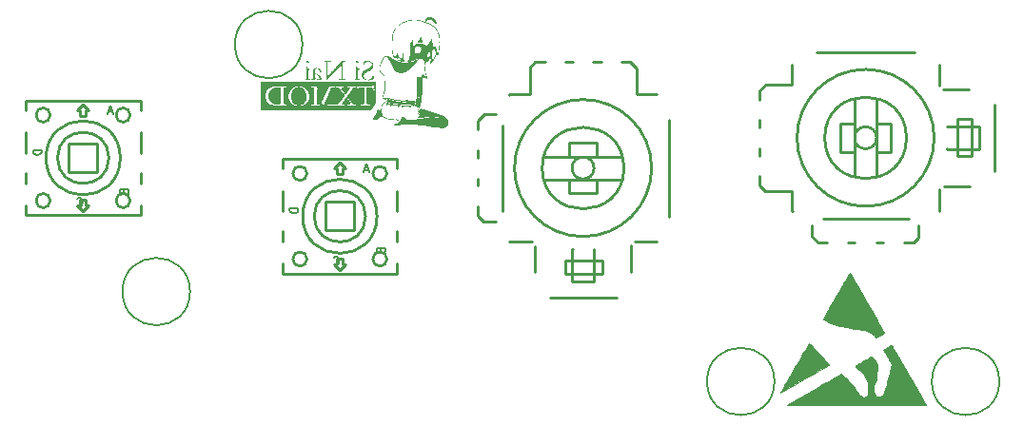
<source format=gbr>
%TF.GenerationSoftware,KiCad,Pcbnew,8.0.2*%
%TF.CreationDate,2025-04-19T09:34:17+08:00*%
%TF.ProjectId,ternel_handel,7465726e-656c-45f6-9861-6e64656c2e6b,rev?*%
%TF.SameCoordinates,PX5636500PY71de640*%
%TF.FileFunction,Legend,Bot*%
%TF.FilePolarity,Positive*%
%FSLAX46Y46*%
G04 Gerber Fmt 4.6, Leading zero omitted, Abs format (unit mm)*
G04 Created by KiCad (PCBNEW 8.0.2) date 2025-04-19 09:34:17*
%MOMM*%
%LPD*%
G01*
G04 APERTURE LIST*
%ADD10C,0.130000*%
%ADD11C,0.187500*%
%ADD12C,0.010000*%
%ADD13C,0.000000*%
%ADD14C,0.254000*%
G04 APERTURE END LIST*
D10*
X27600000Y14400000D02*
G75*
G02*
X21600000Y14400000I-3000000J0D01*
G01*
X21600000Y14400000D02*
G75*
G02*
X27600000Y14400000I3000000J0D01*
G01*
X99600000Y6400000D02*
G75*
G02*
X93600000Y6400000I-3000000J0D01*
G01*
X93600000Y6400000D02*
G75*
G02*
X99600000Y6400000I3000000J0D01*
G01*
X37600000Y36400000D02*
G75*
G02*
X31600000Y36400000I-3000000J0D01*
G01*
X31600000Y36400000D02*
G75*
G02*
X37600000Y36400000I3000000J0D01*
G01*
X79600000Y6400000D02*
G75*
G02*
X73600000Y6400000I-3000000J0D01*
G01*
X73600000Y6400000D02*
G75*
G02*
X79600000Y6400000I3000000J0D01*
G01*
D11*
X44579357Y18054142D02*
X44615071Y17946999D01*
X44615071Y17946999D02*
X44650785Y17911285D01*
X44650785Y17911285D02*
X44722214Y17875571D01*
X44722214Y17875571D02*
X44829357Y17875571D01*
X44829357Y17875571D02*
X44900785Y17911285D01*
X44900785Y17911285D02*
X44936500Y17946999D01*
X44936500Y17946999D02*
X44972214Y18018428D01*
X44972214Y18018428D02*
X44972214Y18304142D01*
X44972214Y18304142D02*
X44222214Y18304142D01*
X44222214Y18304142D02*
X44222214Y18054142D01*
X44222214Y18054142D02*
X44257928Y17982713D01*
X44257928Y17982713D02*
X44293642Y17946999D01*
X44293642Y17946999D02*
X44365071Y17911285D01*
X44365071Y17911285D02*
X44436500Y17911285D01*
X44436500Y17911285D02*
X44507928Y17946999D01*
X44507928Y17946999D02*
X44543642Y17982713D01*
X44543642Y17982713D02*
X44579357Y18054142D01*
X44579357Y18054142D02*
X44579357Y18304142D01*
X37222214Y21804142D02*
X36472214Y21804142D01*
X36472214Y21804142D02*
X36472214Y21625571D01*
X36472214Y21625571D02*
X36507928Y21518428D01*
X36507928Y21518428D02*
X36579357Y21446999D01*
X36579357Y21446999D02*
X36650785Y21411285D01*
X36650785Y21411285D02*
X36793642Y21375571D01*
X36793642Y21375571D02*
X36900785Y21375571D01*
X36900785Y21375571D02*
X37043642Y21411285D01*
X37043642Y21411285D02*
X37115071Y21446999D01*
X37115071Y21446999D02*
X37186500Y21518428D01*
X37186500Y21518428D02*
X37222214Y21625571D01*
X37222214Y21625571D02*
X37222214Y21804142D01*
X40401212Y16840283D02*
X40436926Y16804568D01*
X40436926Y16804568D02*
X40544069Y16768854D01*
X40544069Y16768854D02*
X40615497Y16768854D01*
X40615497Y16768854D02*
X40722640Y16804568D01*
X40722640Y16804568D02*
X40794069Y16875997D01*
X40794069Y16875997D02*
X40829783Y16947426D01*
X40829783Y16947426D02*
X40865497Y17090283D01*
X40865497Y17090283D02*
X40865497Y17197426D01*
X40865497Y17197426D02*
X40829783Y17340283D01*
X40829783Y17340283D02*
X40794069Y17411711D01*
X40794069Y17411711D02*
X40722640Y17483140D01*
X40722640Y17483140D02*
X40615497Y17518854D01*
X40615497Y17518854D02*
X40544069Y17518854D01*
X40544069Y17518854D02*
X40436926Y17483140D01*
X40436926Y17483140D02*
X40401212Y17447426D01*
X43508354Y25233140D02*
X43151212Y25233140D01*
X43579783Y25018854D02*
X43329783Y25768854D01*
X43329783Y25768854D02*
X43079783Y25018854D01*
X14382214Y27004142D02*
X13632214Y27004142D01*
X13632214Y27004142D02*
X13632214Y26825571D01*
X13632214Y26825571D02*
X13667928Y26718428D01*
X13667928Y26718428D02*
X13739357Y26646999D01*
X13739357Y26646999D02*
X13810785Y26611285D01*
X13810785Y26611285D02*
X13953642Y26575571D01*
X13953642Y26575571D02*
X14060785Y26575571D01*
X14060785Y26575571D02*
X14203642Y26611285D01*
X14203642Y26611285D02*
X14275071Y26646999D01*
X14275071Y26646999D02*
X14346500Y26718428D01*
X14346500Y26718428D02*
X14382214Y26825571D01*
X14382214Y26825571D02*
X14382214Y27004142D01*
X21739357Y23254142D02*
X21775071Y23146999D01*
X21775071Y23146999D02*
X21810785Y23111285D01*
X21810785Y23111285D02*
X21882214Y23075571D01*
X21882214Y23075571D02*
X21989357Y23075571D01*
X21989357Y23075571D02*
X22060785Y23111285D01*
X22060785Y23111285D02*
X22096500Y23146999D01*
X22096500Y23146999D02*
X22132214Y23218428D01*
X22132214Y23218428D02*
X22132214Y23504142D01*
X22132214Y23504142D02*
X21382214Y23504142D01*
X21382214Y23504142D02*
X21382214Y23254142D01*
X21382214Y23254142D02*
X21417928Y23182713D01*
X21417928Y23182713D02*
X21453642Y23146999D01*
X21453642Y23146999D02*
X21525071Y23111285D01*
X21525071Y23111285D02*
X21596500Y23111285D01*
X21596500Y23111285D02*
X21667928Y23146999D01*
X21667928Y23146999D02*
X21703642Y23182713D01*
X21703642Y23182713D02*
X21739357Y23254142D01*
X21739357Y23254142D02*
X21739357Y23504142D01*
X17561212Y22040283D02*
X17596926Y22004568D01*
X17596926Y22004568D02*
X17704069Y21968854D01*
X17704069Y21968854D02*
X17775497Y21968854D01*
X17775497Y21968854D02*
X17882640Y22004568D01*
X17882640Y22004568D02*
X17954069Y22075997D01*
X17954069Y22075997D02*
X17989783Y22147426D01*
X17989783Y22147426D02*
X18025497Y22290283D01*
X18025497Y22290283D02*
X18025497Y22397426D01*
X18025497Y22397426D02*
X17989783Y22540283D01*
X17989783Y22540283D02*
X17954069Y22611711D01*
X17954069Y22611711D02*
X17882640Y22683140D01*
X17882640Y22683140D02*
X17775497Y22718854D01*
X17775497Y22718854D02*
X17704069Y22718854D01*
X17704069Y22718854D02*
X17596926Y22683140D01*
X17596926Y22683140D02*
X17561212Y22647426D01*
X20668354Y30433140D02*
X20311212Y30433140D01*
X20739783Y30218854D02*
X20489783Y30968854D01*
X20489783Y30968854D02*
X20239783Y30218854D01*
D12*
%TO.C,REF\u002A\u002A*%
X82765672Y9715274D02*
X82794047Y9687935D01*
X82876784Y9604561D01*
X82986214Y9491055D01*
X83117021Y9353205D01*
X83263886Y9196802D01*
X83421492Y9027635D01*
X83584521Y8851494D01*
X83747655Y8674168D01*
X83905576Y8501447D01*
X84052966Y8339121D01*
X84184508Y8192980D01*
X84294883Y8068812D01*
X84378773Y7972409D01*
X84430862Y7909559D01*
X84445830Y7886052D01*
X84440693Y7883456D01*
X84391570Y7856043D01*
X84294409Y7800773D01*
X84153304Y7720004D01*
X83972347Y7616090D01*
X83755630Y7491390D01*
X83507248Y7348257D01*
X83231291Y7189050D01*
X82931853Y7016123D01*
X82613026Y6831833D01*
X82278903Y6638536D01*
X82154016Y6566265D01*
X81825767Y6376387D01*
X81514716Y6196572D01*
X81224909Y6029152D01*
X80960391Y5876458D01*
X80725208Y5740822D01*
X80523405Y5624578D01*
X80359027Y5530058D01*
X80236119Y5459593D01*
X80158728Y5415516D01*
X80130898Y5400159D01*
X80132150Y5408337D01*
X80154986Y5455339D01*
X80196987Y5530427D01*
X80222752Y5574872D01*
X80277545Y5669653D01*
X80358174Y5809245D01*
X80462019Y5989111D01*
X80586462Y6204716D01*
X80728886Y6451520D01*
X80886670Y6724988D01*
X81057197Y7020582D01*
X81237848Y7333765D01*
X81426005Y7660000D01*
X81610243Y7979354D01*
X81789360Y8289626D01*
X81957787Y8581176D01*
X82112994Y8849633D01*
X82252451Y9090630D01*
X82373628Y9299796D01*
X82473996Y9472762D01*
X82551025Y9605157D01*
X82602184Y9692614D01*
X82624944Y9730762D01*
X82671641Y9803597D01*
X82765672Y9715274D01*
G36*
X82765672Y9715274D02*
G01*
X82794047Y9687935D01*
X82876784Y9604561D01*
X82986214Y9491055D01*
X83117021Y9353205D01*
X83263886Y9196802D01*
X83421492Y9027635D01*
X83584521Y8851494D01*
X83747655Y8674168D01*
X83905576Y8501447D01*
X84052966Y8339121D01*
X84184508Y8192980D01*
X84294883Y8068812D01*
X84378773Y7972409D01*
X84430862Y7909559D01*
X84445830Y7886052D01*
X84440693Y7883456D01*
X84391570Y7856043D01*
X84294409Y7800773D01*
X84153304Y7720004D01*
X83972347Y7616090D01*
X83755630Y7491390D01*
X83507248Y7348257D01*
X83231291Y7189050D01*
X82931853Y7016123D01*
X82613026Y6831833D01*
X82278903Y6638536D01*
X82154016Y6566265D01*
X81825767Y6376387D01*
X81514716Y6196572D01*
X81224909Y6029152D01*
X80960391Y5876458D01*
X80725208Y5740822D01*
X80523405Y5624578D01*
X80359027Y5530058D01*
X80236119Y5459593D01*
X80158728Y5415516D01*
X80130898Y5400159D01*
X80132150Y5408337D01*
X80154986Y5455339D01*
X80196987Y5530427D01*
X80222752Y5574872D01*
X80277545Y5669653D01*
X80358174Y5809245D01*
X80462019Y5989111D01*
X80586462Y6204716D01*
X80728886Y6451520D01*
X80886670Y6724988D01*
X81057197Y7020582D01*
X81237848Y7333765D01*
X81426005Y7660000D01*
X81610243Y7979354D01*
X81789360Y8289626D01*
X81957787Y8581176D01*
X82112994Y8849633D01*
X82252451Y9090630D01*
X82373628Y9299796D01*
X82473996Y9472762D01*
X82551025Y9605157D01*
X82602184Y9692614D01*
X82624944Y9730762D01*
X82671641Y9803597D01*
X82765672Y9715274D01*
G37*
X86291121Y16053650D02*
X86314186Y16018977D01*
X86365001Y15935676D01*
X86441015Y15808177D01*
X86539674Y15640909D01*
X86658426Y15438301D01*
X86794719Y15204782D01*
X86946001Y14944784D01*
X87109719Y14662734D01*
X87283320Y14363063D01*
X87464253Y14050199D01*
X87649964Y13728573D01*
X87837902Y13402614D01*
X88025515Y13076752D01*
X88210249Y12755416D01*
X88389552Y12443035D01*
X88560872Y12144039D01*
X88721657Y11862857D01*
X88869354Y11603920D01*
X89001411Y11371656D01*
X89115275Y11170495D01*
X89208395Y11004866D01*
X89278217Y10879200D01*
X89322189Y10797925D01*
X89337759Y10765471D01*
X89337774Y10765224D01*
X89312666Y10731168D01*
X89240517Y10673441D01*
X89128834Y10597506D01*
X88985122Y10508825D01*
X88888746Y10452095D01*
X88750065Y10373207D01*
X88653469Y10323491D01*
X88592485Y10300151D01*
X88560640Y10300388D01*
X88551464Y10321406D01*
X88550765Y10324833D01*
X88524537Y10366636D01*
X88468000Y10437721D01*
X88391572Y10524833D01*
X88356311Y10562250D01*
X88246964Y10662976D01*
X88126044Y10749069D01*
X87986365Y10823053D01*
X87820741Y10887454D01*
X87621985Y10944796D01*
X87382910Y10997603D01*
X87096332Y11048400D01*
X86755063Y11099710D01*
X86362269Y11157546D01*
X85982549Y11219654D01*
X85650521Y11281912D01*
X85358764Y11346116D01*
X85099854Y11414062D01*
X84866367Y11487547D01*
X84650881Y11568365D01*
X84445971Y11658313D01*
X84295377Y11732491D01*
X84151530Y11810550D01*
X84037773Y11880236D01*
X83962998Y11936070D01*
X83936098Y11972571D01*
X83936892Y11975260D01*
X83958561Y12018276D01*
X84007690Y12108355D01*
X84081371Y12240456D01*
X84176695Y12409534D01*
X84290753Y12610545D01*
X84420637Y12838448D01*
X84563438Y13088198D01*
X84716248Y13354752D01*
X84876158Y13633066D01*
X85040260Y13918098D01*
X85205644Y14204803D01*
X85369403Y14488140D01*
X85528627Y14763063D01*
X85680408Y15024531D01*
X85821838Y15267499D01*
X85950008Y15486924D01*
X86062009Y15677763D01*
X86154933Y15834972D01*
X86225871Y15953509D01*
X86271915Y16028329D01*
X86290155Y16054390D01*
X86291121Y16053650D01*
G36*
X86291121Y16053650D02*
G01*
X86314186Y16018977D01*
X86365001Y15935676D01*
X86441015Y15808177D01*
X86539674Y15640909D01*
X86658426Y15438301D01*
X86794719Y15204782D01*
X86946001Y14944784D01*
X87109719Y14662734D01*
X87283320Y14363063D01*
X87464253Y14050199D01*
X87649964Y13728573D01*
X87837902Y13402614D01*
X88025515Y13076752D01*
X88210249Y12755416D01*
X88389552Y12443035D01*
X88560872Y12144039D01*
X88721657Y11862857D01*
X88869354Y11603920D01*
X89001411Y11371656D01*
X89115275Y11170495D01*
X89208395Y11004866D01*
X89278217Y10879200D01*
X89322189Y10797925D01*
X89337759Y10765471D01*
X89337774Y10765224D01*
X89312666Y10731168D01*
X89240517Y10673441D01*
X89128834Y10597506D01*
X88985122Y10508825D01*
X88888746Y10452095D01*
X88750065Y10373207D01*
X88653469Y10323491D01*
X88592485Y10300151D01*
X88560640Y10300388D01*
X88551464Y10321406D01*
X88550765Y10324833D01*
X88524537Y10366636D01*
X88468000Y10437721D01*
X88391572Y10524833D01*
X88356311Y10562250D01*
X88246964Y10662976D01*
X88126044Y10749069D01*
X87986365Y10823053D01*
X87820741Y10887454D01*
X87621985Y10944796D01*
X87382910Y10997603D01*
X87096332Y11048400D01*
X86755063Y11099710D01*
X86362269Y11157546D01*
X85982549Y11219654D01*
X85650521Y11281912D01*
X85358764Y11346116D01*
X85099854Y11414062D01*
X84866367Y11487547D01*
X84650881Y11568365D01*
X84445971Y11658313D01*
X84295377Y11732491D01*
X84151530Y11810550D01*
X84037773Y11880236D01*
X83962998Y11936070D01*
X83936098Y11972571D01*
X83936892Y11975260D01*
X83958561Y12018276D01*
X84007690Y12108355D01*
X84081371Y12240456D01*
X84176695Y12409534D01*
X84290753Y12610545D01*
X84420637Y12838448D01*
X84563438Y13088198D01*
X84716248Y13354752D01*
X84876158Y13633066D01*
X85040260Y13918098D01*
X85205644Y14204803D01*
X85369403Y14488140D01*
X85528627Y14763063D01*
X85680408Y15024531D01*
X85821838Y15267499D01*
X85950008Y15486924D01*
X86062009Y15677763D01*
X86154933Y15834972D01*
X86225871Y15953509D01*
X86271915Y16028329D01*
X86290155Y16054390D01*
X86291121Y16053650D01*
G37*
X90020095Y9607920D02*
X90031604Y9590750D01*
X90072730Y9523308D01*
X90140359Y9409599D01*
X90231901Y9254063D01*
X90344767Y9061136D01*
X90476368Y8835257D01*
X90624116Y8580864D01*
X90785422Y8302394D01*
X90957696Y8004285D01*
X91138351Y7690975D01*
X91187895Y7604957D01*
X91383800Y7264849D01*
X91581018Y6922491D01*
X91775520Y6584875D01*
X91963277Y6258993D01*
X92140262Y5951836D01*
X92302444Y5670397D01*
X92445796Y5421668D01*
X92566289Y5212640D01*
X92659894Y5050305D01*
X93102061Y4283658D01*
X86902152Y4283658D01*
X86645843Y4283681D01*
X86035000Y4283915D01*
X85442864Y4284396D01*
X84872319Y4285111D01*
X84326247Y4286048D01*
X83807531Y4287193D01*
X83319054Y4288536D01*
X82863699Y4290063D01*
X82444348Y4291762D01*
X82063886Y4293621D01*
X81725194Y4295627D01*
X81431156Y4297769D01*
X81184654Y4300034D01*
X80988572Y4302408D01*
X80845792Y4304882D01*
X80759197Y4307440D01*
X80731671Y4310073D01*
X80752109Y4323392D01*
X80822622Y4365833D01*
X80938443Y4434159D01*
X81094861Y4525658D01*
X81287166Y4637620D01*
X81510646Y4767334D01*
X81760592Y4912092D01*
X82032292Y5069181D01*
X82321036Y5235891D01*
X82622112Y5409513D01*
X82930811Y5587335D01*
X83242421Y5766648D01*
X83552232Y5944741D01*
X83855533Y6118903D01*
X84147613Y6286424D01*
X84423762Y6444594D01*
X84679268Y6590702D01*
X84909422Y6722038D01*
X85109512Y6835891D01*
X85274828Y6929551D01*
X85400659Y7000308D01*
X85482294Y7045452D01*
X85515022Y7062271D01*
X85536379Y7058102D01*
X85600716Y7020183D01*
X85692443Y6949935D01*
X85801480Y6854661D01*
X85899690Y6759287D01*
X86024778Y6629367D01*
X86164737Y6477689D01*
X86312393Y6312604D01*
X86460571Y6142464D01*
X86602097Y5975619D01*
X86729797Y5820422D01*
X86836495Y5685222D01*
X86915018Y5578372D01*
X86958191Y5508222D01*
X86987012Y5456990D01*
X87065287Y5350968D01*
X87165917Y5238175D01*
X87274553Y5133076D01*
X87376848Y5050139D01*
X87458455Y5003828D01*
X87548584Y4993124D01*
X87668853Y5022709D01*
X87783158Y5090547D01*
X87871866Y5187894D01*
X87887227Y5213150D01*
X87906784Y5254513D01*
X87919531Y5304292D01*
X87926285Y5373181D01*
X87927863Y5471876D01*
X87925082Y5611071D01*
X87918762Y5801463D01*
X87914233Y5911596D01*
X87904609Y6085766D01*
X87893251Y6238201D01*
X87881217Y6355502D01*
X87869566Y6424268D01*
X87841358Y6502824D01*
X87757733Y6657520D01*
X87627790Y6840817D01*
X87449941Y7054866D01*
X87222600Y7301820D01*
X87123944Y7405868D01*
X87009876Y7528607D01*
X86915729Y7632670D01*
X86849248Y7709467D01*
X86818178Y7750407D01*
X86814984Y7756908D01*
X86811154Y7784893D01*
X86830290Y7815922D01*
X86880230Y7856681D01*
X86968813Y7913857D01*
X87103876Y7994136D01*
X87218695Y8061156D01*
X87429984Y8183753D01*
X87596342Y8278982D01*
X87723356Y8349934D01*
X87816613Y8399701D01*
X87881701Y8431374D01*
X87924208Y8448046D01*
X87968194Y8466544D01*
X87993903Y8491385D01*
X87996308Y8497244D01*
X88033923Y8529832D01*
X88102670Y8571804D01*
X88211438Y8630379D01*
X88291748Y8555616D01*
X88320115Y8525327D01*
X88386111Y8443013D01*
X88466693Y8333109D01*
X88550365Y8210938D01*
X88728672Y7941022D01*
X88714678Y6541530D01*
X88612787Y6442533D01*
X88578549Y6407241D01*
X88468753Y6248680D01*
X88404661Y6060130D01*
X88382824Y5832439D01*
X88388247Y5710441D01*
X88426522Y5495244D01*
X88496282Y5298834D01*
X88591484Y5141236D01*
X88657590Y5083772D01*
X88775099Y5040125D01*
X88908122Y5035091D01*
X89039632Y5066344D01*
X89152603Y5131560D01*
X89230007Y5228414D01*
X89232540Y5233663D01*
X89279327Y5329549D01*
X89328879Y5429756D01*
X89370945Y5523826D01*
X89431288Y5682379D01*
X89497864Y5877855D01*
X89568359Y6101543D01*
X89640458Y6344731D01*
X89711850Y6598710D01*
X89780220Y6854768D01*
X89843254Y7104196D01*
X89898640Y7338281D01*
X89944064Y7548313D01*
X89977212Y7725582D01*
X89995771Y7861376D01*
X89997428Y7946986D01*
X89993695Y7966435D01*
X89957317Y8064888D01*
X89889814Y8196602D01*
X89797110Y8349669D01*
X89761529Y8404830D01*
X89618565Y8629755D01*
X89497040Y8826456D01*
X89399634Y8990335D01*
X89329029Y9116790D01*
X89287904Y9201220D01*
X89278939Y9239026D01*
X89279977Y9240359D01*
X89317090Y9267590D01*
X89396404Y9317362D01*
X89507053Y9383048D01*
X89638168Y9458023D01*
X89649253Y9464248D01*
X89791615Y9542575D01*
X89890763Y9592527D01*
X89955813Y9617683D01*
X89995885Y9621621D01*
X90020095Y9607920D01*
G36*
X90020095Y9607920D02*
G01*
X90031604Y9590750D01*
X90072730Y9523308D01*
X90140359Y9409599D01*
X90231901Y9254063D01*
X90344767Y9061136D01*
X90476368Y8835257D01*
X90624116Y8580864D01*
X90785422Y8302394D01*
X90957696Y8004285D01*
X91138351Y7690975D01*
X91187895Y7604957D01*
X91383800Y7264849D01*
X91581018Y6922491D01*
X91775520Y6584875D01*
X91963277Y6258993D01*
X92140262Y5951836D01*
X92302444Y5670397D01*
X92445796Y5421668D01*
X92566289Y5212640D01*
X92659894Y5050305D01*
X93102061Y4283658D01*
X86902152Y4283658D01*
X86645843Y4283681D01*
X86035000Y4283915D01*
X85442864Y4284396D01*
X84872319Y4285111D01*
X84326247Y4286048D01*
X83807531Y4287193D01*
X83319054Y4288536D01*
X82863699Y4290063D01*
X82444348Y4291762D01*
X82063886Y4293621D01*
X81725194Y4295627D01*
X81431156Y4297769D01*
X81184654Y4300034D01*
X80988572Y4302408D01*
X80845792Y4304882D01*
X80759197Y4307440D01*
X80731671Y4310073D01*
X80752109Y4323392D01*
X80822622Y4365833D01*
X80938443Y4434159D01*
X81094861Y4525658D01*
X81287166Y4637620D01*
X81510646Y4767334D01*
X81760592Y4912092D01*
X82032292Y5069181D01*
X82321036Y5235891D01*
X82622112Y5409513D01*
X82930811Y5587335D01*
X83242421Y5766648D01*
X83552232Y5944741D01*
X83855533Y6118903D01*
X84147613Y6286424D01*
X84423762Y6444594D01*
X84679268Y6590702D01*
X84909422Y6722038D01*
X85109512Y6835891D01*
X85274828Y6929551D01*
X85400659Y7000308D01*
X85482294Y7045452D01*
X85515022Y7062271D01*
X85536379Y7058102D01*
X85600716Y7020183D01*
X85692443Y6949935D01*
X85801480Y6854661D01*
X85899690Y6759287D01*
X86024778Y6629367D01*
X86164737Y6477689D01*
X86312393Y6312604D01*
X86460571Y6142464D01*
X86602097Y5975619D01*
X86729797Y5820422D01*
X86836495Y5685222D01*
X86915018Y5578372D01*
X86958191Y5508222D01*
X86987012Y5456990D01*
X87065287Y5350968D01*
X87165917Y5238175D01*
X87274553Y5133076D01*
X87376848Y5050139D01*
X87458455Y5003828D01*
X87548584Y4993124D01*
X87668853Y5022709D01*
X87783158Y5090547D01*
X87871866Y5187894D01*
X87887227Y5213150D01*
X87906784Y5254513D01*
X87919531Y5304292D01*
X87926285Y5373181D01*
X87927863Y5471876D01*
X87925082Y5611071D01*
X87918762Y5801463D01*
X87914233Y5911596D01*
X87904609Y6085766D01*
X87893251Y6238201D01*
X87881217Y6355502D01*
X87869566Y6424268D01*
X87841358Y6502824D01*
X87757733Y6657520D01*
X87627790Y6840817D01*
X87449941Y7054866D01*
X87222600Y7301820D01*
X87123944Y7405868D01*
X87009876Y7528607D01*
X86915729Y7632670D01*
X86849248Y7709467D01*
X86818178Y7750407D01*
X86814984Y7756908D01*
X86811154Y7784893D01*
X86830290Y7815922D01*
X86880230Y7856681D01*
X86968813Y7913857D01*
X87103876Y7994136D01*
X87218695Y8061156D01*
X87429984Y8183753D01*
X87596342Y8278982D01*
X87723356Y8349934D01*
X87816613Y8399701D01*
X87881701Y8431374D01*
X87924208Y8448046D01*
X87968194Y8466544D01*
X87993903Y8491385D01*
X87996308Y8497244D01*
X88033923Y8529832D01*
X88102670Y8571804D01*
X88211438Y8630379D01*
X88291748Y8555616D01*
X88320115Y8525327D01*
X88386111Y8443013D01*
X88466693Y8333109D01*
X88550365Y8210938D01*
X88728672Y7941022D01*
X88714678Y6541530D01*
X88612787Y6442533D01*
X88578549Y6407241D01*
X88468753Y6248680D01*
X88404661Y6060130D01*
X88382824Y5832439D01*
X88388247Y5710441D01*
X88426522Y5495244D01*
X88496282Y5298834D01*
X88591484Y5141236D01*
X88657590Y5083772D01*
X88775099Y5040125D01*
X88908122Y5035091D01*
X89039632Y5066344D01*
X89152603Y5131560D01*
X89230007Y5228414D01*
X89232540Y5233663D01*
X89279327Y5329549D01*
X89328879Y5429756D01*
X89370945Y5523826D01*
X89431288Y5682379D01*
X89497864Y5877855D01*
X89568359Y6101543D01*
X89640458Y6344731D01*
X89711850Y6598710D01*
X89780220Y6854768D01*
X89843254Y7104196D01*
X89898640Y7338281D01*
X89944064Y7548313D01*
X89977212Y7725582D01*
X89995771Y7861376D01*
X89997428Y7946986D01*
X89993695Y7966435D01*
X89957317Y8064888D01*
X89889814Y8196602D01*
X89797110Y8349669D01*
X89761529Y8404830D01*
X89618565Y8629755D01*
X89497040Y8826456D01*
X89399634Y8990335D01*
X89329029Y9116790D01*
X89287904Y9201220D01*
X89278939Y9239026D01*
X89279977Y9240359D01*
X89317090Y9267590D01*
X89396404Y9317362D01*
X89507053Y9383048D01*
X89638168Y9458023D01*
X89649253Y9464248D01*
X89791615Y9542575D01*
X89890763Y9592527D01*
X89955813Y9617683D01*
X89995885Y9621621D01*
X90020095Y9607920D01*
G37*
D13*
%TO.C,G\u002A\u002A\u002A*%
G36*
X47854490Y30025305D02*
G01*
X47863664Y30021204D01*
X47875998Y30013714D01*
X47889492Y30004284D01*
X47902142Y29994365D01*
X47911946Y29985407D01*
X47916901Y29978860D01*
X47917231Y29977884D01*
X47916879Y29975173D01*
X47912888Y29973937D01*
X47903821Y29973989D01*
X47888244Y29975142D01*
X47883704Y29975526D01*
X47864942Y29977228D01*
X47852701Y29979077D01*
X47845777Y29981871D01*
X47842968Y29986409D01*
X47843069Y29993488D01*
X47844879Y30003908D01*
X47846821Y30012856D01*
X47849749Y30022092D01*
X47852269Y30025673D01*
X47854490Y30025305D01*
G37*
G36*
X47896844Y30328529D02*
G01*
X47904461Y30323681D01*
X47920112Y30312639D01*
X47933482Y30301991D01*
X47934438Y30301157D01*
X47946136Y30290981D01*
X47960673Y30278388D01*
X47975131Y30265904D01*
X48000442Y30244095D01*
X47988794Y30240446D01*
X47987002Y30239950D01*
X47975956Y30237829D01*
X47960415Y30235674D01*
X47943145Y30233885D01*
X47941301Y30233729D01*
X47921123Y30232237D01*
X47900533Y30231024D01*
X47883718Y30230339D01*
X47870971Y30230200D01*
X47863160Y30230902D01*
X47860368Y30232926D01*
X47861042Y30236706D01*
X47862609Y30243230D01*
X47864855Y30255885D01*
X47867475Y30272833D01*
X47870169Y30292248D01*
X47876543Y30340789D01*
X47896844Y30328529D01*
G37*
G36*
X47906050Y30617751D02*
G01*
X47913382Y30615163D01*
X47925290Y30608883D01*
X47940128Y30600002D01*
X47956252Y30589610D01*
X47972017Y30578799D01*
X47985779Y30568659D01*
X47995894Y30560281D01*
X48000716Y30554756D01*
X48001662Y30552147D01*
X48000969Y30550597D01*
X47997358Y30550291D01*
X47989598Y30551311D01*
X47976457Y30553737D01*
X47956702Y30557651D01*
X47945769Y30559741D01*
X47929274Y30562533D01*
X47916359Y30564274D01*
X47909145Y30564652D01*
X47908749Y30564610D01*
X47904639Y30565025D01*
X47902301Y30568403D01*
X47901196Y30576422D01*
X47900787Y30590762D01*
X47900765Y30592811D01*
X47901148Y30607433D01*
X47902729Y30615372D01*
X47905717Y30617766D01*
X47906050Y30617751D01*
G37*
G36*
X47876272Y30161117D02*
G01*
X47880317Y30158241D01*
X47895117Y30147387D01*
X47908208Y30137329D01*
X47917145Y30129933D01*
X47918308Y30128900D01*
X47929563Y30119758D01*
X47940145Y30112315D01*
X47940602Y30112028D01*
X47948064Y30106124D01*
X47951145Y30101323D01*
X47949939Y30099341D01*
X47944145Y30099213D01*
X47940100Y30100037D01*
X47928952Y30101684D01*
X47913291Y30103651D01*
X47895145Y30105670D01*
X47890891Y30106113D01*
X47869028Y30108397D01*
X47853794Y30110304D01*
X47844063Y30112364D01*
X47838707Y30115108D01*
X47836602Y30119066D01*
X47836620Y30124768D01*
X47837635Y30132745D01*
X47838207Y30137072D01*
X47840803Y30152903D01*
X47843678Y30166594D01*
X47847399Y30181496D01*
X47876272Y30161117D01*
G37*
G36*
X38083030Y34955534D02*
G01*
X38109400Y34945937D01*
X38133739Y34928950D01*
X38147639Y34915004D01*
X38162368Y34893671D01*
X38170581Y34870107D01*
X38173135Y34842431D01*
X38172896Y34829213D01*
X38171387Y34815584D01*
X38167799Y34804025D01*
X38161349Y34791129D01*
X38148838Y34772795D01*
X38128313Y34753456D01*
X38104430Y34740586D01*
X38078375Y34734738D01*
X38049796Y34735393D01*
X38021448Y34742434D01*
X37994880Y34755292D01*
X37971639Y34773398D01*
X37953272Y34796183D01*
X37948052Y34805182D01*
X37943658Y34815853D01*
X37941679Y34827699D01*
X37941264Y34844118D01*
X37942528Y34863582D01*
X37947962Y34883919D01*
X37958695Y34902259D01*
X37975815Y34921026D01*
X38000993Y34940462D01*
X38027901Y34952751D01*
X38055555Y34957790D01*
X38083030Y34955534D01*
G37*
G36*
X47894304Y30481748D02*
G01*
X47906097Y30477269D01*
X47921561Y30470253D01*
X47939346Y30461429D01*
X47958101Y30451523D01*
X47976475Y30441263D01*
X47993117Y30431376D01*
X48006677Y30422590D01*
X48015803Y30415631D01*
X48019145Y30411227D01*
X48016492Y30409036D01*
X48007174Y30406153D01*
X47992532Y30403210D01*
X47974014Y30400452D01*
X47953069Y30398121D01*
X47931145Y30396460D01*
X47921884Y30395937D01*
X47902475Y30394918D01*
X47889354Y30394491D01*
X47881292Y30394744D01*
X47877057Y30395764D01*
X47875418Y30397641D01*
X47875145Y30400461D01*
X47875547Y30408044D01*
X47876846Y30421082D01*
X47878759Y30436676D01*
X47880991Y30452722D01*
X47883248Y30467118D01*
X47885235Y30477764D01*
X47886657Y30482557D01*
X47887533Y30482965D01*
X47894304Y30481748D01*
G37*
G36*
X42509054Y34952647D02*
G01*
X42517567Y34949695D01*
X42540796Y34936570D01*
X42560996Y34917893D01*
X42576937Y34895281D01*
X42587389Y34870351D01*
X42591123Y34844719D01*
X42589167Y34823746D01*
X42580393Y34796430D01*
X42565324Y34772507D01*
X42544786Y34753191D01*
X42519605Y34739694D01*
X42514206Y34738098D01*
X42496917Y34735784D01*
X42475145Y34735695D01*
X42471306Y34735920D01*
X42439913Y34741632D01*
X42412163Y34754318D01*
X42387222Y34774345D01*
X42372730Y34790480D01*
X42363377Y34806041D01*
X42358686Y34823102D01*
X42357482Y34844432D01*
X42357539Y34848486D01*
X42359286Y34867980D01*
X42364258Y34884193D01*
X42373568Y34899745D01*
X42388324Y34917259D01*
X42397377Y34926234D01*
X42422431Y34943967D01*
X42449962Y34954446D01*
X42479120Y34957422D01*
X42509054Y34952647D01*
G37*
G36*
X47919576Y30745909D02*
G01*
X47930567Y30742719D01*
X47943120Y30738109D01*
X47954934Y30733029D01*
X47963709Y30728427D01*
X47967145Y30725251D01*
X47967184Y30725067D01*
X47971170Y30721700D01*
X47980434Y30716242D01*
X47993145Y30709781D01*
X47994539Y30709111D01*
X48006989Y30702658D01*
X48015801Y30697266D01*
X48019145Y30694042D01*
X48019142Y30693988D01*
X48015309Y30691779D01*
X48005630Y30689196D01*
X47992145Y30686788D01*
X47987910Y30686194D01*
X47966596Y30683842D01*
X47946872Y30682624D01*
X47930318Y30682558D01*
X47918514Y30683660D01*
X47913040Y30685948D01*
X47912012Y30688825D01*
X47910242Y30698291D01*
X47908863Y30710952D01*
X47908268Y30718357D01*
X47907121Y30731212D01*
X47906204Y30739785D01*
X47906036Y30741526D01*
X47907799Y30746240D01*
X47915145Y30746702D01*
X47919576Y30745909D01*
G37*
G36*
X35533583Y32610294D02*
G01*
X35572325Y32608607D01*
X35604547Y32605457D01*
X35630909Y32600576D01*
X35652070Y32593698D01*
X35668689Y32584554D01*
X35681427Y32572876D01*
X35690944Y32558398D01*
X35697898Y32540851D01*
X35702951Y32519967D01*
X35703293Y32517535D01*
X35703912Y32509236D01*
X35704464Y32496058D01*
X35704951Y32477761D01*
X35705373Y32454106D01*
X35705733Y32424851D01*
X35706030Y32389757D01*
X35706267Y32348583D01*
X35706444Y32301089D01*
X35706563Y32247036D01*
X35706625Y32186183D01*
X35706631Y32118289D01*
X35706584Y32043114D01*
X35706482Y31960419D01*
X35706329Y31869963D01*
X35705145Y31243865D01*
X35692814Y31217861D01*
X35683914Y31201005D01*
X35659298Y31166538D01*
X35628205Y31136016D01*
X35591139Y31109765D01*
X35548605Y31088112D01*
X35501106Y31071384D01*
X35449145Y31059907D01*
X35429769Y31057667D01*
X35402894Y31056099D01*
X35371755Y31055390D01*
X35338268Y31055511D01*
X35304349Y31056429D01*
X35271912Y31058114D01*
X35242872Y31060534D01*
X35219145Y31063658D01*
X35140127Y31080997D01*
X35064175Y31105622D01*
X34991632Y31137372D01*
X34922814Y31176089D01*
X34858036Y31221617D01*
X34797613Y31273798D01*
X34763922Y31308668D01*
X34721217Y31362628D01*
X34684358Y31421992D01*
X34653335Y31486782D01*
X34628137Y31557021D01*
X34608753Y31632733D01*
X34595173Y31713939D01*
X34591300Y31751327D01*
X34588246Y31807841D01*
X34588029Y31866092D01*
X34590584Y31923751D01*
X34595848Y31978493D01*
X34603757Y32027988D01*
X34614226Y32072602D01*
X34636968Y32141828D01*
X34666740Y32207633D01*
X34703232Y32269570D01*
X34746132Y32327193D01*
X34795131Y32380054D01*
X34849919Y32427706D01*
X34910187Y32469703D01*
X34975281Y32506105D01*
X35047081Y32538052D01*
X35123442Y32564122D01*
X35204596Y32584370D01*
X35290776Y32598856D01*
X35382215Y32607637D01*
X35479145Y32610771D01*
X35487661Y32610787D01*
X35533583Y32610294D01*
G37*
G36*
X37381872Y32621881D02*
G01*
X37444554Y32611480D01*
X37503145Y32595526D01*
X37531950Y32584949D01*
X37590910Y32557207D01*
X37647061Y32522496D01*
X37699729Y32481374D01*
X37748236Y32434400D01*
X37791910Y32382131D01*
X37830074Y32325126D01*
X37859206Y32270529D01*
X37886247Y32207920D01*
X37909908Y32140005D01*
X37929837Y32067915D01*
X37945683Y31992783D01*
X37957096Y31915739D01*
X37959322Y31892850D01*
X37961610Y31855210D01*
X37962810Y31814168D01*
X37962922Y31771990D01*
X37961951Y31730941D01*
X37959900Y31693288D01*
X37956770Y31661297D01*
X37956222Y31657128D01*
X37941466Y31576189D01*
X37919340Y31497753D01*
X37890080Y31422294D01*
X37853923Y31350287D01*
X37811105Y31282206D01*
X37761863Y31218524D01*
X37706434Y31159715D01*
X37673660Y31130180D01*
X37618744Y31088838D01*
X37560980Y31054949D01*
X37500423Y31028537D01*
X37437126Y31009630D01*
X37371145Y30998253D01*
X37353498Y30996569D01*
X37301725Y30994572D01*
X37246186Y30996242D01*
X37189260Y31001459D01*
X37133328Y31010106D01*
X37067786Y31025805D01*
X37002334Y31048897D01*
X36941408Y31078447D01*
X36885211Y31114308D01*
X36833945Y31156329D01*
X36787815Y31204364D01*
X36747024Y31258262D01*
X36711776Y31317876D01*
X36690705Y31362307D01*
X36664953Y31430322D01*
X36644115Y31503705D01*
X36628314Y31581808D01*
X36617675Y31663983D01*
X36612322Y31749582D01*
X36612378Y31837958D01*
X36612721Y31848050D01*
X36616580Y31914605D01*
X36623231Y31975778D01*
X36632997Y32033532D01*
X36646199Y32089828D01*
X36663163Y32146631D01*
X36665380Y32153290D01*
X36692702Y32223533D01*
X36725616Y32289460D01*
X36763743Y32350664D01*
X36806704Y32406735D01*
X36854119Y32457266D01*
X36905609Y32501848D01*
X36960793Y32540074D01*
X37019293Y32571533D01*
X37080729Y32595820D01*
X37123636Y32607952D01*
X37185979Y32619767D01*
X37250913Y32626026D01*
X37316768Y32626731D01*
X37381872Y32621881D01*
G37*
G36*
X37991398Y34410225D02*
G01*
X37998738Y34408940D01*
X38004742Y34405165D01*
X38011400Y34397557D01*
X38020703Y34384771D01*
X38053029Y34345391D01*
X38093563Y34307775D01*
X38139537Y34275350D01*
X38190262Y34248596D01*
X38245048Y34227996D01*
X38283058Y34216333D01*
X38283102Y34197936D01*
X38283145Y34179539D01*
X38249643Y34170687D01*
X38248317Y34170334D01*
X38218197Y34160886D01*
X38191004Y34149703D01*
X38168423Y34137569D01*
X38152136Y34125267D01*
X38147264Y34119763D01*
X38138197Y34106096D01*
X38131136Y34091369D01*
X38130269Y34088990D01*
X38128974Y34084937D01*
X38127847Y34080290D01*
X38126875Y34074520D01*
X38126048Y34067099D01*
X38125354Y34057496D01*
X38124782Y34045183D01*
X38124321Y34029631D01*
X38123958Y34010310D01*
X38123684Y33986692D01*
X38123485Y33958247D01*
X38123351Y33924447D01*
X38123270Y33884761D01*
X38123231Y33838662D01*
X38123223Y33785620D01*
X38123233Y33725105D01*
X38123238Y33689685D01*
X38123239Y33631608D01*
X38123264Y33580739D01*
X38123352Y33536566D01*
X38123541Y33498580D01*
X38123872Y33466270D01*
X38124382Y33439124D01*
X38125111Y33416632D01*
X38126099Y33398284D01*
X38127383Y33383568D01*
X38129004Y33371974D01*
X38130999Y33362991D01*
X38133409Y33356108D01*
X38136273Y33350815D01*
X38139629Y33346601D01*
X38143516Y33342954D01*
X38147974Y33339365D01*
X38153041Y33335323D01*
X38154645Y33334030D01*
X38162305Y33328717D01*
X38171472Y33323999D01*
X38183209Y33319558D01*
X38198581Y33315076D01*
X38218651Y33310235D01*
X38244485Y33304715D01*
X38277145Y33298199D01*
X38290821Y33295541D01*
X38314054Y33291033D01*
X38330949Y33287539D01*
X38342505Y33284595D01*
X38349719Y33281732D01*
X38353591Y33278486D01*
X38355121Y33274389D01*
X38355306Y33268976D01*
X38355145Y33261779D01*
X38355145Y33241912D01*
X38296145Y33245046D01*
X38283645Y33245598D01*
X38258522Y33246343D01*
X38227422Y33246956D01*
X38191510Y33247437D01*
X38151950Y33247785D01*
X38109907Y33248001D01*
X38066546Y33248086D01*
X38023030Y33248038D01*
X37980526Y33247859D01*
X37940197Y33247549D01*
X37903208Y33247107D01*
X37870724Y33246533D01*
X37843910Y33245829D01*
X37823930Y33244993D01*
X37766714Y33241806D01*
X37767930Y33262881D01*
X37769145Y33283956D01*
X37843118Y33301273D01*
X37866425Y33306928D01*
X37888579Y33312692D01*
X37907320Y33317966D01*
X37921182Y33322337D01*
X37928699Y33325392D01*
X37935809Y33330114D01*
X37947311Y33342133D01*
X37954824Y33358364D01*
X37959324Y33380570D01*
X37959739Y33387172D01*
X37960174Y33401547D01*
X37960592Y33422934D01*
X37960989Y33450818D01*
X37961361Y33484686D01*
X37961705Y33524022D01*
X37962016Y33568312D01*
X37962292Y33617042D01*
X37962529Y33669697D01*
X37962724Y33725764D01*
X37962872Y33784727D01*
X37962970Y33846072D01*
X37963015Y33909285D01*
X37963145Y34410363D01*
X37982794Y34410363D01*
X37991398Y34410225D01*
G37*
G36*
X42406874Y34410249D02*
G01*
X42414433Y34409049D01*
X42420507Y34405406D01*
X42427138Y34397963D01*
X42436366Y34385359D01*
X42441943Y34377973D01*
X42458288Y34358773D01*
X42477938Y34338047D01*
X42498877Y34317783D01*
X42519087Y34299972D01*
X42536551Y34286600D01*
X42543201Y34282239D01*
X42569743Y34266953D01*
X42600349Y34251861D01*
X42632102Y34238331D01*
X42662085Y34227731D01*
X42699025Y34216333D01*
X42699145Y34179779D01*
X42660851Y34168960D01*
X42639523Y34162415D01*
X42606792Y34149637D01*
X42581529Y34135675D01*
X42563971Y34120646D01*
X42563915Y34120583D01*
X42559713Y34115796D01*
X42556016Y34111260D01*
X42552790Y34106458D01*
X42550004Y34100874D01*
X42547626Y34093993D01*
X42545624Y34085299D01*
X42543965Y34074277D01*
X42542618Y34060410D01*
X42541551Y34043184D01*
X42540731Y34022082D01*
X42540127Y33996588D01*
X42539706Y33966188D01*
X42539437Y33930364D01*
X42539287Y33888602D01*
X42539224Y33840386D01*
X42539217Y33785200D01*
X42539233Y33722529D01*
X42539238Y33691512D01*
X42539239Y33633153D01*
X42539262Y33582034D01*
X42539346Y33537641D01*
X42539531Y33499463D01*
X42539855Y33466987D01*
X42540359Y33439699D01*
X42541082Y33417087D01*
X42542063Y33398639D01*
X42543343Y33383840D01*
X42544960Y33372179D01*
X42546953Y33363143D01*
X42549363Y33356218D01*
X42552229Y33350892D01*
X42555591Y33346653D01*
X42559487Y33342987D01*
X42563957Y33339381D01*
X42569041Y33335323D01*
X42570645Y33334030D01*
X42578305Y33328717D01*
X42587472Y33323999D01*
X42599209Y33319558D01*
X42614581Y33315076D01*
X42634651Y33310235D01*
X42660485Y33304715D01*
X42693145Y33298199D01*
X42706821Y33295541D01*
X42730054Y33291033D01*
X42746949Y33287539D01*
X42758505Y33284595D01*
X42765719Y33281732D01*
X42769591Y33278486D01*
X42771121Y33274389D01*
X42771306Y33268976D01*
X42771145Y33261779D01*
X42771145Y33241912D01*
X42712145Y33245046D01*
X42709255Y33245190D01*
X42690443Y33245860D01*
X42665658Y33246414D01*
X42635832Y33246855D01*
X42601895Y33247185D01*
X42564780Y33247408D01*
X42525418Y33247526D01*
X42484741Y33247542D01*
X42443679Y33247458D01*
X42403165Y33247279D01*
X42364130Y33247005D01*
X42327506Y33246641D01*
X42294224Y33246189D01*
X42265215Y33245651D01*
X42241411Y33245031D01*
X42223744Y33244331D01*
X42213145Y33243555D01*
X42185145Y33240179D01*
X42183917Y33259753D01*
X42183693Y33266396D01*
X42184266Y33276857D01*
X42185917Y33282266D01*
X42190383Y33283973D01*
X42201444Y33287145D01*
X42217776Y33291411D01*
X42238087Y33296435D01*
X42261087Y33301880D01*
X42282413Y33307000D01*
X42304462Y33312683D01*
X42323185Y33317921D01*
X42337086Y33322291D01*
X42344669Y33325374D01*
X42358147Y33335895D01*
X42368659Y33351897D01*
X42375108Y33373746D01*
X42375448Y33376667D01*
X42376069Y33388300D01*
X42376636Y33407678D01*
X42377149Y33434633D01*
X42377606Y33468997D01*
X42378007Y33510601D01*
X42378349Y33559276D01*
X42378633Y33614855D01*
X42378855Y33677168D01*
X42379016Y33746047D01*
X42379113Y33821324D01*
X42379145Y33902829D01*
X42379145Y34410363D01*
X42398794Y34410363D01*
X42406874Y34410249D01*
G37*
G36*
X39293452Y33402385D02*
G01*
X39295821Y33391536D01*
X39299022Y33362133D01*
X39298301Y33332195D01*
X39293822Y33304309D01*
X39285751Y33281065D01*
X39277174Y33266210D01*
X39257857Y33244448D01*
X39232890Y33228001D01*
X39202057Y33216744D01*
X39165145Y33210551D01*
X39133038Y33208689D01*
X39082821Y33210074D01*
X39034353Y33216505D01*
X38989303Y33227726D01*
X38949341Y33243484D01*
X38930751Y33253118D01*
X38898466Y33271872D01*
X38861967Y33295136D01*
X38822201Y33322299D01*
X38780114Y33352750D01*
X38774406Y33356978D01*
X38758717Y33368472D01*
X38745798Y33377748D01*
X38736861Y33383945D01*
X38733114Y33386202D01*
X38732585Y33385569D01*
X38731555Y33379485D01*
X38731145Y33369040D01*
X38730739Y33361277D01*
X38728573Y33345082D01*
X38725165Y33328912D01*
X38721949Y33317765D01*
X38707834Y33284713D01*
X38688411Y33257646D01*
X38663688Y33236570D01*
X38633671Y33221489D01*
X38598365Y33212407D01*
X38557777Y33209329D01*
X38538397Y33210148D01*
X38502855Y33216760D01*
X38470162Y33230181D01*
X38440034Y33250622D01*
X38412190Y33278296D01*
X38386343Y33313417D01*
X38362213Y33356197D01*
X38361212Y33358198D01*
X38352411Y33376063D01*
X38347121Y33388350D01*
X38345277Y33396498D01*
X38346815Y33401950D01*
X38351668Y33406145D01*
X38359774Y33410527D01*
X38376822Y33419225D01*
X38382929Y33409715D01*
X38383842Y33408326D01*
X38394325Y33394845D01*
X38408101Y33379954D01*
X38423143Y33365602D01*
X38437421Y33353738D01*
X38448907Y33346311D01*
X38452775Y33344597D01*
X38473916Y33339233D01*
X38496337Y33338860D01*
X38516395Y33343624D01*
X38520437Y33345515D01*
X38536920Y33357122D01*
X38550906Y33372677D01*
X38559731Y33389368D01*
X38559896Y33389934D01*
X38560810Y33395741D01*
X38561652Y33406079D01*
X38562427Y33421294D01*
X38563143Y33441734D01*
X38563807Y33467746D01*
X38564426Y33499677D01*
X38565006Y33537873D01*
X38565554Y33582683D01*
X38566078Y33634453D01*
X38566527Y33687018D01*
X38727729Y33687018D01*
X38727965Y33643243D01*
X38729145Y33492219D01*
X38740610Y33470431D01*
X38742961Y33466176D01*
X38759622Y33442408D01*
X38782205Y33417610D01*
X38809265Y33392923D01*
X38839358Y33369489D01*
X38871041Y33348446D01*
X38902870Y33330938D01*
X38933401Y33318103D01*
X38949924Y33312972D01*
X38985408Y33306227D01*
X39017300Y33306534D01*
X39038742Y33311491D01*
X39063987Y33323919D01*
X39085098Y33342144D01*
X39101226Y33365170D01*
X39111524Y33391998D01*
X39115145Y33421632D01*
X39112703Y33447972D01*
X39103099Y33482263D01*
X39086693Y33517682D01*
X39063997Y33553697D01*
X39035521Y33589778D01*
X39001778Y33625394D01*
X38963278Y33660014D01*
X38920534Y33693106D01*
X38874056Y33724141D01*
X38824356Y33752586D01*
X38771946Y33777911D01*
X38761104Y33782609D01*
X38746633Y33788620D01*
X38735941Y33792738D01*
X38730786Y33794266D01*
X38730470Y33794000D01*
X38729407Y33787979D01*
X38728599Y33774133D01*
X38728048Y33752600D01*
X38727757Y33723516D01*
X38727729Y33687018D01*
X38566527Y33687018D01*
X38566583Y33693530D01*
X38567078Y33760261D01*
X38567213Y33779687D01*
X38567629Y33838834D01*
X38568011Y33890672D01*
X38568374Y33935731D01*
X38568734Y33974543D01*
X38569108Y34007639D01*
X38569510Y34035551D01*
X38569958Y34058807D01*
X38570467Y34077941D01*
X38571052Y34093483D01*
X38571730Y34105964D01*
X38572517Y34115915D01*
X38573429Y34123868D01*
X38574480Y34130352D01*
X38575688Y34135900D01*
X38577069Y34141042D01*
X38578637Y34146309D01*
X38589809Y34176981D01*
X38608598Y34211827D01*
X38632493Y34241140D01*
X38661834Y34265187D01*
X38696962Y34284234D01*
X38738218Y34298546D01*
X38785941Y34308391D01*
X38805897Y34311035D01*
X38862560Y34314495D01*
X38916831Y34311795D01*
X38967704Y34303022D01*
X39014174Y34288266D01*
X39027484Y34282709D01*
X39076051Y34258731D01*
X39120389Y34230374D01*
X39161093Y34197038D01*
X39198763Y34158124D01*
X39233994Y34113032D01*
X39267384Y34061164D01*
X39299530Y34001921D01*
X39310156Y33979667D01*
X39320093Y33954772D01*
X39325211Y33934999D01*
X39325656Y33919737D01*
X39321571Y33908373D01*
X39319223Y33905146D01*
X39305011Y33893850D01*
X39284938Y33887856D01*
X39259157Y33887215D01*
X39253868Y33887686D01*
X39227772Y33893333D01*
X39203961Y33904925D01*
X39180411Y33923391D01*
X39180269Y33923522D01*
X39165349Y33939418D01*
X39154559Y33956544D01*
X39146792Y33977143D01*
X39140942Y34003459D01*
X39140590Y34005444D01*
X39131645Y34046623D01*
X39120337Y34081592D01*
X39105930Y34111912D01*
X39087686Y34139146D01*
X39064871Y34164856D01*
X39064548Y34165179D01*
X39032166Y34192263D01*
X38996008Y34212803D01*
X38957240Y34226137D01*
X38955991Y34226426D01*
X38936578Y34229316D01*
X38913380Y34230579D01*
X38889308Y34230249D01*
X38867273Y34228359D01*
X38850185Y34224939D01*
X38846449Y34223745D01*
X38814678Y34209071D01*
X38786749Y34187893D01*
X38763378Y34161017D01*
X38745282Y34129248D01*
X38733176Y34093390D01*
X38731265Y34083143D01*
X38729714Y34069234D01*
X38728587Y34051150D01*
X38727842Y34027936D01*
X38727435Y33998635D01*
X38727324Y33962293D01*
X38727385Y33856276D01*
X38778265Y33836455D01*
X38781075Y33835354D01*
X38820544Y33818795D01*
X38863263Y33799104D01*
X38907057Y33777394D01*
X38949752Y33754776D01*
X38989173Y33732361D01*
X39023145Y33711262D01*
X39051183Y33692211D01*
X39104440Y33652203D01*
X39152118Y33611001D01*
X39193835Y33569043D01*
X39229209Y33526766D01*
X39257858Y33484606D01*
X39279400Y33443000D01*
X39286793Y33421632D01*
X39293452Y33402385D01*
G37*
G36*
X43436937Y34942594D02*
G01*
X43498508Y34936951D01*
X43556877Y34926798D01*
X43610331Y34912150D01*
X43630791Y34904788D01*
X43683983Y34880666D01*
X43733624Y34850857D01*
X43778892Y34816043D01*
X43818960Y34776908D01*
X43853006Y34734135D01*
X43880206Y34688407D01*
X43884008Y34680500D01*
X43900347Y34637162D01*
X43911659Y34589478D01*
X43917600Y34539273D01*
X43917827Y34488376D01*
X43916758Y34472976D01*
X43910316Y34427714D01*
X43898679Y34385555D01*
X43881141Y34343714D01*
X43873626Y34329019D01*
X43855194Y34298080D01*
X43833365Y34267871D01*
X43807721Y34238061D01*
X43777846Y34208319D01*
X43743321Y34178314D01*
X43703728Y34147715D01*
X43658651Y34116191D01*
X43607672Y34083410D01*
X43550373Y34049042D01*
X43486337Y34012756D01*
X43415145Y33974220D01*
X43389285Y33960365D01*
X43329864Y33927387D01*
X43277474Y33896445D01*
X43231710Y33867202D01*
X43192168Y33839325D01*
X43158443Y33812475D01*
X43130130Y33786319D01*
X43106825Y33760520D01*
X43088123Y33734742D01*
X43073620Y33708649D01*
X43062910Y33681907D01*
X43061448Y33677379D01*
X43057827Y33664593D01*
X43055432Y33652177D01*
X43054027Y33638040D01*
X43053378Y33620090D01*
X43053247Y33596235D01*
X43053333Y33579846D01*
X43053783Y33560763D01*
X43054859Y33546165D01*
X43056831Y33533950D01*
X43059968Y33522016D01*
X43064541Y33508260D01*
X43064994Y33506977D01*
X43084537Y33463770D01*
X43111164Y33423488D01*
X43144305Y33386767D01*
X43183390Y33354239D01*
X43227849Y33326540D01*
X43267840Y33308153D01*
X43315598Y33293327D01*
X43367035Y33284600D01*
X43423149Y33281741D01*
X43425220Y33281746D01*
X43481957Y33285711D01*
X43536401Y33297138D01*
X43588746Y33316113D01*
X43639189Y33342722D01*
X43687924Y33377051D01*
X43735148Y33419185D01*
X43773960Y33462210D01*
X43809977Y33513429D01*
X43839293Y33569017D01*
X43861912Y33628980D01*
X43877834Y33693320D01*
X43884816Y33730256D01*
X43903981Y33730256D01*
X43910496Y33730191D01*
X43918911Y33729255D01*
X43922434Y33726357D01*
X43923145Y33720427D01*
X43923389Y33715339D01*
X43924181Y33702886D01*
X43925462Y33684051D01*
X43927174Y33659671D01*
X43929258Y33630581D01*
X43931654Y33597615D01*
X43934302Y33561608D01*
X43937145Y33523396D01*
X43939829Y33487451D01*
X43942479Y33451860D01*
X43944883Y33419484D01*
X43946981Y33391116D01*
X43948714Y33367550D01*
X43950025Y33349580D01*
X43950855Y33338001D01*
X43951145Y33333607D01*
X43950950Y33333185D01*
X43945975Y33329586D01*
X43935226Y33323549D01*
X43919976Y33315681D01*
X43901495Y33306590D01*
X43881056Y33296880D01*
X43859930Y33287158D01*
X43839388Y33278031D01*
X43820703Y33270105D01*
X43805145Y33263987D01*
X43769846Y33251894D01*
X43697315Y33232275D01*
X43621927Y33218335D01*
X43545937Y33210540D01*
X43541688Y33210282D01*
X43522482Y33209079D01*
X43506626Y33208031D01*
X43495665Y33207242D01*
X43491145Y33206817D01*
X43487223Y33206476D01*
X43475834Y33206663D01*
X43458981Y33207537D01*
X43438130Y33208971D01*
X43414746Y33210840D01*
X43390296Y33213018D01*
X43366245Y33215378D01*
X43344059Y33217795D01*
X43325204Y33220142D01*
X43311145Y33222294D01*
X43256181Y33234693D01*
X43194920Y33254975D01*
X43137971Y33281084D01*
X43085772Y33312711D01*
X43038762Y33349546D01*
X42997380Y33391281D01*
X42962064Y33437608D01*
X42933253Y33488218D01*
X42918262Y33522667D01*
X42906386Y33558224D01*
X42896529Y33598236D01*
X42894952Y33606670D01*
X42891789Y33632390D01*
X42889750Y33662969D01*
X42888837Y33696278D01*
X42889051Y33730187D01*
X42890391Y33762564D01*
X42892860Y33791281D01*
X42896457Y33814207D01*
X42896605Y33814890D01*
X42911108Y33865868D01*
X42931369Y33912292D01*
X42957063Y33953542D01*
X42987867Y33988999D01*
X42999016Y33999457D01*
X43030900Y34026254D01*
X43069680Y34055086D01*
X43115474Y34086028D01*
X43168399Y34119155D01*
X43228574Y34154543D01*
X43296116Y34192266D01*
X43371145Y34232399D01*
X43372562Y34233143D01*
X43416568Y34256417D01*
X43454711Y34276992D01*
X43488294Y34295618D01*
X43518624Y34313045D01*
X43547006Y34330022D01*
X43574745Y34347299D01*
X43603145Y34365626D01*
X43612900Y34372098D01*
X43656702Y34403772D01*
X43692934Y34434927D01*
X43721898Y34465979D01*
X43743899Y34497349D01*
X43759238Y34529453D01*
X43768219Y34562711D01*
X43771145Y34597542D01*
X43770897Y34608644D01*
X43765342Y34649383D01*
X43752361Y34687818D01*
X43731789Y34724345D01*
X43703460Y34759357D01*
X43696031Y34767093D01*
X43657629Y34801457D01*
X43616877Y34828553D01*
X43572959Y34848772D01*
X43525062Y34862504D01*
X43472371Y34870139D01*
X43466564Y34870599D01*
X43410342Y34871305D01*
X43356577Y34865204D01*
X43305832Y34852521D01*
X43258672Y34833477D01*
X43215661Y34808296D01*
X43177362Y34777201D01*
X43144339Y34740415D01*
X43133769Y34725742D01*
X43109971Y34686361D01*
X43088345Y34641629D01*
X43069717Y34593365D01*
X43054910Y34543384D01*
X43049633Y34522381D01*
X43032389Y34522381D01*
X43030515Y34522387D01*
X43020533Y34523080D01*
X43016069Y34525706D01*
X43014954Y34531382D01*
X43014797Y34536237D01*
X43014355Y34548438D01*
X43013667Y34566803D01*
X43012772Y34590358D01*
X43011706Y34618127D01*
X43010506Y34649135D01*
X43009209Y34682406D01*
X43003656Y34824429D01*
X43016401Y34835601D01*
X43023700Y34841597D01*
X43047367Y34857758D01*
X43076491Y34874125D01*
X43109326Y34889837D01*
X43144126Y34904032D01*
X43179145Y34915851D01*
X43192885Y34919762D01*
X43250137Y34932310D01*
X43311039Y34940287D01*
X43373876Y34943710D01*
X43436937Y34942594D01*
G37*
G36*
X40147145Y34904476D02*
G01*
X40146968Y34895395D01*
X40146249Y34886057D01*
X40145164Y34882438D01*
X40144167Y34882347D01*
X40136630Y34881524D01*
X40122560Y34879933D01*
X40102936Y34877686D01*
X40078734Y34874896D01*
X40050933Y34871675D01*
X40020511Y34868135D01*
X39981221Y34863429D01*
X39947758Y34859071D01*
X39920651Y34855023D01*
X39899081Y34851087D01*
X39882227Y34847067D01*
X39869270Y34842768D01*
X39859391Y34837992D01*
X39851771Y34832544D01*
X39845590Y34826227D01*
X39844854Y34825353D01*
X39842127Y34822032D01*
X39839640Y34818600D01*
X39837373Y34814683D01*
X39835306Y34809905D01*
X39833420Y34803889D01*
X39831693Y34796261D01*
X39830107Y34786644D01*
X39828641Y34774663D01*
X39827275Y34759943D01*
X39825989Y34742107D01*
X39824764Y34720780D01*
X39823579Y34695586D01*
X39822414Y34666149D01*
X39821250Y34632094D01*
X39820066Y34593046D01*
X39818842Y34548628D01*
X39817560Y34498465D01*
X39816197Y34442181D01*
X39814735Y34379400D01*
X39813154Y34309747D01*
X39811433Y34232846D01*
X39809553Y34148322D01*
X39809054Y34125837D01*
X39807549Y34057391D01*
X39806116Y33991279D01*
X39804762Y33927935D01*
X39803497Y33867796D01*
X39802329Y33811298D01*
X39801267Y33758877D01*
X39800318Y33710967D01*
X39799492Y33668006D01*
X39798797Y33630429D01*
X39798242Y33598672D01*
X39797835Y33573171D01*
X39797585Y33554361D01*
X39797501Y33542678D01*
X39797590Y33538559D01*
X39800491Y33538559D01*
X39802619Y33541016D01*
X39810099Y33549354D01*
X39822459Y33562986D01*
X39839404Y33581590D01*
X39860640Y33604849D01*
X39885873Y33632441D01*
X39914809Y33664047D01*
X39947154Y33699348D01*
X39982615Y33738024D01*
X40020896Y33779756D01*
X40061705Y33824223D01*
X40104747Y33871107D01*
X40149729Y33920087D01*
X40196355Y33970844D01*
X40244333Y34023059D01*
X40293369Y34076411D01*
X40343167Y34130581D01*
X40393435Y34185250D01*
X40443879Y34240097D01*
X40494204Y34294803D01*
X40544116Y34349049D01*
X40593322Y34402515D01*
X40641527Y34454881D01*
X40688438Y34505828D01*
X40733761Y34555036D01*
X40777201Y34602185D01*
X40818464Y34646956D01*
X40857258Y34689029D01*
X40893287Y34728084D01*
X40926257Y34763802D01*
X40955876Y34795864D01*
X40981848Y34823949D01*
X41003879Y34847738D01*
X41021677Y34866912D01*
X41034946Y34881150D01*
X41043393Y34890133D01*
X41046724Y34893542D01*
X41049842Y34895922D01*
X41056290Y34900691D01*
X41062498Y34904659D01*
X41069214Y34907906D01*
X41077188Y34910511D01*
X41087168Y34912551D01*
X41099905Y34914107D01*
X41116146Y34915256D01*
X41136641Y34916077D01*
X41162139Y34916649D01*
X41193390Y34917052D01*
X41231143Y34917363D01*
X41276145Y34917661D01*
X41463145Y34918879D01*
X41463145Y34871975D01*
X41376836Y34859032D01*
X41359604Y34856401D01*
X41327299Y34851073D01*
X41301410Y34846044D01*
X41280875Y34840985D01*
X41264633Y34835567D01*
X41251623Y34829463D01*
X41240785Y34822343D01*
X41231058Y34813878D01*
X41225380Y34808022D01*
X41215094Y34794736D01*
X41206350Y34778716D01*
X41198285Y34758228D01*
X41190036Y34731540D01*
X41181190Y34700409D01*
X41179918Y34054307D01*
X41179795Y33986973D01*
X41179668Y33900731D01*
X41179594Y33822092D01*
X41179573Y33750824D01*
X41179606Y33686695D01*
X41179695Y33629476D01*
X41179840Y33578933D01*
X41180044Y33534837D01*
X41180306Y33496956D01*
X41180627Y33465058D01*
X41181011Y33438912D01*
X41181456Y33418288D01*
X41181965Y33402954D01*
X41182538Y33392678D01*
X41183177Y33387229D01*
X41184885Y33380213D01*
X41188596Y33369664D01*
X41193915Y33360409D01*
X41201474Y33352199D01*
X41211901Y33344783D01*
X41225827Y33337914D01*
X41243882Y33331341D01*
X41266697Y33324815D01*
X41294900Y33318086D01*
X41329122Y33310905D01*
X41369994Y33303023D01*
X41418145Y33294189D01*
X41467145Y33285338D01*
X41467145Y33241792D01*
X41416145Y33244986D01*
X41403166Y33245579D01*
X41382122Y33246165D01*
X41354991Y33246674D01*
X41322651Y33247106D01*
X41285984Y33247460D01*
X41245870Y33247736D01*
X41203189Y33247935D01*
X41158823Y33248056D01*
X41113651Y33248100D01*
X41068554Y33248066D01*
X41024413Y33247954D01*
X40982108Y33247765D01*
X40942520Y33247498D01*
X40906529Y33247153D01*
X40875015Y33246731D01*
X40848860Y33246230D01*
X40828943Y33245652D01*
X40816145Y33244997D01*
X40775145Y33241813D01*
X40775145Y33264000D01*
X40775419Y33273221D01*
X40776508Y33282568D01*
X40778145Y33286191D01*
X40778699Y33286197D01*
X40788272Y33286793D01*
X40804160Y33288266D01*
X40825173Y33290469D01*
X40850123Y33293255D01*
X40877821Y33296478D01*
X40907078Y33299992D01*
X40936705Y33303649D01*
X40965514Y33307304D01*
X40992316Y33310809D01*
X41015922Y33314019D01*
X41035143Y33316786D01*
X41048790Y33318964D01*
X41055675Y33320406D01*
X41063419Y33323215D01*
X41076238Y33330272D01*
X41085604Y33340540D01*
X41093993Y33356344D01*
X41094781Y33358270D01*
X41095729Y33361365D01*
X41096581Y33365471D01*
X41097344Y33371001D01*
X41098023Y33378365D01*
X41098625Y33387974D01*
X41099156Y33400240D01*
X41099622Y33415573D01*
X41100029Y33434385D01*
X41100384Y33457086D01*
X41100692Y33484089D01*
X41100960Y33515804D01*
X41101195Y33552642D01*
X41101401Y33595015D01*
X41101586Y33643333D01*
X41101755Y33698008D01*
X41101915Y33759450D01*
X41102072Y33828072D01*
X41102232Y33904284D01*
X41102249Y33912980D01*
X41102373Y33979479D01*
X41102475Y34044961D01*
X41102557Y34108846D01*
X41102618Y34170550D01*
X41102659Y34229492D01*
X41102678Y34285090D01*
X41102677Y34336760D01*
X41102654Y34383922D01*
X41102612Y34425994D01*
X41102548Y34462392D01*
X41102463Y34492536D01*
X41102358Y34515842D01*
X41102232Y34531729D01*
X41101145Y34627091D01*
X40443145Y33920740D01*
X39785145Y33214390D01*
X39754145Y33214282D01*
X39723145Y33214175D01*
X39722965Y33245180D01*
X39723010Y33251800D01*
X39723185Y33266175D01*
X39723487Y33287750D01*
X39723908Y33316115D01*
X39724442Y33350862D01*
X39725082Y33391580D01*
X39725821Y33437860D01*
X39726653Y33489292D01*
X39727570Y33545466D01*
X39728567Y33605973D01*
X39729637Y33670403D01*
X39730773Y33738346D01*
X39731968Y33809393D01*
X39733215Y33883134D01*
X39734509Y33959160D01*
X39735842Y34037060D01*
X39736860Y34096337D01*
X39738382Y34185256D01*
X39739767Y34266719D01*
X39741011Y34341062D01*
X39742115Y34408620D01*
X39743075Y34469729D01*
X39743892Y34524724D01*
X39744563Y34573940D01*
X39745086Y34617713D01*
X39745461Y34656379D01*
X39745686Y34690273D01*
X39745759Y34719730D01*
X39745679Y34745085D01*
X39745444Y34766675D01*
X39745054Y34784835D01*
X39744505Y34799901D01*
X39743798Y34812206D01*
X39742930Y34822088D01*
X39741900Y34829882D01*
X39740706Y34835922D01*
X39739348Y34840546D01*
X39737823Y34844087D01*
X39736129Y34846881D01*
X39734267Y34849265D01*
X39732233Y34851573D01*
X39727936Y34855776D01*
X39719214Y34861466D01*
X39707267Y34866058D01*
X39690904Y34869876D01*
X39668930Y34873242D01*
X39640152Y34876479D01*
X39630788Y34877416D01*
X39610594Y34879391D01*
X39593726Y34880981D01*
X39581729Y34882041D01*
X39576145Y34882429D01*
X39574443Y34883165D01*
X39571958Y34890059D01*
X39571145Y34904469D01*
X39571145Y34926501D01*
X39600145Y34923472D01*
X39608689Y34922917D01*
X39624999Y34922357D01*
X39647493Y34921871D01*
X39675283Y34921459D01*
X39707485Y34921122D01*
X39743211Y34920859D01*
X39781574Y34920669D01*
X39821689Y34920554D01*
X39862669Y34920513D01*
X39903628Y34920547D01*
X39943678Y34920654D01*
X39981934Y34920835D01*
X40017509Y34921091D01*
X40049517Y34921420D01*
X40077071Y34921824D01*
X40099285Y34922302D01*
X40115272Y34922853D01*
X40124145Y34923479D01*
X40147145Y34926515D01*
X40147145Y34904476D01*
G37*
G36*
X45168129Y31558583D02*
G01*
X45189555Y31557598D01*
X45210260Y31555674D01*
X45223462Y31552974D01*
X45229426Y31549459D01*
X45230499Y31548582D01*
X45237681Y31546673D01*
X45248684Y31545912D01*
X45253714Y31545770D01*
X45265766Y31543080D01*
X45275145Y31535911D01*
X45275678Y31535356D01*
X45284159Y31528665D01*
X45291607Y31525909D01*
X45295448Y31525405D01*
X45300989Y31522162D01*
X45306219Y31517724D01*
X45315641Y31512331D01*
X45325745Y31507805D01*
X45333063Y31505906D01*
X45333444Y31505877D01*
X45339490Y31502712D01*
X45347145Y31495904D01*
X45347648Y31495380D01*
X45356254Y31488669D01*
X45363968Y31485903D01*
X45368237Y31484993D01*
X45373699Y31479902D01*
X45375846Y31476864D01*
X45383084Y31473901D01*
X45387485Y31473025D01*
X45395145Y31467900D01*
X45398771Y31464791D01*
X45407302Y31461899D01*
X45411272Y31461176D01*
X45416312Y31456898D01*
X45418699Y31453904D01*
X45423446Y31456898D01*
X45423448Y31456900D01*
X45430889Y31460371D01*
X45441354Y31461765D01*
X45451291Y31460976D01*
X45457145Y31457898D01*
X45458335Y31456886D01*
X45465744Y31454749D01*
X45476892Y31453898D01*
X45478376Y31453882D01*
X45491362Y31452110D01*
X45499145Y31447897D01*
X45499615Y31447386D01*
X45508036Y31443386D01*
X45521399Y31441896D01*
X45525851Y31441765D01*
X45535950Y31440355D01*
X45541145Y31437895D01*
X45543688Y31436376D01*
X45552509Y31434591D01*
X45564892Y31433895D01*
X45567154Y31433876D01*
X45582760Y31432208D01*
X45591145Y31427894D01*
X45591615Y31427384D01*
X45599984Y31423391D01*
X45613145Y31421893D01*
X45614605Y31421877D01*
X45627410Y31420094D01*
X45635145Y31415892D01*
X45635617Y31415379D01*
X45644086Y31411373D01*
X45657635Y31409891D01*
X45662572Y31409728D01*
X45671576Y31408304D01*
X45675145Y31405890D01*
X45677563Y31404118D01*
X45686073Y31402508D01*
X45698656Y31401890D01*
X45704945Y31401778D01*
X45719505Y31399979D01*
X45727145Y31395889D01*
X45728896Y31394307D01*
X45738709Y31390972D01*
X45755635Y31389888D01*
X45766050Y31389476D01*
X45775510Y31388028D01*
X45779145Y31385887D01*
X45779858Y31384759D01*
X45786092Y31382702D01*
X45796656Y31381886D01*
X45798165Y31381871D01*
X45811318Y31380108D01*
X45819145Y31375886D01*
X45819615Y31375376D01*
X45827984Y31371383D01*
X45841145Y31369885D01*
X45842605Y31369868D01*
X45855410Y31368086D01*
X45863145Y31363884D01*
X45863615Y31363373D01*
X45872036Y31359372D01*
X45885399Y31357883D01*
X45889851Y31357752D01*
X45899950Y31356342D01*
X45905145Y31353882D01*
X45907688Y31352362D01*
X45916509Y31350577D01*
X45928892Y31349881D01*
X45931154Y31349863D01*
X45946760Y31348195D01*
X45955145Y31343881D01*
X45956311Y31342836D01*
X45960025Y31341252D01*
X45966536Y31340035D01*
X45976712Y31339140D01*
X45991419Y31338521D01*
X46011524Y31338135D01*
X46037896Y31337936D01*
X46071399Y31337880D01*
X46090743Y31337839D01*
X46122803Y31337547D01*
X46148743Y31336989D01*
X46168092Y31336181D01*
X46180383Y31335138D01*
X46185145Y31333879D01*
X46186771Y31332938D01*
X46195003Y31331366D01*
X46208344Y31330282D01*
X46224892Y31329878D01*
X46238822Y31329718D01*
X46253434Y31328812D01*
X46262412Y31326931D01*
X46267145Y31323877D01*
X46267615Y31323367D01*
X46275984Y31319374D01*
X46289145Y31317876D01*
X46290605Y31317860D01*
X46303410Y31316078D01*
X46311145Y31311875D01*
X46311617Y31311363D01*
X46320086Y31307356D01*
X46333635Y31305875D01*
X46338572Y31305712D01*
X46347576Y31304287D01*
X46351145Y31301874D01*
X46351160Y31301736D01*
X46355312Y31299742D01*
X46365678Y31298378D01*
X46380585Y31297873D01*
X46383999Y31297867D01*
X46398290Y31297488D01*
X46407183Y31296090D01*
X46412868Y31293083D01*
X46417535Y31287872D01*
X46419657Y31285231D01*
X46425513Y31280542D01*
X46433928Y31278388D01*
X46447605Y31277870D01*
X46451620Y31277821D01*
X46467028Y31276097D01*
X46475145Y31271869D01*
X46475615Y31271359D01*
X46483984Y31267366D01*
X46497145Y31265868D01*
X46498605Y31265852D01*
X46511410Y31264069D01*
X46519145Y31259867D01*
X46519737Y31259233D01*
X46528978Y31255222D01*
X46545399Y31253866D01*
X46553666Y31253565D01*
X46564056Y31252113D01*
X46569145Y31249866D01*
X46572707Y31248099D01*
X46582370Y31246487D01*
X46595507Y31245865D01*
X46608381Y31245420D01*
X46617708Y31243532D01*
X46621699Y31239864D01*
X46622762Y31238137D01*
X46629798Y31234885D01*
X46643573Y31233863D01*
X46650385Y31233612D01*
X46659552Y31232166D01*
X46663145Y31229863D01*
X46664427Y31227635D01*
X46670656Y31225862D01*
X46675248Y31224996D01*
X46683145Y31219861D01*
X46683724Y31219240D01*
X46692913Y31215224D01*
X46709145Y31213860D01*
X46711337Y31213878D01*
X46726791Y31215550D01*
X46735145Y31219861D01*
X46741318Y31223847D01*
X46751399Y31225862D01*
X46759714Y31226932D01*
X46765145Y31229863D01*
X46767797Y31232054D01*
X46775507Y31233863D01*
X46780261Y31234873D01*
X46785699Y31239864D01*
X46788361Y31243219D01*
X46795998Y31245865D01*
X46803903Y31248770D01*
X46811860Y31255867D01*
X46819518Y31262918D01*
X46826946Y31265868D01*
X46831409Y31266741D01*
X46839145Y31271869D01*
X46842675Y31275025D01*
X46850177Y31277870D01*
X46850552Y31277888D01*
X46857475Y31281007D01*
X46865496Y31287872D01*
X46873199Y31294073D01*
X46886718Y31297873D01*
X46895747Y31299010D01*
X46901145Y31301874D01*
X46905838Y31304590D01*
X46914892Y31305875D01*
X46923647Y31307399D01*
X46931145Y31311875D01*
X46932596Y31313339D01*
X46942550Y31317599D01*
X46955634Y31317941D01*
X46968837Y31314616D01*
X46979145Y31307875D01*
X46981684Y31305366D01*
X46991630Y31299510D01*
X47005353Y31297873D01*
X47006795Y31297857D01*
X47019450Y31296065D01*
X47027145Y31291872D01*
X47033318Y31287886D01*
X47043399Y31285871D01*
X47051714Y31284802D01*
X47057145Y31281871D01*
X47061838Y31279155D01*
X47070892Y31277870D01*
X47079647Y31276345D01*
X47087145Y31271869D01*
X47089004Y31270255D01*
X47094676Y31268125D01*
X47104508Y31266778D01*
X47119777Y31266072D01*
X47141761Y31265868D01*
X47159640Y31265761D01*
X47175529Y31265255D01*
X47185673Y31264199D01*
X47191315Y31262451D01*
X47193699Y31259867D01*
X47195350Y31257084D01*
X47201084Y31253866D01*
X47204562Y31254795D01*
X47211145Y31259867D01*
X47211417Y31260175D01*
X47215211Y31262524D01*
X47222240Y31264155D01*
X47233693Y31265179D01*
X47250762Y31265709D01*
X47274635Y31265857D01*
X47299632Y31266078D01*
X47320986Y31266983D01*
X47339703Y31268856D01*
X47358538Y31271976D01*
X47380247Y31276626D01*
X47399601Y31280907D01*
X47414900Y31283775D01*
X47425697Y31284907D01*
X47433679Y31284472D01*
X47440531Y31282638D01*
X47446285Y31281285D01*
X47459059Y31279776D01*
X47475861Y31278697D01*
X47494973Y31278061D01*
X47514680Y31277876D01*
X47533267Y31278154D01*
X47549018Y31278906D01*
X47560216Y31280141D01*
X47565145Y31281871D01*
X47566423Y31282927D01*
X47573941Y31285034D01*
X47585183Y31285871D01*
X47587172Y31285891D01*
X47599987Y31287644D01*
X47606442Y31292473D01*
X47607946Y31294040D01*
X47616046Y31297853D01*
X47628167Y31301212D01*
X47641492Y31303564D01*
X47653204Y31304359D01*
X47660485Y31303046D01*
X47661462Y31301010D01*
X47662486Y31291990D01*
X47662684Y31277100D01*
X47662012Y31257655D01*
X47661845Y31254617D01*
X47660047Y31232386D01*
X47657032Y31213006D01*
X47652133Y31193085D01*
X47644687Y31169228D01*
X47638688Y31151831D01*
X47632670Y31135715D01*
X47627672Y31123692D01*
X47624390Y31117530D01*
X47621616Y31113105D01*
X47619145Y31104094D01*
X47619089Y31102666D01*
X47616646Y31098781D01*
X47609120Y31099491D01*
X47603260Y31099857D01*
X47589596Y31096795D01*
X47570120Y31089107D01*
X47541145Y31076206D01*
X47448348Y31076022D01*
X47424969Y31075915D01*
X47397870Y31075547D01*
X47377578Y31074892D01*
X47363394Y31073914D01*
X47354617Y31072575D01*
X47350548Y31070838D01*
X47350529Y31070819D01*
X47343185Y31067300D01*
X47332582Y31065837D01*
X47332065Y31065834D01*
X47322498Y31064608D01*
X47317145Y31061836D01*
X47316890Y31061601D01*
X47310831Y31060308D01*
X47297449Y31059262D01*
X47277322Y31058485D01*
X47251028Y31058002D01*
X47219145Y31057835D01*
X47213524Y31057831D01*
X47182523Y31057611D01*
X47157207Y31057077D01*
X47138153Y31056254D01*
X47125940Y31055166D01*
X47121145Y31053835D01*
X47117227Y31051958D01*
X47107292Y31050269D01*
X47093909Y31049484D01*
X47092161Y31049448D01*
X47075124Y31048418D01*
X47054776Y31046344D01*
X47035145Y31043628D01*
X47026800Y31042457D01*
X47014037Y31041234D01*
X46998394Y31040350D01*
X46979020Y31039790D01*
X46955061Y31039539D01*
X46925664Y31039584D01*
X46889976Y31039910D01*
X46847145Y31040503D01*
X46842892Y31040568D01*
X46807992Y31041077D01*
X46775110Y31041510D01*
X46745242Y31041855D01*
X46719385Y31042105D01*
X46698537Y31042249D01*
X46683694Y31042276D01*
X46675853Y31042179D01*
X46670493Y31042190D01*
X46657150Y31042615D01*
X46637688Y31043460D01*
X46613169Y31044670D01*
X46584658Y31046194D01*
X46553219Y31047977D01*
X46519916Y31049967D01*
X46493764Y31051520D01*
X46462473Y31053244D01*
X46434158Y31054658D01*
X46409821Y31055717D01*
X46390463Y31056380D01*
X46377086Y31056603D01*
X46370690Y31056344D01*
X46362084Y31055745D01*
X46345630Y31056360D01*
X46323040Y31058291D01*
X46295237Y31061456D01*
X46263145Y31065776D01*
X46257349Y31066579D01*
X46237357Y31069103D01*
X46214664Y31071706D01*
X46193145Y31073936D01*
X46189250Y31074320D01*
X46160921Y31077506D01*
X46129553Y31081601D01*
X46096977Y31086318D01*
X46065028Y31091368D01*
X46035538Y31096464D01*
X46010341Y31101317D01*
X45991268Y31105640D01*
X45990305Y31105874D01*
X45979997Y31107802D01*
X45964038Y31110249D01*
X45944423Y31112925D01*
X45923145Y31115540D01*
X45899814Y31118262D01*
X45875711Y31121101D01*
X45853875Y31123696D01*
X45837145Y31125713D01*
X45823564Y31127273D01*
X45802059Y31129541D01*
X45778216Y31131895D01*
X45755145Y31134018D01*
X45735156Y31135915D01*
X45715050Y31138090D01*
X45698272Y31140176D01*
X45687145Y31141904D01*
X45679626Y31143310D01*
X45661957Y31146178D01*
X45642217Y31148720D01*
X45618432Y31151174D01*
X45588629Y31153777D01*
X45578476Y31154742D01*
X45554076Y31157813D01*
X45529626Y31161728D01*
X45509145Y31165873D01*
X45479626Y31172763D01*
X45434971Y31182938D01*
X45383145Y31194509D01*
X45378581Y31195459D01*
X45361650Y31198395D01*
X45345145Y31200588D01*
X45338218Y31201481D01*
X45327184Y31203682D01*
X45321046Y31206013D01*
X45317716Y31207536D01*
X45307963Y31210044D01*
X45295046Y31212215D01*
X45286489Y31213594D01*
X45273597Y31216627D01*
X45265145Y31219842D01*
X45262521Y31221226D01*
X45251906Y31225642D01*
X45239145Y31229926D01*
X45233764Y31231613D01*
X45223250Y31235503D01*
X45217345Y31238559D01*
X45215293Y31239889D01*
X45207345Y31241889D01*
X45199657Y31243643D01*
X45189688Y31247890D01*
X45179371Y31252061D01*
X45169688Y31253994D01*
X45163116Y31255216D01*
X45153381Y31259995D01*
X45147032Y31263444D01*
X45136293Y31265868D01*
X45134104Y31266095D01*
X45125031Y31268533D01*
X45112795Y31272916D01*
X45099542Y31278338D01*
X45087419Y31283889D01*
X45078572Y31288662D01*
X45075145Y31291748D01*
X45075966Y31296330D01*
X45079295Y31307248D01*
X45084364Y31321414D01*
X45090284Y31336493D01*
X45096165Y31350147D01*
X45101119Y31360038D01*
X45105561Y31369659D01*
X45111742Y31390938D01*
X45117145Y31420047D01*
X45119552Y31434820D01*
X45122735Y31451694D01*
X45125675Y31464625D01*
X45127955Y31471619D01*
X45129113Y31475118D01*
X45130984Y31486073D01*
X45132569Y31501582D01*
X45133611Y31519494D01*
X45135112Y31559648D01*
X45168129Y31558583D01*
G37*
G36*
X44983065Y31308301D02*
G01*
X44984714Y31304193D01*
X44984996Y31300133D01*
X44991840Y31297191D01*
X44997663Y31295041D01*
X45002321Y31287872D01*
X45003029Y31285774D01*
X45009469Y31277752D01*
X45021495Y31267424D01*
X45037892Y31255628D01*
X45057443Y31243202D01*
X45078933Y31230982D01*
X45101145Y31219807D01*
X45117256Y31212659D01*
X45140726Y31203884D01*
X45166391Y31196416D01*
X45197145Y31189337D01*
X45211536Y31186198D01*
X45238340Y31179964D01*
X45268355Y31172629D01*
X45298863Y31164862D01*
X45327145Y31157331D01*
X45343629Y31152853D01*
X45392575Y31140031D01*
X45435702Y31129572D01*
X45474308Y31121187D01*
X45509690Y31114589D01*
X45543145Y31109492D01*
X45560022Y31106981D01*
X45582739Y31103143D01*
X45603145Y31099263D01*
X45620623Y31096023D01*
X45639568Y31093132D01*
X45654949Y31091398D01*
X45663741Y31090451D01*
X45674037Y31088472D01*
X45678949Y31086282D01*
X45681176Y31084879D01*
X45690431Y31082104D01*
X45705424Y31078932D01*
X45724765Y31075556D01*
X45747065Y31072170D01*
X45770934Y31068967D01*
X45794983Y31066141D01*
X45817821Y31063885D01*
X45838058Y31062393D01*
X45854306Y31061859D01*
X45864077Y31061761D01*
X45898134Y31060231D01*
X45935080Y31057120D01*
X45971292Y31052775D01*
X46003145Y31047545D01*
X46008333Y31046607D01*
X46025748Y31043978D01*
X46047895Y31041127D01*
X46072463Y31038339D01*
X46097145Y31035901D01*
X46103473Y31035312D01*
X46131123Y31032431D01*
X46159997Y31029014D01*
X46187026Y31025439D01*
X46209145Y31022084D01*
X46224464Y31019648D01*
X46250475Y31015914D01*
X46276263Y31012616D01*
X46298007Y31010263D01*
X46310072Y31009042D01*
X46325930Y31007094D01*
X46337649Y31005230D01*
X46343311Y31003725D01*
X46345485Y31003227D01*
X46354821Y31002359D01*
X46370278Y31001489D01*
X46390677Y31000669D01*
X46414843Y30999952D01*
X46441599Y30999389D01*
X46447483Y30999280D01*
X46479522Y30998416D01*
X46512929Y30997123D01*
X46545362Y30995516D01*
X46574479Y30993708D01*
X46597938Y30991812D01*
X46607411Y30990957D01*
X46654501Y30987954D01*
X46708013Y30986339D01*
X46766753Y30986121D01*
X46829528Y30987306D01*
X46895145Y30989903D01*
X46903615Y30990307D01*
X46934633Y30991600D01*
X46970265Y30992864D01*
X47007941Y30994016D01*
X47045091Y30994978D01*
X47079145Y30995668D01*
X47099767Y30996084D01*
X47128528Y30996901D01*
X47155099Y30997919D01*
X47178027Y30999072D01*
X47195860Y31000293D01*
X47207145Y31001516D01*
X47219664Y31003165D01*
X47240827Y31005000D01*
X47260274Y31005747D01*
X47274173Y31006441D01*
X47290055Y31008643D01*
X47301730Y31011815D01*
X47303764Y31012591D01*
X47313749Y31015009D01*
X47328075Y31016594D01*
X47347954Y31017441D01*
X47374601Y31017649D01*
X47376843Y31017646D01*
X47402362Y31017947D01*
X47428929Y31018774D01*
X47453529Y31020008D01*
X47473145Y31021529D01*
X47491678Y31023169D01*
X47505132Y31023675D01*
X47513189Y31022858D01*
X47517145Y31020695D01*
X47517228Y31020600D01*
X47524046Y31017955D01*
X47538713Y31016362D01*
X47561145Y31015829D01*
X47601145Y31015829D01*
X47601145Y30989985D01*
X47601149Y30986843D01*
X47600929Y30974858D01*
X47599256Y30967089D01*
X47594693Y30961611D01*
X47585802Y30956501D01*
X47571145Y30949834D01*
X47565716Y30945495D01*
X47557698Y30933683D01*
X47549480Y30916370D01*
X47541565Y30894963D01*
X47534458Y30870866D01*
X47528661Y30845484D01*
X47524680Y30820223D01*
X47523286Y30809521D01*
X47521587Y30802437D01*
X47519218Y30800891D01*
X47515432Y30803536D01*
X47515092Y30803853D01*
X47507986Y30812959D01*
X47499320Y30827476D01*
X47490086Y30845369D01*
X47481276Y30864603D01*
X47473884Y30883141D01*
X47468901Y30898949D01*
X47464842Y30912450D01*
X47458011Y30926215D01*
X47450345Y30932511D01*
X47442063Y30931077D01*
X47441740Y30930929D01*
X47435302Y30929986D01*
X47422358Y30929161D01*
X47404210Y30928505D01*
X47382159Y30928065D01*
X47357505Y30927891D01*
X47277865Y30927815D01*
X47265098Y30889809D01*
X47258672Y30871717D01*
X47242373Y30833308D01*
X47221704Y30793794D01*
X47220810Y30792195D01*
X47214890Y30781070D01*
X47208624Y30768683D01*
X47207287Y30766113D01*
X47200897Y30757361D01*
X47195178Y30754681D01*
X47194137Y30755222D01*
X47189121Y30761268D01*
X47181925Y30772846D01*
X47173248Y30788565D01*
X47163787Y30807033D01*
X47154240Y30826858D01*
X47145304Y30846649D01*
X47137678Y30865014D01*
X47132060Y30880561D01*
X47128500Y30891106D01*
X47123526Y30902668D01*
X47118421Y30909399D01*
X47112060Y30913135D01*
X47104649Y30914866D01*
X47089865Y30916633D01*
X47070153Y30918055D01*
X47047176Y30919092D01*
X47022599Y30919705D01*
X46998085Y30919855D01*
X46975297Y30919503D01*
X46955900Y30918610D01*
X46941557Y30917137D01*
X46928678Y30915668D01*
X46909488Y30914233D01*
X46885945Y30912951D01*
X46859886Y30911921D01*
X46833145Y30911245D01*
X46807901Y30910784D01*
X46780020Y30910245D01*
X46753876Y30909709D01*
X46731555Y30909221D01*
X46715145Y30908822D01*
X46705857Y30908677D01*
X46690092Y30908936D01*
X46678240Y30909794D01*
X46672339Y30911141D01*
X46671656Y30911511D01*
X46664061Y30911944D01*
X46653359Y30909345D01*
X46647333Y30906483D01*
X46640549Y30901120D01*
X46632845Y30892375D01*
X46623197Y30879066D01*
X46610577Y30860008D01*
X46599272Y30842552D01*
X46585214Y30820881D01*
X46571888Y30800367D01*
X46561097Y30783792D01*
X46557476Y30778201D01*
X46546556Y30760942D01*
X46536474Y30744496D01*
X46529030Y30731784D01*
X46527425Y30728942D01*
X46517181Y30711985D01*
X46507777Y30698282D01*
X46500157Y30689117D01*
X46495263Y30685777D01*
X46494576Y30685934D01*
X46490745Y30691119D01*
X46486518Y30702644D01*
X46482253Y30719163D01*
X46478308Y30739327D01*
X46475043Y30761789D01*
X46474453Y30766608D01*
X46471427Y30790315D01*
X46467995Y30816024D01*
X46464792Y30838961D01*
X46463499Y30848312D01*
X46461250Y30866694D01*
X46459681Y30882462D01*
X46459073Y30892970D01*
X46458026Y30902704D01*
X46453539Y30911151D01*
X46443854Y30920385D01*
X46433786Y30927100D01*
X46419295Y30932982D01*
X46400571Y30937226D01*
X46376691Y30939977D01*
X46346729Y30941383D01*
X46309762Y30941589D01*
X46293631Y30941440D01*
X46275110Y30941124D01*
X46262328Y30940506D01*
X46253927Y30939366D01*
X46248550Y30937489D01*
X46244838Y30934656D01*
X46241431Y30930650D01*
X46238083Y30926094D01*
X46229411Y30912754D01*
X46218746Y30894998D01*
X46207134Y30874635D01*
X46195619Y30853474D01*
X46185246Y30833325D01*
X46180537Y30823911D01*
X46169092Y30801881D01*
X46160291Y30786530D01*
X46153789Y30777347D01*
X46149242Y30773820D01*
X46146305Y30775436D01*
X46142985Y30782241D01*
X46136028Y30802064D01*
X46129332Y30828426D01*
X46123103Y30860335D01*
X46117548Y30896799D01*
X46112872Y30936824D01*
X46111229Y30948736D01*
X46108764Y30959335D01*
X46106234Y30964384D01*
X46106190Y30964410D01*
X46100244Y30965934D01*
X46087080Y30967720D01*
X46066544Y30969781D01*
X46038479Y30972131D01*
X46002731Y30974785D01*
X45959145Y30977757D01*
X45949434Y30978429D01*
X45926503Y30980256D01*
X45905627Y30982231D01*
X45888783Y30984156D01*
X45877949Y30985835D01*
X45868937Y30987337D01*
X45851308Y30989166D01*
X45833949Y30989920D01*
X45822902Y30990268D01*
X45806255Y30991702D01*
X45793145Y30993849D01*
X45785283Y30995649D01*
X45758705Y31000929D01*
X45728595Y31006004D01*
X45698247Y31010347D01*
X45670958Y31013430D01*
X45670200Y31013500D01*
X45650543Y31016004D01*
X45636016Y31019201D01*
X45628056Y31022777D01*
X45623380Y31025975D01*
X45610675Y31031829D01*
X45595204Y31036982D01*
X45580242Y31040415D01*
X45569066Y31041111D01*
X45563715Y31039643D01*
X45559047Y31035390D01*
X45554545Y31026757D01*
X45549060Y31012077D01*
X45543196Y30997621D01*
X45536073Y30984298D01*
X45529575Y30976072D01*
X45523735Y30969593D01*
X45515588Y30957674D01*
X45507860Y30943817D01*
X45505824Y30939905D01*
X45496476Y30924159D01*
X45484644Y30906413D01*
X45472395Y30889809D01*
X45468378Y30884670D01*
X45455862Y30868412D01*
X45444139Y30852865D01*
X45435308Y30840801D01*
X45429120Y30832623D01*
X45422195Y30824815D01*
X45418013Y30821798D01*
X45417011Y30822460D01*
X45416117Y30828855D01*
X45417367Y30840801D01*
X45419554Y30864104D01*
X45418744Y30889093D01*
X45414825Y30910470D01*
X45408784Y30935025D01*
X45403282Y30967480D01*
X45399721Y31001257D01*
X45398567Y31032832D01*
X45398857Y31073838D01*
X45387189Y31073838D01*
X45377476Y31074705D01*
X45366334Y31077485D01*
X45362463Y31078690D01*
X45350984Y31081396D01*
X45335141Y31084574D01*
X45317145Y31087761D01*
X45307012Y31089528D01*
X45288481Y31093175D01*
X45272634Y31096796D01*
X45262086Y31099818D01*
X45247027Y31105246D01*
X45230086Y31086728D01*
X45222939Y31079114D01*
X45208709Y31064663D01*
X45195546Y31052021D01*
X45193694Y31050300D01*
X45183205Y31040240D01*
X45169144Y31026433D01*
X45153125Y31010471D01*
X45136757Y30993947D01*
X45129942Y30987104D01*
X45115977Y30973663D01*
X45104357Y30963262D01*
X45096137Y30956821D01*
X45092373Y30955259D01*
X45091841Y30956250D01*
X45089340Y30963692D01*
X45085431Y30977277D01*
X45080432Y30995831D01*
X45074664Y31018180D01*
X45068445Y31043151D01*
X45061080Y31073216D01*
X45052969Y31106100D01*
X45046319Y31132521D01*
X45040882Y31153219D01*
X45036410Y31168935D01*
X45032656Y31180411D01*
X45029371Y31188387D01*
X45026309Y31193605D01*
X45023221Y31196804D01*
X45019860Y31198727D01*
X45015978Y31200114D01*
X45010487Y31202199D01*
X45002404Y31206746D01*
X44993240Y31214015D01*
X44981630Y31225133D01*
X44966209Y31241226D01*
X44966055Y31241391D01*
X44954493Y31251651D01*
X44944339Y31255048D01*
X44933749Y31251584D01*
X44920883Y31241259D01*
X44917647Y31238396D01*
X44910143Y31233239D01*
X44905840Y31232502D01*
X44905402Y31232821D01*
X44900741Y31231560D01*
X44894667Y31226111D01*
X44889395Y31218875D01*
X44887145Y31212253D01*
X44887095Y31211800D01*
X44883676Y31205761D01*
X44875948Y31196471D01*
X44865401Y31185743D01*
X44863645Y31184062D01*
X44853801Y31173721D01*
X44847295Y31165297D01*
X44845459Y31160477D01*
X44843982Y31156693D01*
X44837788Y31148369D01*
X44827834Y31137004D01*
X44815204Y31123904D01*
X44804010Y31112352D01*
X44793198Y31100194D01*
X44785854Y31090729D01*
X44783145Y31085362D01*
X44782412Y31081895D01*
X44777145Y31076392D01*
X44773825Y31073790D01*
X44771145Y31066198D01*
X44770488Y31061469D01*
X44767145Y31055835D01*
X44764954Y31053183D01*
X44763145Y31045472D01*
X44762136Y31040717D01*
X44757145Y31035278D01*
X44753478Y31031951D01*
X44751145Y31023830D01*
X44750014Y31017794D01*
X44745784Y31012627D01*
X44742481Y31008692D01*
X44742231Y30998243D01*
X44742134Y30988217D01*
X44737593Y30983442D01*
X44734336Y30981215D01*
X44731145Y30973884D01*
X44730269Y30969482D01*
X44725145Y30961820D01*
X44722051Y30958168D01*
X44719145Y30949329D01*
X44718463Y30945145D01*
X44715145Y30941817D01*
X44712570Y30939555D01*
X44711145Y30932244D01*
X44709808Y30925722D01*
X44705145Y30920367D01*
X44702375Y30918085D01*
X44699899Y30910190D01*
X44699145Y30895744D01*
X44699126Y30892494D01*
X44698194Y30879630D01*
X44695180Y30871172D01*
X44689145Y30864155D01*
X44687959Y30863027D01*
X44682425Y30855907D01*
X44679806Y30846840D01*
X44679145Y30832831D01*
X44679045Y30827218D01*
X44677188Y30813153D01*
X44672820Y30805526D01*
X44672731Y30805451D01*
X44669119Y30800046D01*
X44667576Y30790599D01*
X44667785Y30775196D01*
X44668024Y30767624D01*
X44667114Y30752911D01*
X44664110Y30745151D01*
X44662658Y30742588D01*
X44660680Y30732727D01*
X44659522Y30715782D01*
X44659145Y30691311D01*
X44658886Y30669158D01*
X44658028Y30653485D01*
X44656497Y30644285D01*
X44654218Y30640794D01*
X44652965Y30639048D01*
X44651415Y30631061D01*
X44650604Y30618733D01*
X44650521Y30604351D01*
X44651155Y30590204D01*
X44652497Y30578577D01*
X44654535Y30571759D01*
X44654724Y30571330D01*
X44655671Y30564717D01*
X44656441Y30552032D01*
X44656957Y30534902D01*
X44657145Y30514953D01*
X44657363Y30493646D01*
X44658229Y30474795D01*
X44659806Y30462827D01*
X44662145Y30457144D01*
X44663184Y30455739D01*
X44666011Y30447134D01*
X44667145Y30435427D01*
X44667162Y30433993D01*
X44668958Y30421410D01*
X44673145Y30413734D01*
X44674255Y30412598D01*
X44677715Y30404837D01*
X44679034Y30394771D01*
X44678060Y30385694D01*
X44674644Y30380895D01*
X44674132Y30380656D01*
X44672321Y30376672D01*
X44672507Y30367378D01*
X44674695Y30351557D01*
X44676894Y30336873D01*
X44679207Y30318569D01*
X44680641Y30303717D01*
X44681819Y30292891D01*
X44684711Y30275084D01*
X44688396Y30257709D01*
X44691317Y30245217D01*
X44695431Y30226111D01*
X44698597Y30209702D01*
X44699744Y30203751D01*
X44706549Y30179907D01*
X44715863Y30159400D01*
X44726682Y30144555D01*
X44728912Y30141312D01*
X44731145Y30132568D01*
X44732157Y30126880D01*
X44738707Y30113362D01*
X44750943Y30095861D01*
X44768404Y30074887D01*
X44790625Y30050954D01*
X44817144Y30024573D01*
X44847499Y29996257D01*
X44881227Y29966517D01*
X44882399Y29965510D01*
X44897473Y29952729D01*
X44910588Y29942132D01*
X44923048Y29932900D01*
X44936156Y29924212D01*
X44951216Y29915248D01*
X44969532Y29905189D01*
X44992407Y29893214D01*
X45021145Y29878503D01*
X45042153Y29867915D01*
X45066554Y29855905D01*
X45088386Y29845468D01*
X45106516Y29837136D01*
X45119813Y29831437D01*
X45127145Y29828901D01*
X45130419Y29828255D01*
X45148176Y29824453D01*
X45164018Y29820326D01*
X45180255Y29815148D01*
X45199194Y29808194D01*
X45223145Y29798739D01*
X45229334Y29796263D01*
X45250103Y29788312D01*
X45266965Y29782796D01*
X45282624Y29779035D01*
X45299783Y29776348D01*
X45321145Y29774053D01*
X45337078Y29772422D01*
X45361411Y29769606D01*
X45384566Y29766599D01*
X45403145Y29763823D01*
X45459190Y29756146D01*
X45522918Y29751298D01*
X45583145Y29750891D01*
X45613116Y29752329D01*
X45637683Y29754706D01*
X45656995Y29758238D01*
X45672437Y29763178D01*
X45685392Y29769785D01*
X45687689Y29771119D01*
X45702741Y29777864D01*
X45723372Y29784936D01*
X45747645Y29791722D01*
X45773622Y29797612D01*
X45776173Y29798114D01*
X45787140Y29799886D01*
X45796951Y29800319D01*
X45807823Y29799218D01*
X45821974Y29796388D01*
X45841622Y29791634D01*
X45861793Y29786311D01*
X45884336Y29779722D01*
X45904732Y29773122D01*
X45921578Y29766995D01*
X45933467Y29761825D01*
X45938997Y29758095D01*
X45939347Y29757708D01*
X45944965Y29754028D01*
X45955545Y29748307D01*
X45969145Y29741606D01*
X45970024Y29741189D01*
X45985483Y29733385D01*
X45999503Y29725547D01*
X46009145Y29719312D01*
X46013505Y29716225D01*
X46037545Y29703996D01*
X46067716Y29694958D01*
X46102883Y29689472D01*
X46140154Y29684578D01*
X46173370Y29677110D01*
X46204791Y29666458D01*
X46224436Y29658687D01*
X46203242Y29651646D01*
X46196152Y29649457D01*
X46178102Y29644816D01*
X46161597Y29641608D01*
X46159357Y29641294D01*
X46141779Y29639533D01*
X46122123Y29638511D01*
X46102397Y29638224D01*
X46084612Y29638669D01*
X46070775Y29639844D01*
X46062897Y29641746D01*
X46057933Y29643738D01*
X46046270Y29647069D01*
X46032286Y29650111D01*
X46025996Y29651379D01*
X46001255Y29659176D01*
X45979549Y29671636D01*
X45958145Y29690239D01*
X45947745Y29699949D01*
X45931353Y29713633D01*
X45916047Y29724880D01*
X45893839Y29739628D01*
X45826163Y29739628D01*
X45801965Y29739579D01*
X45783825Y29739263D01*
X45769891Y29738426D01*
X45758310Y29736816D01*
X45747227Y29734178D01*
X45734790Y29730259D01*
X45719145Y29724806D01*
X45709024Y29721295D01*
X45691679Y29715728D01*
X45675278Y29711307D01*
X45658544Y29707864D01*
X45640198Y29705234D01*
X45618963Y29703249D01*
X45593561Y29701744D01*
X45562714Y29700551D01*
X45525145Y29699503D01*
X45484949Y29698705D01*
X45444303Y29698560D01*
X45408982Y29699426D01*
X45377562Y29701476D01*
X45348620Y29704885D01*
X45320730Y29709826D01*
X45292471Y29716472D01*
X45262417Y29724997D01*
X45229145Y29735573D01*
X45218299Y29739145D01*
X45192660Y29747550D01*
X45167294Y29755820D01*
X45144643Y29763160D01*
X45127145Y29768777D01*
X45115723Y29772557D01*
X45093535Y29780498D01*
X45070408Y29789381D01*
X45048477Y29798349D01*
X45029877Y29806544D01*
X45016745Y29813108D01*
X45015069Y29814010D01*
X45006080Y29818492D01*
X44992785Y29824864D01*
X44977402Y29832055D01*
X44974561Y29833399D01*
X44956896Y29842914D01*
X44940078Y29853640D01*
X44927402Y29863502D01*
X44918998Y29870859D01*
X44899217Y29886629D01*
X44874147Y29905158D01*
X44844837Y29925657D01*
X44843178Y29926822D01*
X44834481Y29933249D01*
X44822256Y29942551D01*
X44808597Y29953141D01*
X44781145Y29974623D01*
X44681145Y29972513D01*
X44671769Y29972311D01*
X44641804Y29971568D01*
X44618404Y29970761D01*
X44600439Y29969797D01*
X44586781Y29968582D01*
X44576300Y29967022D01*
X44567866Y29965024D01*
X44560350Y29962495D01*
X44551625Y29959418D01*
X44542086Y29956777D01*
X44537587Y29956554D01*
X44535932Y29957210D01*
X44528232Y29956617D01*
X44517259Y29953883D01*
X44505750Y29949899D01*
X44496445Y29945556D01*
X44492081Y29941746D01*
X44490597Y29939436D01*
X44484216Y29932447D01*
X44474280Y29922719D01*
X44462334Y29911642D01*
X44449922Y29900606D01*
X44438589Y29891002D01*
X44429878Y29884220D01*
X44425335Y29881650D01*
X44423156Y29880478D01*
X44416129Y29874508D01*
X44405715Y29864571D01*
X44393092Y29851897D01*
X44379435Y29837711D01*
X44365919Y29823243D01*
X44353722Y29809721D01*
X44344018Y29798372D01*
X44337983Y29790425D01*
X44334026Y29784933D01*
X44324596Y29774716D01*
X44315983Y29768519D01*
X44307426Y29764062D01*
X44300046Y29758864D01*
X44297831Y29756798D01*
X44284813Y29745817D01*
X44269536Y29734327D01*
X44253689Y29723445D01*
X44238961Y29714288D01*
X44227039Y29707975D01*
X44219611Y29705623D01*
X44218154Y29705321D01*
X44210898Y29701899D01*
X44201161Y29695890D01*
X44197229Y29693391D01*
X44182811Y29685689D01*
X44167984Y29679321D01*
X44161116Y29676735D01*
X44144350Y29669967D01*
X44128393Y29663050D01*
X44118758Y29659099D01*
X44106288Y29655738D01*
X44091524Y29654067D01*
X44071629Y29653614D01*
X44063892Y29653707D01*
X44048897Y29654471D01*
X44037998Y29655841D01*
X44033145Y29657615D01*
X44032398Y29658217D01*
X44025463Y29659950D01*
X44013219Y29661161D01*
X43997722Y29661616D01*
X43984990Y29661689D01*
X43973140Y29662320D01*
X43965600Y29664099D01*
X43960247Y29667612D01*
X43954958Y29673448D01*
X43953332Y29675325D01*
X43945541Y29682470D01*
X43939460Y29685450D01*
X43938480Y29685533D01*
X43929900Y29689518D01*
X43922375Y29697155D01*
X43919145Y29705280D01*
X43917460Y29710263D01*
X43911145Y29716696D01*
X43909008Y29718555D01*
X43904536Y29728463D01*
X43902741Y29743764D01*
X43903586Y29762868D01*
X43907039Y29784186D01*
X43913066Y29806128D01*
X43915132Y29812267D01*
X43927840Y29849416D01*
X43938832Y29880299D01*
X43948586Y29906140D01*
X43957579Y29928164D01*
X43966287Y29947597D01*
X43975189Y29965663D01*
X43978502Y29972168D01*
X43988191Y29991670D01*
X43998721Y30013374D01*
X44008333Y30033674D01*
X44013476Y30044171D01*
X44022684Y30060898D01*
X44031509Y30074731D01*
X44038590Y30083430D01*
X44041558Y30086376D01*
X44048409Y30094861D01*
X44051145Y30101102D01*
X44052390Y30104502D01*
X44059335Y30113355D01*
X44071864Y30125892D01*
X44089387Y30141542D01*
X44111319Y30159731D01*
X44115251Y30163041D01*
X44133028Y30181393D01*
X44147319Y30201451D01*
X44153228Y30210877D01*
X44162511Y30222399D01*
X44170145Y30227591D01*
X44175077Y30229632D01*
X44178334Y30235031D01*
X44179145Y30245838D01*
X44179187Y30248365D01*
X44180362Y30260326D01*
X44182652Y30268765D01*
X44183338Y30270222D01*
X44187373Y30280892D01*
X44192433Y30296499D01*
X44197844Y30314714D01*
X44202933Y30333202D01*
X44207028Y30349633D01*
X44209456Y30361673D01*
X44209938Y30364605D01*
X44213475Y30380808D01*
X44217845Y30395678D01*
X44218501Y30397616D01*
X44221975Y30409138D01*
X44226673Y30425964D01*
X44232060Y30446147D01*
X44237604Y30467743D01*
X44239285Y30474362D01*
X44245744Y30498052D01*
X44251330Y30515173D01*
X44256426Y30526790D01*
X44261415Y30533972D01*
X44262363Y30534988D01*
X44268596Y30542984D01*
X44271145Y30548689D01*
X44273712Y30554423D01*
X44280516Y30562981D01*
X44289317Y30571902D01*
X44297868Y30578918D01*
X44303921Y30581760D01*
X44304326Y30581782D01*
X44311133Y30584921D01*
X44319145Y30591762D01*
X44320972Y30593643D01*
X44326499Y30597992D01*
X44333454Y30600441D01*
X44344025Y30601521D01*
X44360402Y30601764D01*
X44365775Y30601733D01*
X44381856Y30600993D01*
X44391710Y30599093D01*
X44396705Y30595810D01*
X44397199Y30595268D01*
X44404121Y30591248D01*
X44416195Y30586551D01*
X44431145Y30582085D01*
X44455410Y30575055D01*
X44493084Y30561416D01*
X44528398Y30545476D01*
X44558531Y30528424D01*
X44563991Y30524901D01*
X44576135Y30517150D01*
X44584759Y30511766D01*
X44588270Y30509749D01*
X44588395Y30510332D01*
X44588691Y30516805D01*
X44588929Y30529313D01*
X44589088Y30546437D01*
X44589145Y30566758D01*
X44589166Y30574187D01*
X44589537Y30594526D01*
X44590525Y30613429D01*
X44592326Y30632751D01*
X44595138Y30654347D01*
X44599159Y30680072D01*
X44604586Y30711781D01*
X44605865Y30718992D01*
X44611050Y30746952D01*
X44616386Y30773945D01*
X44621511Y30798239D01*
X44626063Y30818101D01*
X44629679Y30831800D01*
X44630456Y30834411D01*
X44636193Y30855129D01*
X44642093Y30878451D01*
X44646995Y30899811D01*
X44647700Y30902998D01*
X44653480Y30924561D01*
X44660851Y30946958D01*
X44668395Y30965821D01*
X44668442Y30965923D01*
X44676551Y30984693D01*
X44684617Y31005061D01*
X44690900Y31022636D01*
X44695790Y31035844D01*
X44712329Y31068923D01*
X44736119Y31105380D01*
X44767159Y31145214D01*
X44805448Y31188425D01*
X44808117Y31191660D01*
X44814932Y31200484D01*
X44824384Y31213032D01*
X44835287Y31227740D01*
X44857003Y31254246D01*
X44883295Y31278801D01*
X44910006Y31295852D01*
X44936813Y31305150D01*
X44937169Y31305221D01*
X44958839Y31308824D01*
X44974289Y31309848D01*
X44983065Y31308301D01*
G37*
G36*
X48183965Y30672285D02*
G01*
X48187307Y30671460D01*
X48204721Y30667253D01*
X48225255Y30662391D01*
X48245145Y30657769D01*
X48253042Y30655860D01*
X48272905Y30650571D01*
X48296031Y30643955D01*
X48320219Y30636682D01*
X48343267Y30629422D01*
X48362976Y30622843D01*
X48377145Y30617615D01*
X48380545Y30616327D01*
X48387612Y30614159D01*
X48397644Y30611714D01*
X48412277Y30608608D01*
X48433145Y30604457D01*
X48444220Y30602098D01*
X48455302Y30599266D01*
X48461145Y30597150D01*
X48463309Y30596207D01*
X48472124Y30593890D01*
X48484195Y30591690D01*
X48490411Y30590589D01*
X48500488Y30587926D01*
X48505431Y30585299D01*
X48508109Y30583894D01*
X48517007Y30582358D01*
X48529507Y30581760D01*
X48539246Y30581465D01*
X48549353Y30579607D01*
X48553699Y30575760D01*
X48558460Y30571583D01*
X48568773Y30569759D01*
X48568865Y30569758D01*
X48578949Y30568675D01*
X48585345Y30566100D01*
X48585960Y30565576D01*
X48593845Y30561181D01*
X48607632Y30555223D01*
X48625779Y30548252D01*
X48646745Y30540816D01*
X48668989Y30533467D01*
X48690969Y30526753D01*
X48711145Y30521225D01*
X48737017Y30514588D01*
X48764498Y30507250D01*
X48785749Y30501156D01*
X48801666Y30496048D01*
X48813145Y30491665D01*
X48823312Y30487825D01*
X48840261Y30482131D01*
X48862232Y30475157D01*
X48887837Y30467317D01*
X48915688Y30459023D01*
X48944397Y30450689D01*
X48972577Y30442727D01*
X48998839Y30435551D01*
X49021796Y30429573D01*
X49047384Y30422594D01*
X49077847Y30413197D01*
X49107159Y30403144D01*
X49131969Y30393531D01*
X49142474Y30389138D01*
X49170340Y30377847D01*
X49197143Y30367640D01*
X49225079Y30357728D01*
X49256348Y30347321D01*
X49293145Y30335630D01*
X49293456Y30335533D01*
X49312755Y30329139D01*
X49329970Y30322795D01*
X49343236Y30317230D01*
X49350685Y30313171D01*
X49358632Y30308008D01*
X49364999Y30305717D01*
X49368007Y30304893D01*
X49376585Y30300664D01*
X49387460Y30294048D01*
X49397328Y30288532D01*
X49414157Y30281297D01*
X49431145Y30275876D01*
X49448066Y30271452D01*
X49481742Y30261520D01*
X49511145Y30251329D01*
X49514823Y30250052D01*
X49526496Y30246361D01*
X49543843Y30241103D01*
X49565587Y30234660D01*
X49590448Y30227413D01*
X49617145Y30219742D01*
X49637476Y30213870D01*
X49669701Y30204342D01*
X49704759Y30193768D01*
X49741337Y30182559D01*
X49778122Y30171126D01*
X49813798Y30159883D01*
X49847052Y30149241D01*
X49876571Y30139611D01*
X49901040Y30131407D01*
X49919145Y30125040D01*
X49927281Y30122275D01*
X49945883Y30116953D01*
X49962956Y30113147D01*
X49971777Y30111397D01*
X49982887Y30108518D01*
X49988956Y30106025D01*
X49990039Y30105348D01*
X49997938Y30102453D01*
X50009145Y30099838D01*
X50013296Y30098982D01*
X50029830Y30094529D01*
X50051529Y30087664D01*
X50076778Y30078983D01*
X50103964Y30069084D01*
X50131471Y30058565D01*
X50157687Y30048023D01*
X50180996Y30038056D01*
X50199784Y30029261D01*
X50209259Y30023988D01*
X50223809Y30014809D01*
X50240498Y30003479D01*
X50258069Y29990939D01*
X50275264Y29978128D01*
X50290826Y29965987D01*
X50303499Y29955456D01*
X50312024Y29947475D01*
X50315145Y29942985D01*
X50315473Y29942085D01*
X50319929Y29936017D01*
X50328949Y29925534D01*
X50341710Y29911550D01*
X50357384Y29894976D01*
X50375145Y29876725D01*
X50381427Y29870328D01*
X50398563Y29852560D01*
X50413329Y29836790D01*
X50424899Y29823929D01*
X50432446Y29814888D01*
X50435145Y29810576D01*
X50435167Y29810208D01*
X50438304Y29803778D01*
X50445145Y29795987D01*
X50445850Y29795322D01*
X50452438Y29787725D01*
X50455145Y29781987D01*
X50457442Y29777375D01*
X50464076Y29768874D01*
X50473528Y29758607D01*
X50481838Y29749703D01*
X50494277Y29735007D01*
X50504180Y29721790D01*
X50508951Y29714966D01*
X50517368Y29703867D01*
X50523886Y29696383D01*
X50528302Y29690742D01*
X50529278Y29685834D01*
X50529167Y29683111D01*
X50533190Y29677582D01*
X50533273Y29677511D01*
X50537423Y29670163D01*
X50539145Y29659553D01*
X50540623Y29649826D01*
X50545145Y29644166D01*
X50545156Y29644162D01*
X50548089Y29641337D01*
X50549926Y29634680D01*
X50550875Y29622805D01*
X50551145Y29604329D01*
X50551059Y29596548D01*
X50550253Y29578872D01*
X50548783Y29564003D01*
X50546873Y29554537D01*
X50544940Y29545701D01*
X50545405Y29533694D01*
X50548788Y29516934D01*
X50551442Y29505485D01*
X50555833Y29484677D01*
X50559423Y29465585D01*
X50561597Y29453046D01*
X50564697Y29435603D01*
X50567270Y29421578D01*
X50568286Y29414138D01*
X50569402Y29399528D01*
X50570208Y29381113D01*
X50570703Y29360366D01*
X50570888Y29338764D01*
X50570765Y29317782D01*
X50570334Y29298895D01*
X50569596Y29283578D01*
X50568550Y29273306D01*
X50567199Y29269554D01*
X50565388Y29268694D01*
X50560859Y29262439D01*
X50556219Y29252371D01*
X50552603Y29241179D01*
X50551145Y29231549D01*
X50550025Y29225384D01*
X50545145Y29217546D01*
X50545064Y29217477D01*
X50540881Y29210104D01*
X50539145Y29199481D01*
X50537763Y29189949D01*
X50532730Y29183935D01*
X50529688Y29181791D01*
X50528493Y29175798D01*
X50528757Y29172014D01*
X50524908Y29165340D01*
X50522033Y29162003D01*
X50519145Y29153474D01*
X50518314Y29149569D01*
X50513145Y29144088D01*
X50510117Y29141953D01*
X50507145Y29134723D01*
X50507029Y29134047D01*
X50503235Y29127795D01*
X50494987Y29117654D01*
X50483505Y29104861D01*
X50470010Y29090650D01*
X50455720Y29076254D01*
X50441858Y29062909D01*
X50429641Y29051848D01*
X50420290Y29044306D01*
X50415026Y29041518D01*
X50413928Y29041373D01*
X50406875Y29037398D01*
X50398958Y29029685D01*
X50388710Y29020687D01*
X50376382Y29017684D01*
X50376049Y29017678D01*
X50366510Y29016353D01*
X50361145Y29013514D01*
X50358816Y29011452D01*
X50351337Y29009513D01*
X50347166Y29008624D01*
X50341699Y29003512D01*
X50339097Y29000191D01*
X50331507Y28997511D01*
X50326779Y28996853D01*
X50321145Y28993510D01*
X50318494Y28991319D01*
X50310784Y28989510D01*
X50306030Y28988500D01*
X50300592Y28983509D01*
X50299712Y28981995D01*
X50292825Y28978586D01*
X50279145Y28977508D01*
X50274281Y28977414D01*
X50262734Y28975665D01*
X50257699Y28971507D01*
X50256773Y28969960D01*
X50251810Y28967306D01*
X50241795Y28965911D01*
X50225271Y28965506D01*
X50223775Y28965502D01*
X50208955Y28964923D01*
X50198869Y28963519D01*
X50195145Y28961505D01*
X50193787Y28960382D01*
X50185732Y28958847D01*
X50171336Y28957856D01*
X50151635Y28957505D01*
X50145950Y28957491D01*
X50127216Y28957112D01*
X50114743Y28956078D01*
X50107139Y28954215D01*
X50103015Y28951347D01*
X50102101Y28950421D01*
X50098539Y28948530D01*
X50092321Y28947220D01*
X50082378Y28946431D01*
X50067643Y28946101D01*
X50047048Y28946169D01*
X50019526Y28946575D01*
X49993614Y28947092D01*
X49972194Y28947752D01*
X49955915Y28948679D01*
X49943297Y28950034D01*
X49932861Y28951981D01*
X49923126Y28954682D01*
X49912615Y28958298D01*
X49897075Y28963724D01*
X49875614Y28970326D01*
X49854348Y28975546D01*
X49831910Y28979575D01*
X49806936Y28982605D01*
X49778061Y28984826D01*
X49743919Y28986429D01*
X49703145Y28987605D01*
X49648429Y28988952D01*
X49596992Y28990447D01*
X49551883Y28992066D01*
X49512240Y28993877D01*
X49477199Y28995944D01*
X49445899Y28998336D01*
X49417477Y29001119D01*
X49391068Y29004358D01*
X49365812Y29008121D01*
X49340844Y29012473D01*
X49315302Y29017482D01*
X49309221Y29018714D01*
X49280482Y29024237D01*
X49246946Y29030310D01*
X49211125Y29036495D01*
X49175527Y29042358D01*
X49142662Y29047462D01*
X49123747Y29050312D01*
X49097085Y29054416D01*
X49073212Y29058191D01*
X49053410Y29061430D01*
X49038961Y29063926D01*
X49031145Y29065472D01*
X49027234Y29066444D01*
X49015032Y29069509D01*
X48997722Y29073879D01*
X48977011Y29079124D01*
X48954607Y29084811D01*
X48951430Y29085609D01*
X48922392Y29092305D01*
X48889728Y29098995D01*
X48857209Y29104941D01*
X48828607Y29109408D01*
X48817644Y29110951D01*
X48794177Y29114499D01*
X48772592Y29118068D01*
X48754910Y29121317D01*
X48743145Y29123904D01*
X48729839Y29127082D01*
X48702330Y29132462D01*
X48668298Y29138008D01*
X48628655Y29143594D01*
X48584309Y29149096D01*
X48536169Y29154389D01*
X48485145Y29159347D01*
X48482558Y29159584D01*
X48451381Y29162601D01*
X48422363Y29165700D01*
X48396668Y29168735D01*
X48375458Y29171563D01*
X48359896Y29174039D01*
X48351145Y29176018D01*
X48334393Y29180742D01*
X48309558Y29185989D01*
X48280400Y29190868D01*
X48248872Y29195120D01*
X48216926Y29198485D01*
X48186518Y29200703D01*
X48159599Y29201513D01*
X48151684Y29201586D01*
X48110270Y29203705D01*
X48065616Y29208494D01*
X48021145Y29215605D01*
X48005817Y29217968D01*
X47991938Y29219165D01*
X47982832Y29218881D01*
X47981326Y29218740D01*
X47972047Y29219065D01*
X47956631Y29220400D01*
X47936405Y29222603D01*
X47912696Y29225535D01*
X47886832Y29229055D01*
X47879107Y29230147D01*
X47849679Y29234134D01*
X47826065Y29236936D01*
X47806578Y29238676D01*
X47789532Y29239481D01*
X47773240Y29239475D01*
X47756015Y29238785D01*
X47752167Y29238586D01*
X47728283Y29237937D01*
X47711422Y29238651D01*
X47702015Y29240712D01*
X47696607Y29242032D01*
X47684135Y29243592D01*
X47666416Y29245069D01*
X47644927Y29246342D01*
X47621145Y29247292D01*
X47590128Y29248425D01*
X47555420Y29250135D01*
X47523132Y29252183D01*
X47494193Y29254485D01*
X47469534Y29256958D01*
X47450083Y29259516D01*
X47436771Y29262076D01*
X47430528Y29264553D01*
X47430418Y29264650D01*
X47427502Y29265628D01*
X47421111Y29266476D01*
X47410794Y29267203D01*
X47396097Y29267816D01*
X47376568Y29268323D01*
X47351755Y29268731D01*
X47321205Y29269047D01*
X47284465Y29269280D01*
X47241082Y29269437D01*
X47190606Y29269526D01*
X47132582Y29269554D01*
X47079573Y29269589D01*
X47022495Y29269727D01*
X46973248Y29269970D01*
X46931740Y29270321D01*
X46897878Y29270779D01*
X46871569Y29271347D01*
X46852722Y29272026D01*
X46841244Y29272817D01*
X46837043Y29273721D01*
X46834236Y29275158D01*
X46824103Y29276727D01*
X46807711Y29277707D01*
X46786076Y29278134D01*
X46760214Y29278043D01*
X46731143Y29277469D01*
X46699878Y29276446D01*
X46667436Y29275011D01*
X46634833Y29273198D01*
X46603086Y29271042D01*
X46573212Y29268579D01*
X46546226Y29265843D01*
X46523145Y29262870D01*
X46519440Y29262309D01*
X46496802Y29258469D01*
X46472374Y29253748D01*
X46447767Y29248516D01*
X46424596Y29243146D01*
X46404473Y29238007D01*
X46389010Y29233471D01*
X46379821Y29229909D01*
X46376833Y29228534D01*
X46365324Y29224743D01*
X46351879Y29221665D01*
X46351707Y29221634D01*
X46335668Y29217367D01*
X46312843Y29209139D01*
X46283365Y29197001D01*
X46247367Y29181005D01*
X46245387Y29180163D01*
X46231588Y29175858D01*
X46213803Y29171981D01*
X46195367Y29169283D01*
X46194440Y29169188D01*
X46179966Y29168141D01*
X46160253Y29167277D01*
X46136406Y29166594D01*
X46109525Y29166092D01*
X46080715Y29165769D01*
X46051079Y29165626D01*
X46021720Y29165660D01*
X45993740Y29165870D01*
X45968243Y29166256D01*
X45946332Y29166817D01*
X45929110Y29167552D01*
X45917680Y29168459D01*
X45913145Y29169538D01*
X45913140Y29169547D01*
X45908140Y29171558D01*
X45897459Y29172992D01*
X45883399Y29173539D01*
X45869588Y29173951D01*
X45857478Y29175864D01*
X45851145Y29179540D01*
X45845608Y29183351D01*
X45835793Y29185541D01*
X45832551Y29185938D01*
X45821055Y29191679D01*
X45806283Y29204393D01*
X45800387Y29210243D01*
X45792732Y29218783D01*
X45788801Y29226349D01*
X45787353Y29235933D01*
X45787145Y29250526D01*
X45787158Y29253620D01*
X45787824Y29268214D01*
X45789721Y29276556D01*
X45793145Y29280109D01*
X45796447Y29282677D01*
X45799145Y29290243D01*
X45799416Y29292079D01*
X45803805Y29300229D01*
X45811859Y29308818D01*
X45819168Y29314060D01*
X45828680Y29318222D01*
X45841855Y29321386D01*
X45860859Y29324231D01*
X45866733Y29324962D01*
X45897362Y29327757D01*
X45920690Y29327907D01*
X45936633Y29325417D01*
X45945107Y29320291D01*
X45946203Y29318839D01*
X45949822Y29315947D01*
X45954361Y29317617D01*
X45962169Y29324417D01*
X45966196Y29328177D01*
X45985962Y29346476D01*
X46001228Y29360228D01*
X46013050Y29370301D01*
X46022487Y29377565D01*
X46030593Y29382889D01*
X46038427Y29387142D01*
X46039653Y29387754D01*
X46068482Y29403363D01*
X46099908Y29422298D01*
X46131443Y29442935D01*
X46160603Y29463650D01*
X46184903Y29482822D01*
X46203382Y29499585D01*
X46232494Y29529818D01*
X46260825Y29563520D01*
X46286233Y29598253D01*
X46298299Y29616334D01*
X46325846Y29659330D01*
X46349430Y29698763D01*
X46368712Y29734028D01*
X46383355Y29764520D01*
X46393023Y29789636D01*
X46396012Y29798057D01*
X46402813Y29813641D01*
X46409705Y29826033D01*
X46413047Y29831457D01*
X46420565Y29846013D01*
X46426940Y29861084D01*
X46431264Y29870476D01*
X46439608Y29884409D01*
X46450055Y29899332D01*
X46461359Y29913678D01*
X46472268Y29925881D01*
X46481535Y29934371D01*
X46487909Y29937584D01*
X46491425Y29938104D01*
X46497145Y29941660D01*
X46497895Y29942143D01*
X46504891Y29943401D01*
X46517814Y29944383D01*
X46535117Y29945087D01*
X46555253Y29945510D01*
X46576677Y29945649D01*
X46597840Y29945500D01*
X46617196Y29945061D01*
X46633199Y29944327D01*
X46644301Y29943297D01*
X46648955Y29941967D01*
X46649025Y29941862D01*
X46654414Y29938485D01*
X46663858Y29935502D01*
X46670717Y29933626D01*
X46692926Y29922509D01*
X46715364Y29903585D01*
X46738145Y29876763D01*
X46738860Y29875804D01*
X46747092Y29864498D01*
X46752928Y29856016D01*
X46755145Y29852130D01*
X46756822Y29848111D01*
X46762502Y29838889D01*
X46771120Y29826301D01*
X46781546Y29811899D01*
X46792652Y29797236D01*
X46803310Y29783867D01*
X46812391Y29773343D01*
X46824286Y29760152D01*
X46836721Y29745851D01*
X46846421Y29734173D01*
X46855489Y29723977D01*
X46867168Y29714418D01*
X46881001Y29707228D01*
X46898153Y29702073D01*
X46919786Y29698620D01*
X46947062Y29696534D01*
X46981145Y29695481D01*
X46982456Y29695458D01*
X47003391Y29694797D01*
X47022529Y29693705D01*
X47037803Y29692329D01*
X47047145Y29690815D01*
X47047954Y29690630D01*
X47057557Y29689758D01*
X47074829Y29689360D01*
X47099497Y29689435D01*
X47131288Y29689980D01*
X47169929Y29690992D01*
X47215145Y29692469D01*
X47239079Y29693301D01*
X47281651Y29694736D01*
X47325956Y29696180D01*
X47370049Y29697571D01*
X47411985Y29698848D01*
X47449817Y29699951D01*
X47481600Y29700819D01*
X47496481Y29701220D01*
X47529198Y29702251D01*
X47554857Y29703330D01*
X47574137Y29704504D01*
X47587715Y29705820D01*
X47596268Y29707325D01*
X47600474Y29709066D01*
X47601159Y29709548D01*
X47609190Y29712580D01*
X47622301Y29715551D01*
X47638020Y29717878D01*
X47656492Y29720130D01*
X47675697Y29722775D01*
X47691145Y29725202D01*
X47704544Y29727523D01*
X47771595Y29738547D01*
X47835164Y29748021D01*
X47893145Y29755628D01*
X47918388Y29758853D01*
X47948961Y29763068D01*
X47979841Y29767585D01*
X48007145Y29771850D01*
X48018840Y29773736D01*
X48053924Y29779132D01*
X48088745Y29784130D01*
X48122030Y29788572D01*
X48152511Y29792299D01*
X48178917Y29795155D01*
X48199978Y29796981D01*
X48214422Y29797619D01*
X48220425Y29797869D01*
X48235873Y29799386D01*
X48256101Y29802047D01*
X48279172Y29805587D01*
X48303145Y29809743D01*
X48311104Y29811207D01*
X48339860Y29816501D01*
X48370225Y29822095D01*
X48399040Y29827407D01*
X48423145Y29831855D01*
X48445058Y29835708D01*
X48473400Y29840297D01*
X48501336Y29844466D01*
X48525145Y29847638D01*
X48531525Y29848415D01*
X48573872Y29853822D01*
X48610595Y29858968D01*
X48641107Y29863761D01*
X48664820Y29868111D01*
X48681145Y29871925D01*
X48687467Y29873652D01*
X48718403Y29880891D01*
X48755670Y29888025D01*
X48797924Y29894849D01*
X48843817Y29901160D01*
X48892006Y29906752D01*
X48941145Y29911422D01*
X48950750Y29912233D01*
X48979888Y29914713D01*
X49010275Y29917325D01*
X49038837Y29919803D01*
X49062500Y29921883D01*
X49062714Y29921902D01*
X49081260Y29923359D01*
X49099221Y29924306D01*
X49117819Y29924717D01*
X49138276Y29924569D01*
X49161815Y29923838D01*
X49189658Y29922499D01*
X49223027Y29920529D01*
X49263145Y29917902D01*
X49298604Y29915501D01*
X49336668Y29912898D01*
X49368117Y29910707D01*
X49393714Y29908867D01*
X49414224Y29907317D01*
X49430407Y29905998D01*
X49443029Y29904850D01*
X49452850Y29903812D01*
X49460635Y29902825D01*
X49467145Y29901828D01*
X49480006Y29899665D01*
X49510346Y29894424D01*
X49540044Y29889122D01*
X49567286Y29884092D01*
X49590258Y29879666D01*
X49607145Y29876176D01*
X49616879Y29874048D01*
X49646973Y29867583D01*
X49678790Y29860893D01*
X49710422Y29854369D01*
X49739963Y29848401D01*
X49765507Y29843379D01*
X49785145Y29839696D01*
X49803189Y29836304D01*
X49826282Y29831741D01*
X49851261Y29826638D01*
X49875145Y29821596D01*
X49879422Y29820689D01*
X49905235Y29815637D01*
X49934992Y29810350D01*
X49965339Y29805404D01*
X49992927Y29801375D01*
X50006709Y29799489D01*
X50027259Y29796556D01*
X50044294Y29793976D01*
X50056341Y29791977D01*
X50061927Y29790783D01*
X50064415Y29790525D01*
X50067145Y29794511D01*
X50067134Y29794635D01*
X50063239Y29798374D01*
X50053101Y29804581D01*
X50037816Y29812716D01*
X50018482Y29822238D01*
X49996194Y29832605D01*
X49972050Y29843276D01*
X49947145Y29853711D01*
X49946941Y29853794D01*
X49930947Y29859716D01*
X49910707Y29866178D01*
X49885704Y29873309D01*
X49855421Y29881242D01*
X49819342Y29890106D01*
X49776947Y29900033D01*
X49727721Y29911155D01*
X49671145Y29923601D01*
X49669779Y29923898D01*
X49628861Y29932569D01*
X49592926Y29939612D01*
X49559381Y29945448D01*
X49525632Y29950496D01*
X49489085Y29955178D01*
X49447145Y29959914D01*
X49441694Y29960503D01*
X49411719Y29963785D01*
X49381403Y29967168D01*
X49352819Y29970419D01*
X49328041Y29973300D01*
X49309145Y29975578D01*
X49309007Y29975595D01*
X49289761Y29977503D01*
X49265206Y29979087D01*
X49234804Y29980365D01*
X49198019Y29981356D01*
X49154312Y29982077D01*
X49103145Y29982547D01*
X49054236Y29982824D01*
X49009977Y29982984D01*
X48972286Y29982990D01*
X48940428Y29982824D01*
X48913670Y29982467D01*
X48891279Y29981899D01*
X48872520Y29981103D01*
X48856662Y29980058D01*
X48842968Y29978747D01*
X48830708Y29977151D01*
X48819145Y29975250D01*
X48805286Y29972934D01*
X48783051Y29969601D01*
X48758651Y29966258D01*
X48735327Y29963363D01*
X48715047Y29960825D01*
X48696579Y29958172D01*
X48681993Y29955724D01*
X48673327Y29953794D01*
X48672374Y29953521D01*
X48662716Y29951506D01*
X48647351Y29948958D01*
X48628190Y29946177D01*
X48607145Y29943460D01*
X48605373Y29943242D01*
X48583092Y29940096D01*
X48561728Y29936402D01*
X48543630Y29932602D01*
X48531145Y29929141D01*
X48521874Y29926269D01*
X48504553Y29921794D01*
X48484073Y29917178D01*
X48463145Y29913062D01*
X48446783Y29910108D01*
X48427605Y29906643D01*
X48411611Y29903749D01*
X48401145Y29901850D01*
X48400698Y29901767D01*
X48388477Y29899106D01*
X48372159Y29895064D01*
X48355145Y29890480D01*
X48345479Y29887993D01*
X48325150Y29883568D01*
X48302263Y29879305D01*
X48280172Y29875859D01*
X48265444Y29873760D01*
X48245451Y29870680D01*
X48228201Y29867771D01*
X48216290Y29865456D01*
X48208188Y29863768D01*
X48181440Y29859342D01*
X48149159Y29855288D01*
X48113148Y29851789D01*
X48075209Y29849030D01*
X48037145Y29847194D01*
X47969145Y29844814D01*
X47949145Y29859835D01*
X47943933Y29863986D01*
X47931692Y29875171D01*
X47919637Y29887767D01*
X47909223Y29900099D01*
X47901908Y29910497D01*
X47899145Y29917285D01*
X47902439Y29920340D01*
X47910643Y29921657D01*
X47913772Y29921825D01*
X47926203Y29923998D01*
X47939643Y29927876D01*
X47947715Y29930089D01*
X47963406Y29933109D01*
X47982681Y29935920D01*
X48003056Y29938121D01*
X48020103Y29939694D01*
X48035383Y29941266D01*
X48045945Y29942543D01*
X48050162Y29943343D01*
X48050157Y29943463D01*
X48046519Y29946476D01*
X48037502Y29952751D01*
X48024336Y29961454D01*
X48008251Y29971751D01*
X48000791Y29976535D01*
X47982052Y29989139D01*
X47964037Y30001993D01*
X47947943Y30014172D01*
X47934965Y30024755D01*
X47926299Y30032818D01*
X47923141Y30037438D01*
X47923170Y30037519D01*
X47927493Y30038180D01*
X47938061Y30038347D01*
X47953274Y30038090D01*
X47971533Y30037480D01*
X47991238Y30036590D01*
X48010790Y30035491D01*
X48028589Y30034254D01*
X48043035Y30032951D01*
X48052530Y30031654D01*
X48067914Y30028639D01*
X48052587Y30052160D01*
X48048132Y30058900D01*
X48037236Y30074979D01*
X48024604Y30093255D01*
X48012157Y30110935D01*
X47998500Y30130695D01*
X47986337Y30149656D01*
X47977660Y30164853D01*
X47972949Y30175440D01*
X47972684Y30180569D01*
X47974310Y30181023D01*
X47982673Y30181949D01*
X47996819Y30182940D01*
X48015326Y30183905D01*
X48036772Y30184750D01*
X48098764Y30186834D01*
X48093062Y30197861D01*
X48092130Y30199578D01*
X48085372Y30210168D01*
X48074189Y30225802D01*
X48058386Y30246740D01*
X48037770Y30273239D01*
X48012145Y30305559D01*
X48009521Y30308856D01*
X47997630Y30324043D01*
X47987982Y30336770D01*
X47981510Y30345784D01*
X47979145Y30349836D01*
X47979164Y30350039D01*
X47983298Y30353147D01*
X47993259Y30356284D01*
X48007029Y30359040D01*
X48022588Y30361005D01*
X48037917Y30361770D01*
X48047224Y30361949D01*
X48063294Y30362855D01*
X48075938Y30364260D01*
X48090730Y30366706D01*
X48075303Y30389220D01*
X48075037Y30389609D01*
X48064825Y30404758D01*
X48052929Y30422737D01*
X48041870Y30439738D01*
X48029787Y30456782D01*
X48015339Y30474651D01*
X48001689Y30489427D01*
X47999161Y30491929D01*
X47989476Y30502177D01*
X47983090Y30510034D01*
X47981280Y30513967D01*
X47981530Y30514161D01*
X47987225Y30514995D01*
X47999084Y30515379D01*
X48015557Y30515292D01*
X48035095Y30514711D01*
X48035898Y30514679D01*
X48057420Y30513953D01*
X48072150Y30513862D01*
X48081238Y30514485D01*
X48085839Y30515897D01*
X48087102Y30518176D01*
X48086086Y30520685D01*
X48080130Y30528376D01*
X48069878Y30539352D01*
X48056531Y30552484D01*
X48041286Y30566641D01*
X48025341Y30580694D01*
X48009895Y30593512D01*
X47996145Y30603965D01*
X47993623Y30605775D01*
X47982211Y30614397D01*
X47974193Y30621170D01*
X47971174Y30624759D01*
X47971295Y30625201D01*
X47974486Y30627564D01*
X47982550Y30630955D01*
X47996203Y30635622D01*
X48016163Y30641814D01*
X48043145Y30649781D01*
X48043895Y30649999D01*
X48060977Y30655083D01*
X48077200Y30660089D01*
X48089145Y30663962D01*
X48120612Y30672444D01*
X48154009Y30675795D01*
X48183965Y30672285D01*
G37*
G36*
X44122925Y32275757D02*
G01*
X44123016Y32198549D01*
X44123084Y32119653D01*
X44123125Y32039561D01*
X44123140Y31958765D01*
X44123145Y31181430D01*
X44113145Y31166712D01*
X44110464Y31162636D01*
X44105226Y31153678D01*
X44103145Y31148470D01*
X44103058Y31148013D01*
X44099998Y31142347D01*
X44093444Y31132535D01*
X44084596Y31120394D01*
X44083874Y31119435D01*
X44074105Y31105721D01*
X44065896Y31092974D01*
X44060957Y31083840D01*
X44058952Y31079708D01*
X44051803Y31067877D01*
X44043103Y31055835D01*
X44039371Y31050908D01*
X44029208Y31035707D01*
X44020593Y31020670D01*
X44016530Y31013226D01*
X44006652Y30997248D01*
X43996403Y30982664D01*
X43990594Y30974670D01*
X43981731Y30961000D01*
X43975551Y30949646D01*
X43973497Y30945492D01*
X43965684Y30932361D01*
X43956668Y30919641D01*
X43951317Y30912294D01*
X43941628Y30897113D01*
X43933131Y30881808D01*
X43927957Y30872145D01*
X43919629Y30858372D01*
X43912387Y30848232D01*
X43908699Y30843402D01*
X43900415Y30830707D01*
X43892726Y30816970D01*
X43885777Y30804595D01*
X43875582Y30788429D01*
X43864948Y30773093D01*
X43863697Y30771381D01*
X43855311Y30759173D01*
X43849389Y30749293D01*
X43847145Y30743742D01*
X43847125Y30743466D01*
X43844473Y30737433D01*
X43838232Y30727326D01*
X43829648Y30715178D01*
X43820444Y30702121D01*
X43809931Y30685663D01*
X43801960Y30671523D01*
X43797526Y30663298D01*
X43790643Y30652366D01*
X43785227Y30645838D01*
X43782347Y30642869D01*
X43775437Y30633687D01*
X43768110Y30622086D01*
X43760420Y30610207D01*
X43749366Y30595126D01*
X43737740Y30580760D01*
X43717946Y30557757D01*
X33859145Y30557757D01*
X33859145Y31847136D01*
X34319133Y31847136D01*
X34322748Y31767140D01*
X34333694Y31687109D01*
X34351989Y31607553D01*
X34377650Y31528980D01*
X34410695Y31451898D01*
X34445030Y31386202D01*
X34487513Y31317839D01*
X34533427Y31256701D01*
X34582775Y31202786D01*
X34635558Y31156091D01*
X34691780Y31116614D01*
X34751443Y31084353D01*
X34753327Y31083478D01*
X34800231Y31063994D01*
X34853476Y31045742D01*
X34911518Y31029093D01*
X34972809Y31014418D01*
X35035805Y31002089D01*
X35098959Y30992478D01*
X35160726Y30985957D01*
X35169620Y30985263D01*
X35182768Y30984343D01*
X35195781Y30983616D01*
X35209399Y30983088D01*
X35224362Y30982763D01*
X35241408Y30982646D01*
X35261276Y30982741D01*
X35284705Y30983055D01*
X35312436Y30983591D01*
X35345206Y30984355D01*
X35383755Y30985352D01*
X35428822Y30986585D01*
X35481145Y30988060D01*
X35517119Y30988962D01*
X35559851Y30989825D01*
X35607961Y30990632D01*
X35660140Y30991369D01*
X35715075Y30992019D01*
X35771455Y30992568D01*
X35827967Y30992998D01*
X35883302Y30993296D01*
X35936145Y30993445D01*
X36215145Y30993825D01*
X36215145Y31040244D01*
X36108145Y31063239D01*
X36079897Y31069391D01*
X36052524Y31075511D01*
X36028114Y31081128D01*
X36007883Y31085956D01*
X35993048Y31089712D01*
X35984826Y31092109D01*
X35970119Y31099389D01*
X35952895Y31115390D01*
X35940301Y31137905D01*
X35939391Y31140487D01*
X35938547Y31143754D01*
X35937780Y31148038D01*
X35937086Y31153704D01*
X35936459Y31161122D01*
X35935896Y31170658D01*
X35935392Y31182681D01*
X35934942Y31197558D01*
X35934542Y31215656D01*
X35934188Y31237344D01*
X35933874Y31262989D01*
X35933598Y31292958D01*
X35933353Y31327620D01*
X35933136Y31367341D01*
X35932941Y31412490D01*
X35932766Y31463435D01*
X35932604Y31520543D01*
X35932452Y31584181D01*
X35932306Y31654717D01*
X35932159Y31732519D01*
X35932010Y31817955D01*
X35931993Y31828408D01*
X36373321Y31828408D01*
X36375046Y31753287D01*
X36381754Y31678982D01*
X36393452Y31607344D01*
X36396874Y31591291D01*
X36418000Y31513657D01*
X36445918Y31440185D01*
X36480742Y31370673D01*
X36522583Y31304917D01*
X36571556Y31242712D01*
X36627773Y31183855D01*
X36631104Y31180686D01*
X36690777Y31129142D01*
X36754073Y31084145D01*
X36821341Y31045537D01*
X36892932Y31013156D01*
X36948963Y30993825D01*
X36969197Y30986844D01*
X37050484Y30966442D01*
X37137145Y30951789D01*
X37140160Y30951404D01*
X37165730Y30948874D01*
X37196870Y30946779D01*
X37231644Y30945166D01*
X37268121Y30944078D01*
X37304367Y30943560D01*
X37338448Y30943657D01*
X37368432Y30944414D01*
X37392383Y30945876D01*
X37401386Y30946717D01*
X37489848Y30958432D01*
X37573096Y30976007D01*
X37651489Y30999587D01*
X37712049Y31023949D01*
X38347145Y31023949D01*
X38347145Y30977655D01*
X38476145Y30980739D01*
X38491468Y30981092D01*
X38574377Y30982565D01*
X38660843Y30983431D01*
X38748559Y30983690D01*
X38835220Y30983340D01*
X38918518Y30982383D01*
X38996145Y30980816D01*
X39115145Y30977808D01*
X39115145Y31023855D01*
X39023152Y31042373D01*
X39006735Y31045713D01*
X38971585Y31053279D01*
X38943216Y31060299D01*
X38920826Y31067242D01*
X38903614Y31074575D01*
X38890778Y31082768D01*
X38881516Y31092289D01*
X38875027Y31103606D01*
X38870508Y31117186D01*
X38867158Y31133500D01*
X38867050Y31134211D01*
X38866414Y31141580D01*
X38865846Y31154201D01*
X38865344Y31172284D01*
X38864908Y31196040D01*
X38864536Y31225683D01*
X38864227Y31261422D01*
X38863981Y31303471D01*
X38863795Y31352039D01*
X38863670Y31407340D01*
X38863605Y31469583D01*
X38863597Y31538982D01*
X38863646Y31615747D01*
X38863752Y31700090D01*
X38863912Y31792222D01*
X38865145Y32424593D01*
X39159459Y31696436D01*
X39167619Y31676252D01*
X39196922Y31603816D01*
X39225410Y31533471D01*
X39252940Y31465572D01*
X39279365Y31400475D01*
X39304540Y31338534D01*
X39328320Y31280106D01*
X39350560Y31225545D01*
X39371115Y31175207D01*
X39389839Y31129447D01*
X39406588Y31088621D01*
X39421215Y31053083D01*
X39433577Y31023190D01*
X39443527Y30999296D01*
X39450921Y30981756D01*
X39455614Y30970927D01*
X39457459Y30967162D01*
X39457477Y30967164D01*
X39459562Y30970950D01*
X39464737Y30981701D01*
X39472853Y30999085D01*
X39483759Y31022769D01*
X39497305Y31052419D01*
X39513340Y31087702D01*
X39531716Y31128286D01*
X39552281Y31173836D01*
X39574887Y31224020D01*
X39599381Y31278504D01*
X39625616Y31336955D01*
X39653439Y31399041D01*
X39682702Y31464427D01*
X39713254Y31532781D01*
X39744946Y31603769D01*
X39777626Y31677059D01*
X39811145Y31752317D01*
X40161145Y32538588D01*
X40162307Y31841219D01*
X40162404Y31781991D01*
X40162530Y31698910D01*
X40162630Y31623236D01*
X40162702Y31554609D01*
X40162742Y31492672D01*
X40162748Y31437066D01*
X40162718Y31387434D01*
X40162648Y31343416D01*
X40162536Y31304654D01*
X40162379Y31270791D01*
X40162175Y31241468D01*
X40161921Y31216327D01*
X40161614Y31195010D01*
X40161251Y31177159D01*
X40160831Y31162414D01*
X40160350Y31150419D01*
X40159806Y31140814D01*
X40159196Y31133242D01*
X40158517Y31127344D01*
X40157767Y31122763D01*
X40156943Y31119139D01*
X40153303Y31107730D01*
X40141446Y31084937D01*
X40125387Y31067407D01*
X40106103Y31056349D01*
X40103647Y31055638D01*
X40092543Y31053433D01*
X40075072Y31050675D01*
X40052365Y31047517D01*
X40025555Y31044113D01*
X39995771Y31040613D01*
X39964145Y31037172D01*
X39839145Y31024112D01*
X39839145Y30977280D01*
X39916145Y30980552D01*
X39927062Y30980958D01*
X39953382Y30981651D01*
X39985486Y30982211D01*
X40022388Y30982642D01*
X40063104Y30982947D01*
X40106649Y30983129D01*
X40152040Y30983191D01*
X40198291Y30983136D01*
X40244418Y30982966D01*
X40289437Y30982686D01*
X40332363Y30982297D01*
X40372211Y30981803D01*
X40407999Y30981207D01*
X40438740Y30980511D01*
X40463450Y30979720D01*
X40481145Y30978835D01*
X40503852Y30977729D01*
X40534674Y30977094D01*
X40565819Y30977217D01*
X40593145Y30978125D01*
X40607564Y30978857D01*
X40646961Y30980447D01*
X40691566Y30981758D01*
X40740434Y30982796D01*
X40792624Y30983564D01*
X40847191Y30984066D01*
X40903193Y30984304D01*
X40959686Y30984285D01*
X41015727Y30984010D01*
X41070374Y30983483D01*
X41122682Y30982709D01*
X41171710Y30981692D01*
X41216513Y30980434D01*
X41256149Y30978940D01*
X41289674Y30977213D01*
X41316145Y30975257D01*
X41343145Y30972788D01*
X41343145Y30997309D01*
X41342692Y31008719D01*
X41341271Y31018192D01*
X41339221Y31021830D01*
X41338952Y31021833D01*
X41331022Y31022506D01*
X41316800Y31024210D01*
X41297790Y31026725D01*
X41275498Y31029830D01*
X41251431Y31033304D01*
X41227094Y31036927D01*
X41203993Y31040479D01*
X41183633Y31043738D01*
X41167520Y31046484D01*
X41157161Y31048498D01*
X41147459Y31050813D01*
X41122548Y31058616D01*
X41104998Y31067901D01*
X41094605Y31079277D01*
X41091164Y31093352D01*
X41094473Y31110734D01*
X41104328Y31132031D01*
X41120523Y31157851D01*
X41121095Y31158679D01*
X41126821Y31166687D01*
X41136631Y31180159D01*
X41150082Y31198500D01*
X41166733Y31221116D01*
X41186141Y31247411D01*
X41207865Y31276790D01*
X41231462Y31308659D01*
X41256490Y31342424D01*
X41282507Y31377488D01*
X41309071Y31413258D01*
X41335740Y31449139D01*
X41362072Y31484535D01*
X41387625Y31518852D01*
X41411956Y31551495D01*
X41434624Y31581870D01*
X41455187Y31609381D01*
X41473202Y31633434D01*
X41488227Y31653434D01*
X41499821Y31668786D01*
X41507541Y31678895D01*
X41510946Y31683166D01*
X41512191Y31684196D01*
X41514006Y31684603D01*
X41516511Y31683716D01*
X41520055Y31681115D01*
X41524987Y31676380D01*
X41531656Y31669089D01*
X41540412Y31658824D01*
X41551605Y31645163D01*
X41565583Y31627685D01*
X41582696Y31605972D01*
X41603294Y31579601D01*
X41627726Y31548153D01*
X41656341Y31511208D01*
X41689489Y31468344D01*
X41697869Y31457499D01*
X41734153Y31410444D01*
X41765856Y31369096D01*
X41793288Y31332983D01*
X41816762Y31301636D01*
X41836589Y31274583D01*
X41853080Y31251353D01*
X41866548Y31231476D01*
X41877303Y31214481D01*
X41885657Y31199897D01*
X41891921Y31187254D01*
X41896407Y31176080D01*
X41899427Y31165904D01*
X41901291Y31156257D01*
X41902312Y31146667D01*
X41902473Y31135456D01*
X41897808Y31112267D01*
X41886055Y31092095D01*
X41867084Y31074807D01*
X41840767Y31060270D01*
X41806975Y31048351D01*
X41803191Y31047473D01*
X41790960Y31045275D01*
X41773098Y31042467D01*
X41751100Y31039248D01*
X41726459Y31035815D01*
X41700672Y31032367D01*
X41675233Y31029102D01*
X41651635Y31026217D01*
X41631375Y31023912D01*
X41615946Y31022383D01*
X41606843Y31021830D01*
X41605131Y31019041D01*
X41603697Y31010209D01*
X41603145Y30997433D01*
X41603145Y30973037D01*
X41626145Y30975537D01*
X41631734Y30976061D01*
X41649129Y30977234D01*
X41672914Y30978440D01*
X41701991Y30979649D01*
X41735258Y30980829D01*
X41771619Y30981950D01*
X41809971Y30982983D01*
X41849217Y30983895D01*
X41888257Y30984657D01*
X41925992Y30985238D01*
X41961321Y30985608D01*
X41993145Y30985736D01*
X42000067Y30985728D01*
X42033396Y30985534D01*
X42070348Y30985102D01*
X42109759Y30984464D01*
X42150468Y30983650D01*
X42191312Y30982691D01*
X42231130Y30981618D01*
X42268760Y30980461D01*
X42303038Y30979253D01*
X42332803Y30978022D01*
X42356893Y30976801D01*
X42374145Y30975621D01*
X42403145Y30973140D01*
X42403145Y31020749D01*
X42332145Y31031700D01*
X42329016Y31032183D01*
X42289672Y31038419D01*
X42257093Y31044013D01*
X42230183Y31049291D01*
X42207846Y31054574D01*
X42188987Y31060186D01*
X42172512Y31066449D01*
X42157323Y31073688D01*
X42142326Y31082224D01*
X42126426Y31092382D01*
X42121153Y31096021D01*
X42100769Y31112053D01*
X42077736Y31132620D01*
X42053617Y31156209D01*
X42029978Y31181309D01*
X42008383Y31206408D01*
X42005836Y31209578D01*
X41997364Y31220309D01*
X41984636Y31236571D01*
X41968066Y31257831D01*
X41948068Y31283555D01*
X41925056Y31313208D01*
X41899446Y31346256D01*
X41871651Y31382165D01*
X41842085Y31420401D01*
X41811164Y31460429D01*
X41779302Y31501716D01*
X41762737Y31523194D01*
X41728228Y31567977D01*
X41698197Y31607021D01*
X41672348Y31640733D01*
X41650385Y31669519D01*
X41632011Y31693785D01*
X41616930Y31713936D01*
X41604846Y31730380D01*
X41595462Y31743521D01*
X41588481Y31753766D01*
X41583608Y31761521D01*
X41580547Y31767192D01*
X41579000Y31771185D01*
X41578671Y31773905D01*
X41579265Y31775759D01*
X41579489Y31776117D01*
X41584091Y31782931D01*
X41592959Y31795642D01*
X41605713Y31813719D01*
X41621971Y31836635D01*
X41641354Y31863859D01*
X41663479Y31894861D01*
X41687967Y31929112D01*
X41714437Y31966082D01*
X41742507Y32005242D01*
X41771797Y32046062D01*
X41801926Y32088012D01*
X41832513Y32130564D01*
X41863177Y32173186D01*
X41893537Y32215350D01*
X41923214Y32256526D01*
X41951824Y32296184D01*
X41978989Y32333795D01*
X42004327Y32368830D01*
X42027457Y32400757D01*
X42047998Y32429049D01*
X42065570Y32453175D01*
X42079792Y32472606D01*
X42090282Y32486812D01*
X42096660Y32495263D01*
X42099262Y32498600D01*
X42124073Y32529204D01*
X42145644Y32553318D01*
X42164492Y32571442D01*
X42181131Y32584076D01*
X42196077Y32591719D01*
X42199888Y32592845D01*
X42212405Y32595493D01*
X42230766Y32598659D01*
X42253595Y32602128D01*
X42279513Y32605684D01*
X42307145Y32609110D01*
X42401145Y32620146D01*
X42402347Y32643165D01*
X42403548Y32666185D01*
X42322347Y32663136D01*
X42310086Y32662742D01*
X42285129Y32662173D01*
X42254239Y32661675D01*
X42218236Y32661249D01*
X42177940Y32660893D01*
X42134171Y32660609D01*
X42087747Y32660396D01*
X42039488Y32660253D01*
X41990214Y32660181D01*
X41940745Y32660179D01*
X41891899Y32660247D01*
X41844497Y32660385D01*
X41799358Y32660593D01*
X41757302Y32660870D01*
X41719147Y32661217D01*
X41685714Y32661632D01*
X41657822Y32662117D01*
X41636291Y32662671D01*
X41621940Y32663293D01*
X41570734Y32666499D01*
X41571940Y32643348D01*
X41573145Y32620198D01*
X41663145Y32605499D01*
X41672629Y32603943D01*
X41706874Y32598145D01*
X41734389Y32593068D01*
X41756139Y32588433D01*
X41773087Y32583957D01*
X41786197Y32579360D01*
X41796431Y32574360D01*
X41804755Y32568676D01*
X41812131Y32562028D01*
X41818968Y32554848D01*
X41824403Y32546821D01*
X41826683Y32537616D01*
X41827145Y32523829D01*
X41827042Y32519942D01*
X41823807Y32500471D01*
X41815813Y32478108D01*
X41802760Y32452241D01*
X41784348Y32422258D01*
X41760277Y32387548D01*
X41753630Y32378367D01*
X41741461Y32361550D01*
X41725585Y32339604D01*
X41706550Y32313288D01*
X41684903Y32283357D01*
X41661192Y32250569D01*
X41635964Y32215680D01*
X41609766Y32179447D01*
X41583145Y32142627D01*
X41582138Y32141234D01*
X41556820Y32106260D01*
X41532903Y32073309D01*
X41510799Y32042937D01*
X41490915Y32015705D01*
X41473662Y31992170D01*
X41459449Y31972891D01*
X41448686Y31958427D01*
X41441781Y31949337D01*
X41439145Y31946179D01*
X41438360Y31946845D01*
X41433379Y31952711D01*
X41424275Y31964146D01*
X41411487Y31980563D01*
X41395458Y32001376D01*
X41376626Y32025997D01*
X41355434Y32053840D01*
X41332321Y32084319D01*
X41307729Y32116846D01*
X41282097Y32150835D01*
X41255867Y32185699D01*
X41229479Y32220853D01*
X41203374Y32255708D01*
X41177992Y32289678D01*
X41153774Y32322177D01*
X41131161Y32352617D01*
X41110593Y32380413D01*
X41092511Y32404978D01*
X41077356Y32425724D01*
X41065567Y32442065D01*
X41057587Y32453415D01*
X41053855Y32459186D01*
X41053177Y32460490D01*
X41042701Y32486007D01*
X41039341Y32508449D01*
X41043098Y32528369D01*
X41053972Y32546323D01*
X41060380Y32552910D01*
X41071327Y32560984D01*
X41085819Y32568547D01*
X41104732Y32575931D01*
X41128938Y32583465D01*
X41159314Y32591481D01*
X41196733Y32600309D01*
X41283145Y32619893D01*
X41283145Y32666274D01*
X41222145Y32663181D01*
X41214542Y32662847D01*
X41193297Y32662203D01*
X41165890Y32661647D01*
X41133267Y32661180D01*
X41096370Y32660801D01*
X41056144Y32660511D01*
X41013534Y32660310D01*
X40969482Y32660197D01*
X40924934Y32660173D01*
X40880832Y32660237D01*
X40838122Y32660391D01*
X40797747Y32660632D01*
X40760652Y32660963D01*
X40727780Y32661382D01*
X40700075Y32661890D01*
X40678481Y32662486D01*
X40663943Y32663172D01*
X40618741Y32666255D01*
X40619943Y32643256D01*
X40621145Y32620256D01*
X40697785Y32605513D01*
X40698961Y32605287D01*
X40730645Y32598960D01*
X40755910Y32593274D01*
X40776203Y32587718D01*
X40792973Y32581783D01*
X40807665Y32574959D01*
X40821729Y32566735D01*
X40836612Y32556601D01*
X40837492Y32555971D01*
X40848149Y32547992D01*
X40858916Y32539176D01*
X40870123Y32529123D01*
X40882102Y32517432D01*
X40895183Y32503704D01*
X40909698Y32487537D01*
X40925979Y32468532D01*
X40944356Y32446288D01*
X40965160Y32420404D01*
X40988722Y32390482D01*
X41015375Y32356119D01*
X41045448Y32316916D01*
X41079274Y32272473D01*
X41117182Y32222389D01*
X41159505Y32166264D01*
X41160559Y32164864D01*
X41192490Y32122419D01*
X41223022Y32081755D01*
X41251813Y32043331D01*
X41278521Y32007609D01*
X41302804Y31975048D01*
X41324318Y31946110D01*
X41342722Y31921254D01*
X41357674Y31900941D01*
X41368830Y31885631D01*
X41375850Y31875785D01*
X41378390Y31871863D01*
X41378314Y31871558D01*
X41375109Y31866393D01*
X41367437Y31855359D01*
X41355604Y31838870D01*
X41339916Y31817339D01*
X41320681Y31791179D01*
X41298203Y31760803D01*
X41272790Y31726625D01*
X41244749Y31689058D01*
X41214384Y31648515D01*
X41182004Y31605409D01*
X41147914Y31560153D01*
X41112421Y31513162D01*
X41083940Y31475522D01*
X41040510Y31418216D01*
X41001403Y31366766D01*
X40966330Y31320825D01*
X40935002Y31280046D01*
X40907133Y31244082D01*
X40882434Y31212587D01*
X40860616Y31185213D01*
X40841393Y31161613D01*
X40824474Y31141441D01*
X40809573Y31124350D01*
X40796401Y31109993D01*
X40784671Y31098022D01*
X40774093Y31088092D01*
X40764381Y31079855D01*
X40755245Y31072964D01*
X40746397Y31067072D01*
X40737551Y31061834D01*
X40735340Y31060604D01*
X40727027Y31056353D01*
X40718406Y31052832D01*
X40708204Y31049745D01*
X40695153Y31046793D01*
X40677982Y31043680D01*
X40655421Y31040109D01*
X40626200Y31035782D01*
X40538444Y31022998D01*
X40445062Y31040055D01*
X40428815Y31043048D01*
X40389484Y31050598D01*
X40357033Y31057441D01*
X40330697Y31063862D01*
X40309709Y31070146D01*
X40293304Y31076575D01*
X40280718Y31083436D01*
X40271184Y31091011D01*
X40263937Y31099585D01*
X40258212Y31109443D01*
X40249145Y31127846D01*
X40248093Y31858146D01*
X40247041Y32588445D01*
X40358093Y32601602D01*
X40360712Y32601913D01*
X40389904Y32605413D01*
X40416739Y32608699D01*
X40440098Y32611627D01*
X40458864Y32614058D01*
X40471919Y32615847D01*
X40478145Y32616854D01*
X40481770Y32618010D01*
X40485261Y32621416D01*
X40486801Y32628624D01*
X40487145Y32641726D01*
X40487145Y32664504D01*
X40460145Y32661501D01*
X40452828Y32660975D01*
X40437075Y32660380D01*
X40415096Y32659873D01*
X40387888Y32659456D01*
X40356448Y32659128D01*
X40321773Y32658890D01*
X40284859Y32658741D01*
X40246703Y32658682D01*
X40208303Y32658713D01*
X40170655Y32658833D01*
X40134757Y32659044D01*
X40101604Y32659344D01*
X40072195Y32659735D01*
X40047526Y32660216D01*
X40028593Y32660788D01*
X40016394Y32661450D01*
X39983643Y32664177D01*
X39688682Y32005058D01*
X39393722Y31345938D01*
X39340362Y31476930D01*
X39336899Y31485430D01*
X39327535Y31508419D01*
X39315492Y31537983D01*
X39301001Y31573557D01*
X39284292Y31614576D01*
X39265595Y31660476D01*
X39245141Y31710690D01*
X39223159Y31764655D01*
X39199879Y31821806D01*
X39175533Y31881577D01*
X39150348Y31943403D01*
X39124557Y32006720D01*
X39098389Y32070963D01*
X39072073Y32135567D01*
X38857145Y32663211D01*
X38815145Y32661649D01*
X38811830Y32661535D01*
X38793859Y32661102D01*
X38770339Y32660753D01*
X38742171Y32660484D01*
X38710260Y32660294D01*
X38675509Y32660179D01*
X38638821Y32660137D01*
X38601099Y32660164D01*
X38563247Y32660259D01*
X38526168Y32660417D01*
X38490766Y32660636D01*
X38457943Y32660913D01*
X38428604Y32661246D01*
X38403651Y32661631D01*
X38383988Y32662066D01*
X38370519Y32662547D01*
X38364145Y32663073D01*
X38351145Y32665889D01*
X38351145Y32642061D01*
X38351306Y32631310D01*
X38352382Y32622511D01*
X38355091Y32618112D01*
X38360145Y32616061D01*
X38363327Y32615341D01*
X38374004Y32613024D01*
X38390534Y32609488D01*
X38411709Y32604990D01*
X38436316Y32599788D01*
X38463145Y32594140D01*
X38480576Y32590447D01*
X38508951Y32584211D01*
X38531385Y32578866D01*
X38549149Y32574054D01*
X38563517Y32569416D01*
X38575758Y32564594D01*
X38587145Y32559231D01*
X38604093Y32549414D01*
X38624510Y32531932D01*
X38638520Y32510806D01*
X38646943Y32485020D01*
X38646982Y32484819D01*
X38647599Y32478419D01*
X38648153Y32466094D01*
X38648645Y32447685D01*
X38649077Y32423032D01*
X38649449Y32391976D01*
X38649761Y32354356D01*
X38650015Y32310014D01*
X38650211Y32258789D01*
X38650351Y32200521D01*
X38650433Y32135051D01*
X38650461Y32062218D01*
X38650434Y31981864D01*
X38650352Y31893829D01*
X38650255Y31824183D01*
X38650218Y31797952D01*
X38649145Y31131847D01*
X38639761Y31112788D01*
X38635126Y31104124D01*
X38629934Y31096740D01*
X38623401Y31090390D01*
X38614710Y31084761D01*
X38603047Y31079545D01*
X38587594Y31074429D01*
X38567537Y31069105D01*
X38542060Y31063260D01*
X38510347Y31056585D01*
X38471583Y31048770D01*
X38347145Y31023949D01*
X37712049Y31023949D01*
X37725388Y31029315D01*
X37795153Y31065333D01*
X37861143Y31107785D01*
X37923719Y31156812D01*
X37930005Y31162261D01*
X37988477Y31218525D01*
X38040191Y31279070D01*
X38085146Y31343896D01*
X38123341Y31413001D01*
X38154777Y31486384D01*
X38179452Y31564046D01*
X38197367Y31645984D01*
X38198257Y31651489D01*
X38201453Y31678436D01*
X38203902Y31711038D01*
X38205576Y31747437D01*
X38206449Y31785772D01*
X38206494Y31824183D01*
X38205683Y31860811D01*
X38203988Y31893795D01*
X38201384Y31921277D01*
X38200385Y31928873D01*
X38185372Y32010525D01*
X38162965Y32089166D01*
X38133239Y32164649D01*
X38096268Y32236826D01*
X38052127Y32305551D01*
X38000891Y32370675D01*
X37942634Y32432052D01*
X37912308Y32459982D01*
X37849516Y32510340D01*
X37783067Y32554028D01*
X37712738Y32591133D01*
X37638308Y32621739D01*
X37559555Y32645932D01*
X37476258Y32663796D01*
X37388196Y32675418D01*
X37295145Y32680882D01*
X37289297Y32681021D01*
X37224990Y32681208D01*
X37166410Y32678603D01*
X37111847Y32672980D01*
X37059588Y32664111D01*
X37007925Y32651770D01*
X36955145Y32635728D01*
X36884771Y32608682D01*
X36813407Y32573439D01*
X36745875Y32531918D01*
X36682606Y32484586D01*
X36624035Y32431914D01*
X36570594Y32374369D01*
X36522718Y32312422D01*
X36480839Y32246541D01*
X36445391Y32177196D01*
X36416807Y32104856D01*
X36395521Y32029989D01*
X36384781Y31973702D01*
X36376569Y31902496D01*
X36373321Y31828408D01*
X35931993Y31828408D01*
X35931929Y31867481D01*
X35931812Y31957719D01*
X35931747Y32040270D01*
X35931734Y32115343D01*
X35931775Y32183146D01*
X35931871Y32243885D01*
X35932022Y32297769D01*
X35932230Y32345006D01*
X35932496Y32385803D01*
X35932820Y32420368D01*
X35933204Y32448909D01*
X35933649Y32471634D01*
X35934156Y32488751D01*
X35934725Y32500467D01*
X35935359Y32506990D01*
X35938380Y32520784D01*
X35943271Y32536064D01*
X35948500Y32546996D01*
X35954381Y32554524D01*
X35961907Y32561070D01*
X35971927Y32566851D01*
X35985348Y32572172D01*
X36003074Y32577336D01*
X36026012Y32582649D01*
X36055067Y32588416D01*
X36091145Y32594939D01*
X36189145Y32612144D01*
X36190328Y32634535D01*
X36191510Y32656926D01*
X36036328Y32659252D01*
X36028797Y32659372D01*
X35982474Y32660374D01*
X35931995Y32661849D01*
X35879792Y32663707D01*
X35828295Y32665853D01*
X35779936Y32668195D01*
X35737145Y32670641D01*
X35723666Y32671457D01*
X35678074Y32673818D01*
X35628934Y32675827D01*
X35577296Y32677478D01*
X35524208Y32678761D01*
X35470719Y32679670D01*
X35417877Y32680196D01*
X35366731Y32680332D01*
X35318330Y32680069D01*
X35273722Y32679400D01*
X35233956Y32678316D01*
X35200081Y32676811D01*
X35173145Y32674876D01*
X35148697Y32672478D01*
X35080217Y32664225D01*
X35017950Y32654113D01*
X34960649Y32641812D01*
X34907069Y32626990D01*
X34855965Y32609317D01*
X34806089Y32588462D01*
X34756198Y32564094D01*
X34713166Y32540309D01*
X34645363Y32496593D01*
X34583900Y32448603D01*
X34528989Y32396529D01*
X34480842Y32340559D01*
X34439669Y32280884D01*
X34410399Y32228814D01*
X34377626Y32156613D01*
X34352096Y32081837D01*
X34333825Y32004993D01*
X34322831Y31926590D01*
X34319133Y31847136D01*
X33859145Y31847136D01*
X33859145Y32690490D01*
X42432618Y32690490D01*
X42432693Y32666185D01*
X42432709Y32661106D01*
X42432917Y32627357D01*
X42433238Y32590026D01*
X42433670Y32549900D01*
X42434210Y32507762D01*
X42434694Y32473323D01*
X42435338Y32430108D01*
X42435946Y32393809D01*
X42436545Y32363786D01*
X42437162Y32339398D01*
X42437826Y32320007D01*
X42438563Y32304971D01*
X42439402Y32293651D01*
X42440370Y32285406D01*
X42441493Y32279597D01*
X42442801Y32275583D01*
X42444320Y32272725D01*
X42450853Y32265631D01*
X42461259Y32262266D01*
X42472572Y32265962D01*
X42483958Y32276381D01*
X42494583Y32293183D01*
X42495276Y32294659D01*
X42499389Y32305484D01*
X42504681Y32321709D01*
X42510544Y32341396D01*
X42516370Y32362609D01*
X42529724Y32409338D01*
X42543611Y32449395D01*
X42557963Y32482179D01*
X42572963Y32508059D01*
X42588797Y32527401D01*
X42605647Y32540575D01*
X42610627Y32543397D01*
X42623755Y32549875D01*
X42638100Y32555407D01*
X42654339Y32560063D01*
X42673149Y32563912D01*
X42695210Y32567024D01*
X42721198Y32569466D01*
X42751793Y32571310D01*
X42787671Y32572623D01*
X42829512Y32573475D01*
X42877992Y32573936D01*
X42933790Y32574074D01*
X43095273Y32574074D01*
X43094209Y31854961D01*
X43094164Y31823699D01*
X43094046Y31736066D01*
X43093942Y31655971D01*
X43093841Y31583067D01*
X43093730Y31517008D01*
X43093597Y31457447D01*
X43093431Y31404037D01*
X43093218Y31356432D01*
X43092948Y31314285D01*
X43092608Y31277249D01*
X43092185Y31244978D01*
X43091668Y31217125D01*
X43091045Y31193344D01*
X43090303Y31173287D01*
X43089430Y31156609D01*
X43088415Y31142962D01*
X43087245Y31132000D01*
X43085908Y31123376D01*
X43084392Y31116744D01*
X43082685Y31111756D01*
X43080775Y31108067D01*
X43078649Y31105330D01*
X43076296Y31103198D01*
X43073704Y31101324D01*
X43070860Y31099362D01*
X43067752Y31096966D01*
X43065866Y31095425D01*
X43058134Y31090032D01*
X43048653Y31085004D01*
X43036548Y31080075D01*
X43020948Y31074979D01*
X43000981Y31069448D01*
X42975773Y31063217D01*
X42944452Y31056018D01*
X42906145Y31047584D01*
X42799145Y31024350D01*
X42799145Y30977411D01*
X42870145Y30980617D01*
X42880928Y30981006D01*
X42902111Y30981519D01*
X42929848Y30982000D01*
X42963301Y30982440D01*
X43001633Y30982832D01*
X43044006Y30983170D01*
X43089582Y30983445D01*
X43137522Y30983650D01*
X43186989Y30983779D01*
X43237145Y30983824D01*
X43276897Y30983796D01*
X43325496Y30983685D01*
X43372286Y30983498D01*
X43416492Y30983240D01*
X43457341Y30982920D01*
X43494059Y30982545D01*
X43525872Y30982121D01*
X43552007Y30981656D01*
X43571689Y30981156D01*
X43584145Y30980630D01*
X43635145Y30977436D01*
X43635145Y31024037D01*
X43536145Y31043525D01*
X43534333Y31043882D01*
X43491789Y31052446D01*
X43456347Y31060076D01*
X43427239Y31067087D01*
X43403696Y31073792D01*
X43384950Y31080505D01*
X43370232Y31087540D01*
X43358774Y31095211D01*
X43349808Y31103832D01*
X43342565Y31113716D01*
X43336277Y31125179D01*
X43325145Y31147850D01*
X43324102Y31861270D01*
X43323059Y32574691D01*
X43512102Y32573117D01*
X43537649Y32572903D01*
X43579550Y32572514D01*
X43614673Y32572066D01*
X43643814Y32571470D01*
X43667767Y32570640D01*
X43687329Y32569490D01*
X43703293Y32567933D01*
X43716456Y32565881D01*
X43727612Y32563248D01*
X43737557Y32559947D01*
X43747086Y32555891D01*
X43756995Y32550993D01*
X43768078Y32545167D01*
X43774651Y32541368D01*
X43795583Y32525830D01*
X43819647Y32503357D01*
X43846896Y32473886D01*
X43877387Y32437358D01*
X43911172Y32393711D01*
X43948306Y32342884D01*
X43956635Y32331352D01*
X43974667Y32307750D01*
X43989732Y32290388D01*
X44002414Y32278695D01*
X44013300Y32272098D01*
X44022976Y32270026D01*
X44030166Y32270720D01*
X44034794Y32274676D01*
X44037454Y32284266D01*
X44038304Y32292234D01*
X44038453Y32307308D01*
X44037396Y32323272D01*
X44036514Y32328685D01*
X44033723Y32342246D01*
X44029333Y32361911D01*
X44023581Y32386720D01*
X44016704Y32415714D01*
X44008941Y32447936D01*
X44000530Y32482426D01*
X43991707Y32518226D01*
X43982712Y32554378D01*
X43973780Y32589921D01*
X43965152Y32623899D01*
X43957063Y32655351D01*
X43949752Y32683320D01*
X43943456Y32706846D01*
X43938414Y32724972D01*
X43934862Y32736738D01*
X43929156Y32751376D01*
X43919869Y32767704D01*
X43909796Y32778320D01*
X43899802Y32782107D01*
X43896463Y32781454D01*
X43886659Y32774966D01*
X43874660Y32762101D01*
X43861080Y32743574D01*
X43846530Y32720097D01*
X43839787Y32708718D01*
X43826853Y32689328D01*
X43815104Y32675823D01*
X43803473Y32667091D01*
X43790896Y32662021D01*
X43790824Y32662002D01*
X43784087Y32661361D01*
X43769360Y32660792D01*
X43746649Y32660293D01*
X43715965Y32659865D01*
X43677315Y32659509D01*
X43630707Y32659224D01*
X43576151Y32659010D01*
X43513654Y32658867D01*
X43443226Y32658796D01*
X43364873Y32658796D01*
X43278606Y32658867D01*
X43184432Y32659011D01*
X43111584Y32659137D01*
X43036711Y32659260D01*
X42969109Y32659378D01*
X42908391Y32659507D01*
X42854171Y32659664D01*
X42806063Y32659864D01*
X42763682Y32660124D01*
X42726639Y32660460D01*
X42694550Y32660888D01*
X42667028Y32661423D01*
X42643687Y32662084D01*
X42624140Y32662884D01*
X42608002Y32663842D01*
X42594885Y32664972D01*
X42584404Y32666291D01*
X42576172Y32667815D01*
X42569804Y32669560D01*
X42564912Y32671543D01*
X42561111Y32673779D01*
X42558014Y32676286D01*
X42555236Y32679077D01*
X42552389Y32682171D01*
X42549087Y32685584D01*
X42545876Y32689105D01*
X42536991Y32701072D01*
X42527037Y32716720D01*
X42517625Y32733590D01*
X42512869Y32742593D01*
X42500972Y32762583D01*
X42490283Y32775848D01*
X42479955Y32783063D01*
X42469142Y32784906D01*
X42457000Y32782052D01*
X42445671Y32775748D01*
X42437584Y32764812D01*
X42433314Y32748102D01*
X42433073Y32744604D01*
X42432797Y32733024D01*
X42432647Y32714725D01*
X42432618Y32690490D01*
X33859145Y32690490D01*
X33859145Y33042148D01*
X44117846Y33042148D01*
X44120490Y32889124D01*
X44120719Y32873009D01*
X44120984Y32846823D01*
X44121241Y32813541D01*
X44121488Y32773652D01*
X44121723Y32727650D01*
X44121945Y32676025D01*
X44122153Y32619271D01*
X44122344Y32557878D01*
X44122519Y32492338D01*
X44122675Y32423143D01*
X44122810Y32350786D01*
X44122877Y32307308D01*
X44122925Y32275757D01*
G37*
G36*
X45142542Y35366837D02*
G01*
X45145143Y35365929D01*
X45155161Y35363983D01*
X45169895Y35362069D01*
X45187180Y35360494D01*
X45196986Y35359689D01*
X45230356Y35355114D01*
X45261066Y35347396D01*
X45293145Y35335587D01*
X45306079Y35329760D01*
X45323179Y35321122D01*
X45340515Y35311591D01*
X45356217Y35302241D01*
X45368417Y35294146D01*
X45375246Y35288381D01*
X45376004Y35287588D01*
X45383660Y35282635D01*
X45394465Y35278102D01*
X45399258Y35276194D01*
X45412404Y35268947D01*
X45424884Y35259878D01*
X45430219Y35255669D01*
X45442570Y35247719D01*
X45453119Y35243012D01*
X45453660Y35242850D01*
X45462296Y35238998D01*
X45475676Y35231761D01*
X45492076Y35222111D01*
X45509769Y35211023D01*
X45513112Y35208867D01*
X45529327Y35198544D01*
X45542831Y35190164D01*
X45552295Y35184540D01*
X45556392Y35182485D01*
X45559529Y35181352D01*
X45568611Y35177302D01*
X45581992Y35171005D01*
X45598101Y35163188D01*
X45610421Y35157220D01*
X45627489Y35149234D01*
X45641833Y35142841D01*
X45651243Y35139045D01*
X45651383Y35138995D01*
X45661966Y35134425D01*
X45676236Y35127194D01*
X45691145Y35118846D01*
X45692150Y35118255D01*
X45706272Y35110360D01*
X45718806Y35104026D01*
X45727145Y35100577D01*
X45729504Y35099743D01*
X45740005Y35094338D01*
X45751145Y35086791D01*
X45755139Y35083983D01*
X45769505Y35076228D01*
X45784498Y35070576D01*
X45790946Y35068463D01*
X45802052Y35063145D01*
X45808498Y35057691D01*
X45811934Y35054554D01*
X45821690Y35047988D01*
X45836323Y35039201D01*
X45854564Y35028948D01*
X45875145Y35017985D01*
X45891728Y35009316D01*
X45910733Y34999206D01*
X45926501Y34990622D01*
X45937737Y34984270D01*
X45943145Y34980859D01*
X45944370Y34979920D01*
X45952923Y34974292D01*
X45966894Y34965801D01*
X45985012Y34955193D01*
X46006008Y34943215D01*
X46028610Y34930615D01*
X46035393Y34926763D01*
X46051585Y34917094D01*
X46070076Y34905616D01*
X46088048Y34894061D01*
X46092428Y34891220D01*
X46111168Y34880014D01*
X46125819Y34872916D01*
X46135355Y34870436D01*
X46136488Y34870401D01*
X46148052Y34867873D01*
X46160009Y34862575D01*
X46163623Y34860799D01*
X46176233Y34856436D01*
X46192979Y34852108D01*
X46211237Y34848533D01*
X46216122Y34847734D01*
X46238531Y34844019D01*
X46261639Y34840125D01*
X46281145Y34836775D01*
X46291417Y34835110D01*
X46312612Y34832096D01*
X46336203Y34829123D01*
X46358725Y34826644D01*
X46375072Y34824813D01*
X46391976Y34822461D01*
X46404766Y34820165D01*
X46411512Y34818231D01*
X46416950Y34816819D01*
X46429225Y34814900D01*
X46446758Y34812745D01*
X46468133Y34810527D01*
X46491933Y34808418D01*
X46510926Y34806850D01*
X46543922Y34803964D01*
X46569968Y34801413D01*
X46589760Y34799111D01*
X46603992Y34796971D01*
X46613360Y34794910D01*
X46618558Y34792841D01*
X46623870Y34791598D01*
X46636015Y34790473D01*
X46653501Y34789584D01*
X46674994Y34788934D01*
X46699159Y34788522D01*
X46724665Y34788353D01*
X46750176Y34788428D01*
X46774360Y34788748D01*
X46795883Y34789317D01*
X46813410Y34790135D01*
X46825609Y34791204D01*
X46831145Y34792528D01*
X46838039Y34794820D01*
X46852782Y34796824D01*
X46875204Y34798513D01*
X46905145Y34799871D01*
X46917929Y34800364D01*
X46944344Y34801605D01*
X46969947Y34803070D01*
X46992342Y34804615D01*
X47009136Y34806097D01*
X47016498Y34806910D01*
X47031877Y34809054D01*
X47041955Y34811588D01*
X47048694Y34815133D01*
X47054058Y34820309D01*
X47056835Y34823397D01*
X47060583Y34826456D01*
X47065672Y34828587D01*
X47073434Y34830010D01*
X47085199Y34830947D01*
X47102300Y34831618D01*
X47126068Y34832244D01*
X47141013Y34832723D01*
X47166756Y34833922D01*
X47194705Y34835580D01*
X47223404Y34837580D01*
X47251395Y34839803D01*
X47277221Y34842131D01*
X47299426Y34844445D01*
X47316553Y34846628D01*
X47327145Y34848561D01*
X47337198Y34851751D01*
X47349145Y34856440D01*
X47352097Y34857669D01*
X47365081Y34862275D01*
X47379145Y34866435D01*
X47383226Y34867553D01*
X47397510Y34872077D01*
X47409145Y34876562D01*
X47412306Y34877934D01*
X47425220Y34883001D01*
X47439145Y34887909D01*
X47446531Y34890417D01*
X47471223Y34900219D01*
X47489923Y34910109D01*
X47501654Y34919589D01*
X47504719Y34922534D01*
X47516483Y34930870D01*
X47534165Y34941253D01*
X47556671Y34953185D01*
X47582905Y34966173D01*
X47611769Y34979719D01*
X47642170Y34993329D01*
X47673009Y35006506D01*
X47703192Y35018755D01*
X47731623Y35029580D01*
X47757205Y35038485D01*
X47778843Y35044974D01*
X47784288Y35046599D01*
X47799976Y35052272D01*
X47818475Y35059894D01*
X47836843Y35068282D01*
X47847916Y35073524D01*
X47863883Y35080241D01*
X47878357Y35084647D01*
X47894500Y35087616D01*
X47915474Y35090022D01*
X47928730Y35091424D01*
X47945283Y35093452D01*
X47957863Y35095325D01*
X47964474Y35096767D01*
X47969437Y35096976D01*
X47971066Y35093310D01*
X47967145Y35088470D01*
X47965118Y35086217D01*
X47963145Y35078793D01*
X47960263Y35071579D01*
X47953145Y35064077D01*
X47946121Y35056898D01*
X47943145Y35050005D01*
X47942360Y35046055D01*
X47937386Y35038662D01*
X47933951Y35034496D01*
X47930386Y35025211D01*
X47928244Y35019894D01*
X47921145Y35015141D01*
X47918581Y35014236D01*
X47910011Y35008647D01*
X47899153Y34999550D01*
X47887723Y34988638D01*
X47877434Y34977599D01*
X47870004Y34968126D01*
X47867145Y34961909D01*
X47866751Y34958375D01*
X47864145Y34953782D01*
X47861607Y34951795D01*
X47854902Y34944872D01*
X47846042Y34934822D01*
X47836532Y34923458D01*
X47827876Y34912591D01*
X47821579Y34904032D01*
X47819145Y34899595D01*
X47819111Y34899248D01*
X47815925Y34893810D01*
X47809145Y34886438D01*
X47802269Y34877274D01*
X47799145Y34866451D01*
X47798886Y34862452D01*
X47797646Y34857857D01*
X47794822Y34852193D01*
X47789812Y34844622D01*
X47782014Y34834310D01*
X47770828Y34820420D01*
X47755650Y34802117D01*
X47735880Y34778565D01*
X47727604Y34768617D01*
X47714004Y34751739D01*
X47702638Y34736965D01*
X47694505Y34725611D01*
X47690605Y34718992D01*
X47690453Y34718596D01*
X47683971Y34705881D01*
X47675463Y34694226D01*
X47666700Y34685708D01*
X47659452Y34682406D01*
X47658153Y34682053D01*
X47651228Y34677497D01*
X47640469Y34668507D01*
X47627077Y34656126D01*
X47612257Y34641400D01*
X47611496Y34640619D01*
X47593789Y34622782D01*
X47574990Y34604382D01*
X47557296Y34587543D01*
X47542905Y34574389D01*
X47530851Y34563685D01*
X47516768Y34550884D01*
X47504368Y34539073D01*
X47491894Y34526519D01*
X47477588Y34511484D01*
X47459692Y34492234D01*
X47451991Y34483994D01*
X47436257Y34467451D01*
X47417655Y34448148D01*
X47397897Y34427855D01*
X47378692Y34408344D01*
X47363208Y34392431D01*
X47348778Y34377005D01*
X47337359Y34364147D01*
X47329849Y34354868D01*
X47327145Y34350184D01*
X47327143Y34350095D01*
X47324314Y34344259D01*
X47317143Y34335025D01*
X47307145Y34324350D01*
X47306751Y34323960D01*
X47296859Y34313512D01*
X47289824Y34304820D01*
X47287145Y34299732D01*
X47285342Y34295602D01*
X47279046Y34287387D01*
X47270060Y34277604D01*
X47260310Y34268201D01*
X47251725Y34261130D01*
X47246231Y34258339D01*
X47244497Y34257603D01*
X47237595Y34252335D01*
X47227049Y34242995D01*
X47214049Y34230771D01*
X47199786Y34216851D01*
X47185448Y34202423D01*
X47172225Y34188675D01*
X47161307Y34176795D01*
X47153884Y34167970D01*
X47151145Y34163390D01*
X47150269Y34160023D01*
X47144824Y34152234D01*
X47137025Y34145311D01*
X47129957Y34142321D01*
X47126560Y34140971D01*
X47118647Y34135160D01*
X47109145Y34126319D01*
X47102417Y34120007D01*
X47093080Y34113029D01*
X47086570Y34110316D01*
X47082846Y34109800D01*
X47077145Y34106316D01*
X47074816Y34104254D01*
X47067337Y34102315D01*
X47063166Y34101426D01*
X47057699Y34096314D01*
X47055097Y34092993D01*
X47047507Y34090313D01*
X47042779Y34089655D01*
X47037145Y34086312D01*
X47034494Y34084121D01*
X47026784Y34082312D01*
X47022030Y34081302D01*
X47016592Y34076311D01*
X47014445Y34073273D01*
X47007207Y34070310D01*
X47002806Y34069433D01*
X46995145Y34064309D01*
X46991551Y34061185D01*
X46983353Y34058308D01*
X46982945Y34058291D01*
X46975471Y34055176D01*
X46967145Y34048306D01*
X46966632Y34047771D01*
X46958070Y34041068D01*
X46950448Y34038305D01*
X46946463Y34037652D01*
X46943145Y34034304D01*
X46941864Y34032076D01*
X46935635Y34030304D01*
X46931043Y34029438D01*
X46923145Y34024303D01*
X46919528Y34021190D01*
X46911084Y34018302D01*
X46907180Y34017470D01*
X46901699Y34012301D01*
X46899097Y34008980D01*
X46891507Y34006300D01*
X46886779Y34005642D01*
X46881145Y34002299D01*
X46878494Y34000108D01*
X46870784Y33998299D01*
X46866030Y33997289D01*
X46860592Y33992298D01*
X46857013Y33988531D01*
X46848718Y33986297D01*
X46842555Y33985351D01*
X46839145Y33982296D01*
X46837864Y33980068D01*
X46831635Y33978295D01*
X46827043Y33977430D01*
X46819145Y33972294D01*
X46815528Y33969182D01*
X46807084Y33966293D01*
X46803180Y33965462D01*
X46797699Y33960293D01*
X46796395Y33958313D01*
X46789174Y33955247D01*
X46775271Y33954292D01*
X46767951Y33954016D01*
X46758744Y33952567D01*
X46755145Y33950291D01*
X46753864Y33948063D01*
X46747635Y33946290D01*
X46743043Y33945425D01*
X46735145Y33940289D01*
X46731494Y33937194D01*
X46722656Y33934288D01*
X46718473Y33933606D01*
X46715145Y33930288D01*
X46713864Y33928060D01*
X46707635Y33926287D01*
X46703043Y33925421D01*
X46695145Y33920286D01*
X46691533Y33917171D01*
X46683145Y33914285D01*
X46678772Y33913407D01*
X46671145Y33908284D01*
X46664973Y33904298D01*
X46654892Y33902283D01*
X46646577Y33901214D01*
X46641145Y33898283D01*
X46638494Y33896091D01*
X46630784Y33894282D01*
X46626030Y33893273D01*
X46620592Y33888281D01*
X46618303Y33885148D01*
X46610954Y33882280D01*
X46606818Y33881704D01*
X46601145Y33878280D01*
X46599956Y33877267D01*
X46592547Y33875130D01*
X46581399Y33874279D01*
X46579915Y33874263D01*
X46566929Y33872491D01*
X46559145Y33868278D01*
X46558676Y33867768D01*
X46550307Y33863775D01*
X46537145Y33862277D01*
X46535686Y33862261D01*
X46522881Y33860478D01*
X46515145Y33856276D01*
X46510658Y33853251D01*
X46499994Y33850982D01*
X46482656Y33850275D01*
X46468712Y33849757D01*
X46458839Y33848336D01*
X46455145Y33846275D01*
X46452728Y33844502D01*
X46444218Y33842893D01*
X46431635Y33842274D01*
X46425346Y33842162D01*
X46410786Y33840364D01*
X46403145Y33836273D01*
X46401704Y33834916D01*
X46391998Y33831416D01*
X46375084Y33830272D01*
X46363442Y33830657D01*
X46353822Y33832537D01*
X46349699Y33836273D01*
X46349327Y33837050D01*
X46342922Y33840997D01*
X46329507Y33842274D01*
X46324476Y33842430D01*
X46314323Y33843851D01*
X46309145Y33846275D01*
X46309140Y33846284D01*
X46304140Y33848295D01*
X46293459Y33849728D01*
X46279399Y33850275D01*
X46264909Y33850731D01*
X46253239Y33852675D01*
X46247062Y33856377D01*
X46244918Y33858748D01*
X46240683Y33860201D01*
X46234655Y33855833D01*
X46231081Y33852753D01*
X46227277Y33851411D01*
X46224801Y33855732D01*
X46224077Y33857152D01*
X46217805Y33861071D01*
X46205207Y33862277D01*
X46203742Y33862293D01*
X46190893Y33864073D01*
X46183145Y33868278D01*
X46176973Y33872264D01*
X46166892Y33874279D01*
X46158577Y33875349D01*
X46153145Y33878280D01*
X46150851Y33880325D01*
X46143399Y33882280D01*
X46138912Y33883152D01*
X46131145Y33888281D01*
X46127494Y33891376D01*
X46118656Y33894282D01*
X46114473Y33894965D01*
X46111145Y33898283D01*
X46109864Y33900511D01*
X46103635Y33902283D01*
X46099043Y33903149D01*
X46091145Y33908284D01*
X46091077Y33908366D01*
X46083705Y33912549D01*
X46073084Y33914285D01*
X46063357Y33915763D01*
X46057699Y33920286D01*
X46055097Y33923607D01*
X46047507Y33926287D01*
X46042779Y33926945D01*
X46037145Y33930288D01*
X46034816Y33932349D01*
X46027337Y33934288D01*
X46023166Y33935177D01*
X46017699Y33940289D01*
X46015097Y33943611D01*
X46007507Y33946290D01*
X46002779Y33946948D01*
X45997145Y33950291D01*
X45995150Y33952202D01*
X45987909Y33954361D01*
X45987624Y33954372D01*
X45980193Y33957415D01*
X45971880Y33964202D01*
X45966271Y33969344D01*
X45954465Y33977606D01*
X45942364Y33983835D01*
X45933021Y33986297D01*
X45929632Y33987230D01*
X45923145Y33992298D01*
X45919643Y33995466D01*
X45912408Y33998299D01*
X45911071Y33998674D01*
X45904366Y34003222D01*
X45894489Y34011720D01*
X45882971Y34022631D01*
X45871346Y34034420D01*
X45861145Y34045551D01*
X45853901Y34054489D01*
X45851145Y34059697D01*
X45851035Y34060295D01*
X45847378Y34066140D01*
X45839585Y34075408D01*
X45829075Y34086382D01*
X45826689Y34088775D01*
X45816973Y34099391D01*
X45810546Y34107881D01*
X45808696Y34112587D01*
X45808118Y34115462D01*
X45803192Y34122742D01*
X45794766Y34131706D01*
X45788917Y34137667D01*
X45781888Y34146528D01*
X45779145Y34152597D01*
X45778831Y34154263D01*
X45774489Y34161657D01*
X45766673Y34170168D01*
X45763598Y34173169D01*
X45757753Y34180588D01*
X45756531Y34185333D01*
X45756746Y34186526D01*
X45753877Y34192566D01*
X45747003Y34200467D01*
X45744580Y34202911D01*
X45737849Y34211360D01*
X45735145Y34217623D01*
X45735127Y34217996D01*
X45732001Y34224746D01*
X45725145Y34232686D01*
X45724523Y34233274D01*
X45717879Y34241215D01*
X45715145Y34247657D01*
X45714210Y34251469D01*
X45709093Y34258383D01*
X45705948Y34261967D01*
X45704093Y34268447D01*
X45704124Y34269342D01*
X45701070Y34275811D01*
X45694145Y34283725D01*
X45692805Y34285033D01*
X45685941Y34294111D01*
X45683145Y34302155D01*
X45682370Y34306989D01*
X45679145Y34310348D01*
X45676918Y34311629D01*
X45675145Y34317859D01*
X45674280Y34322452D01*
X45669145Y34330351D01*
X45665990Y34333880D01*
X45663145Y34341384D01*
X45663128Y34341759D01*
X45660009Y34348683D01*
X45653145Y34356705D01*
X45652523Y34357293D01*
X45645879Y34365235D01*
X45643145Y34371677D01*
X45642234Y34375446D01*
X45637145Y34382359D01*
X45634051Y34386011D01*
X45631145Y34394851D01*
X45630463Y34399034D01*
X45627145Y34402362D01*
X45624779Y34403967D01*
X45623145Y34410589D01*
X45622864Y34412584D01*
X45618546Y34421160D01*
X45610673Y34430209D01*
X45607604Y34433213D01*
X45601791Y34440689D01*
X45600629Y34445533D01*
X45600957Y34448604D01*
X45597101Y34454407D01*
X45593975Y34457856D01*
X45591145Y34465053D01*
X45591126Y34465426D01*
X45587998Y34472113D01*
X45581145Y34480024D01*
X45580553Y34480584D01*
X45573889Y34488649D01*
X45571145Y34495346D01*
X45570243Y34499278D01*
X45565145Y34506379D01*
X45565064Y34506447D01*
X45560881Y34513821D01*
X45559145Y34524443D01*
X45557771Y34533960D01*
X45552689Y34540006D01*
X45548759Y34543290D01*
X45548129Y34552410D01*
X45548172Y34559564D01*
X45544586Y34566852D01*
X45542030Y34569802D01*
X45539145Y34578390D01*
X45538268Y34582764D01*
X45533145Y34590392D01*
X45529118Y34596731D01*
X45527145Y34606884D01*
X45526021Y34614931D01*
X45523222Y34618396D01*
X45519768Y34621445D01*
X45516593Y34629398D01*
X45515117Y34633718D01*
X45510097Y34645085D01*
X45502708Y34660010D01*
X45493958Y34676405D01*
X45492714Y34678662D01*
X45482874Y34696998D01*
X45471130Y34719496D01*
X45458847Y34743517D01*
X45447393Y34766419D01*
X45444516Y34772215D01*
X45433600Y34793619D01*
X45422792Y34814016D01*
X45413204Y34831337D01*
X45405952Y34843509D01*
X45405825Y34843706D01*
X45398426Y34855597D01*
X45393155Y34864728D01*
X45391145Y34869136D01*
X45390889Y34870045D01*
X45387405Y34876022D01*
X45381145Y34884794D01*
X45379027Y34887670D01*
X45373402Y34896552D01*
X45371145Y34902253D01*
X45371144Y34902316D01*
X45369033Y34908051D01*
X45363967Y34917605D01*
X45357547Y34928305D01*
X45351378Y34937477D01*
X45347060Y34942447D01*
X45345461Y34944410D01*
X45341049Y34952124D01*
X45335668Y34963208D01*
X45332417Y34969973D01*
X45327008Y34979604D01*
X45323156Y34984447D01*
X45321088Y34986785D01*
X45319145Y34994272D01*
X45319133Y34994656D01*
X45316059Y35002509D01*
X45309215Y35011038D01*
X45302367Y35020286D01*
X45299215Y35031225D01*
X45298210Y35038976D01*
X45295381Y35044318D01*
X45293854Y35045805D01*
X45288936Y35053024D01*
X45283147Y35063557D01*
X45278451Y35071853D01*
X45269991Y35085594D01*
X45258746Y35103204D01*
X45245604Y35123295D01*
X45231451Y35144479D01*
X45220085Y35161120D01*
X45204898Y35182484D01*
X45193289Y35197484D01*
X45184987Y35206463D01*
X45179722Y35209763D01*
X45178970Y35209941D01*
X45171746Y35214284D01*
X45161753Y35222979D01*
X45150919Y35234380D01*
X45137919Y35247678D01*
X45120633Y35262708D01*
X45103933Y35274984D01*
X45091884Y35282449D01*
X45079165Y35288787D01*
X45067297Y35292126D01*
X45053197Y35293597D01*
X45046091Y35293761D01*
X45026467Y35292417D01*
X45009145Y35289000D01*
X44984440Y35281641D01*
X44959739Y35274190D01*
X44940906Y35268278D01*
X44926943Y35263491D01*
X44916851Y35259419D01*
X44909630Y35255650D01*
X44904282Y35251773D01*
X44899807Y35247375D01*
X44895206Y35242044D01*
X44877079Y35219914D01*
X44857795Y35194144D01*
X44842034Y35169684D01*
X44828383Y35144297D01*
X44815431Y35115748D01*
X44814885Y35114465D01*
X44807186Y35096957D01*
X44797108Y35074863D01*
X44785173Y35049258D01*
X44771906Y35021218D01*
X44757829Y34991820D01*
X44743467Y34962141D01*
X44729342Y34933257D01*
X44715977Y34906244D01*
X44703897Y34882178D01*
X44693624Y34862136D01*
X44685682Y34847195D01*
X44680594Y34838431D01*
X44677440Y34832981D01*
X44670909Y34820288D01*
X44662486Y34802933D01*
X44652914Y34782462D01*
X44642941Y34760419D01*
X44635524Y34743746D01*
X44626345Y34723126D01*
X44618437Y34705376D01*
X44612461Y34691976D01*
X44609076Y34684407D01*
X44607531Y34680872D01*
X44602601Y34669146D01*
X44596182Y34653523D01*
X44589264Y34636399D01*
X44583353Y34622441D01*
X44574269Y34602231D01*
X44563248Y34578553D01*
X44551174Y34553304D01*
X44538932Y34528382D01*
X44503019Y34456371D01*
X44502371Y34391786D01*
X44502227Y34370013D01*
X44502376Y34351237D01*
X44502965Y34338140D01*
X44504101Y34329478D01*
X44505889Y34324009D01*
X44508435Y34320489D01*
X44510686Y34317697D01*
X44514447Y34308252D01*
X44514713Y34298635D01*
X44511145Y34292345D01*
X44510894Y34292094D01*
X44509445Y34286253D01*
X44508352Y34274282D01*
X44507617Y34257800D01*
X44507242Y34238426D01*
X44507231Y34217777D01*
X44507588Y34197470D01*
X44508314Y34179124D01*
X44509413Y34164357D01*
X44510888Y34154787D01*
X44512635Y34148026D01*
X44520387Y34117667D01*
X44526259Y34093897D01*
X44530461Y34075773D01*
X44533203Y34062356D01*
X44534695Y34052703D01*
X44535145Y34045875D01*
X44535561Y34040782D01*
X44537577Y34034751D01*
X44542029Y34027584D01*
X44549747Y34018174D01*
X44561558Y34005414D01*
X44578290Y33988198D01*
X44579683Y33986784D01*
X44599642Y33967074D01*
X44622037Y33945772D01*
X44644227Y33925351D01*
X44663575Y33908284D01*
X44665380Y33906736D01*
X44682534Y33891529D01*
X44698763Y33876340D01*
X44712314Y33862853D01*
X44721430Y33852752D01*
X44726911Y33846109D01*
X44738829Y33832171D01*
X44752910Y33816121D01*
X44767145Y33800265D01*
X44793508Y33770989D01*
X44816591Y33744504D01*
X44835781Y33721292D01*
X44851999Y33700149D01*
X44866169Y33679869D01*
X44879211Y33659247D01*
X44892049Y33637079D01*
X44898800Y33624635D01*
X44904028Y33613075D01*
X44907084Y33602051D01*
X44908718Y33588719D01*
X44909683Y33570231D01*
X44909862Y33566069D01*
X44911195Y33543103D01*
X44913037Y33518957D01*
X44915047Y33498220D01*
X44916240Y33486692D01*
X44918191Y33464586D01*
X44920037Y33440258D01*
X44921499Y33417207D01*
X44922771Y33399155D01*
X44924360Y33384109D01*
X44926046Y33373937D01*
X44927625Y33370200D01*
X44928397Y33369327D01*
X44929806Y33362451D01*
X44930781Y33350216D01*
X44931145Y33334413D01*
X44931565Y33318845D01*
X44933776Y33289307D01*
X44937620Y33255173D01*
X44942798Y33218345D01*
X44949010Y33180726D01*
X44955957Y33144219D01*
X44963339Y33110727D01*
X44970856Y33082154D01*
X44971815Y33078843D01*
X44977050Y33059594D01*
X44983008Y33036186D01*
X44989224Y33010602D01*
X44995234Y32984823D01*
X45000575Y32960830D01*
X45004783Y32940605D01*
X45007393Y32926130D01*
X45008492Y32919106D01*
X45011706Y32899924D01*
X45014928Y32882123D01*
X45015534Y32878075D01*
X45016682Y32864790D01*
X45017634Y32846158D01*
X45018386Y32823393D01*
X45018935Y32797707D01*
X45019278Y32770313D01*
X45019411Y32742424D01*
X45019331Y32715255D01*
X45019034Y32690017D01*
X45018518Y32667925D01*
X45017778Y32650191D01*
X45016812Y32638029D01*
X45015616Y32632651D01*
X45014552Y32630113D01*
X45012238Y32620456D01*
X45009424Y32605224D01*
X45006372Y32585883D01*
X45003343Y32563900D01*
X45000797Y32544376D01*
X44997787Y32522577D01*
X44994766Y32502787D01*
X44991461Y32483610D01*
X44987598Y32463649D01*
X44982906Y32441509D01*
X44977110Y32415791D01*
X44969937Y32385100D01*
X44961115Y32348039D01*
X44960286Y32344507D01*
X44956948Y32329650D01*
X44952639Y32309844D01*
X44947827Y32287250D01*
X44942977Y32264025D01*
X44940990Y32254563D01*
X44936216Y32232933D01*
X44931677Y32213768D01*
X44927808Y32198863D01*
X44925046Y32190014D01*
X44920699Y32177136D01*
X44915208Y32157727D01*
X44909160Y32133897D01*
X44902999Y32107401D01*
X44897170Y32079996D01*
X44896687Y32077759D01*
X44893323Y32064593D01*
X44887875Y32045278D01*
X44880681Y32020968D01*
X44872083Y31992817D01*
X44862419Y31961978D01*
X44859871Y31954296D01*
X44852445Y31934462D01*
X44844479Y31915955D01*
X44837309Y31901968D01*
X44834350Y31896389D01*
X44828192Y31882715D01*
X44820696Y31864309D01*
X44812243Y31842280D01*
X44803213Y31817739D01*
X44793986Y31791795D01*
X44784943Y31765559D01*
X44776464Y31740141D01*
X44768928Y31716651D01*
X44762718Y31696198D01*
X44758212Y31679893D01*
X44755791Y31668846D01*
X44755836Y31664167D01*
X44757544Y31663049D01*
X44768363Y31659368D01*
X44784691Y31656563D01*
X44804590Y31654719D01*
X44826123Y31653920D01*
X44847351Y31654253D01*
X44866338Y31655802D01*
X44881145Y31658653D01*
X44883232Y31659166D01*
X44894991Y31660865D01*
X44912212Y31662316D01*
X44932921Y31663379D01*
X44955145Y31663913D01*
X44977824Y31664264D01*
X45006109Y31664894D01*
X45037520Y31665736D01*
X45069619Y31666725D01*
X45099971Y31667797D01*
X45115224Y31668338D01*
X45149264Y31669166D01*
X45176059Y31669170D01*
X45196123Y31668346D01*
X45209971Y31666687D01*
X45220753Y31664666D01*
X45238758Y31661349D01*
X45259774Y31657521D01*
X45281145Y31653666D01*
X45302484Y31649733D01*
X45327983Y31644559D01*
X45347658Y31639780D01*
X45362766Y31635039D01*
X45374565Y31629976D01*
X45384313Y31624231D01*
X45392205Y31620047D01*
X45406827Y31614097D01*
X45425113Y31607811D01*
X45444837Y31602004D01*
X45461887Y31597293D01*
X45480194Y31591946D01*
X45495067Y31587296D01*
X45504349Y31583993D01*
X45506516Y31583164D01*
X45517459Y31579636D01*
X45533743Y31574911D01*
X45553548Y31569507D01*
X45575054Y31563938D01*
X45580342Y31562591D01*
X45603212Y31556442D01*
X45625063Y31550108D01*
X45643640Y31544261D01*
X45656686Y31539575D01*
X45665408Y31536173D01*
X45691906Y31527343D01*
X45718821Y31520282D01*
X45743631Y31515594D01*
X45763812Y31513884D01*
X45781007Y31513082D01*
X45806332Y31510329D01*
X45838515Y31505577D01*
X45877842Y31498781D01*
X45924596Y31489901D01*
X45928994Y31489050D01*
X45957837Y31483981D01*
X45989515Y31479109D01*
X46020480Y31474952D01*
X46047186Y31472025D01*
X46056210Y31471164D01*
X46076858Y31468913D01*
X46094413Y31466616D01*
X46107248Y31464498D01*
X46113736Y31462786D01*
X46120324Y31460060D01*
X46132658Y31457045D01*
X46149783Y31454744D01*
X46172766Y31453022D01*
X46202676Y31451749D01*
X46226565Y31450358D01*
X46255225Y31447701D01*
X46284660Y31444171D01*
X46311302Y31440150D01*
X46337308Y31435905D01*
X46367516Y31431362D01*
X46397382Y31427199D01*
X46423145Y31423962D01*
X46433536Y31422736D01*
X46459661Y31419512D01*
X46489387Y31415697D01*
X46519799Y31411670D01*
X46547980Y31407808D01*
X46566760Y31405270D01*
X46590325Y31402340D01*
X46611213Y31400017D01*
X46627680Y31398493D01*
X46637980Y31397958D01*
X46643262Y31398098D01*
X46660755Y31399762D01*
X46679393Y31402901D01*
X46696893Y31407006D01*
X46710975Y31411570D01*
X46719358Y31416084D01*
X46724787Y31420341D01*
X46733127Y31424772D01*
X46743929Y31428207D01*
X46758116Y31430764D01*
X46776609Y31432555D01*
X46800330Y31433697D01*
X46830202Y31434303D01*
X46867145Y31434488D01*
X46882212Y31434474D01*
X46914850Y31434242D01*
X46941799Y31433660D01*
X46964706Y31432639D01*
X46985219Y31431092D01*
X47004984Y31428932D01*
X47025649Y31426071D01*
X47031561Y31425176D01*
X47052855Y31421797D01*
X47071888Y31418546D01*
X47086772Y31415754D01*
X47095622Y31413755D01*
X47100073Y31412819D01*
X47113174Y31411308D01*
X47130370Y31410260D01*
X47149119Y31409861D01*
X47155601Y31409807D01*
X47178975Y31409049D01*
X47202918Y31407581D01*
X47223145Y31405649D01*
X47226482Y31405267D01*
X47243560Y31403882D01*
X47264272Y31402875D01*
X47287164Y31402241D01*
X47310784Y31401977D01*
X47333679Y31402080D01*
X47354394Y31402544D01*
X47371477Y31403368D01*
X47383474Y31404547D01*
X47388931Y31406076D01*
X47388975Y31406119D01*
X47395728Y31408907D01*
X47405810Y31409784D01*
X47415518Y31408771D01*
X47421145Y31405890D01*
X47425083Y31403735D01*
X47434435Y31402254D01*
X47445715Y31402058D01*
X47455651Y31403169D01*
X47460972Y31405610D01*
X47464101Y31407402D01*
X47473389Y31409806D01*
X47486209Y31411683D01*
X47505495Y31413914D01*
X47528758Y31417385D01*
X47547690Y31421148D01*
X47561072Y31424952D01*
X47567686Y31428545D01*
X47571809Y31430612D01*
X47582741Y31432567D01*
X47598162Y31433681D01*
X47616112Y31433936D01*
X47634630Y31433315D01*
X47651755Y31431802D01*
X47665528Y31429380D01*
X47683452Y31424866D01*
X47682299Y31392375D01*
X47681145Y31359883D01*
X47667145Y31358563D01*
X47665861Y31358420D01*
X47655805Y31355748D01*
X47649947Y31351562D01*
X47647148Y31348590D01*
X47639183Y31345881D01*
X47634801Y31345270D01*
X47629145Y31341880D01*
X47624453Y31339164D01*
X47615399Y31337880D01*
X47606644Y31336355D01*
X47599145Y31331879D01*
X47598657Y31331353D01*
X47590586Y31327422D01*
X47578601Y31325878D01*
X47576751Y31325844D01*
X47564204Y31324211D01*
X47554569Y31320877D01*
X47553187Y31320080D01*
X47547111Y31317892D01*
X47544290Y31320877D01*
X47543821Y31321537D01*
X47537496Y31323831D01*
X47525535Y31325375D01*
X47509815Y31326186D01*
X47492215Y31326281D01*
X47474613Y31325680D01*
X47458886Y31324400D01*
X47446914Y31322460D01*
X47440574Y31319877D01*
X47439576Y31319016D01*
X47429448Y31315207D01*
X47413096Y31313876D01*
X47404632Y31313565D01*
X47394230Y31312113D01*
X47389145Y31309875D01*
X47389109Y31309822D01*
X47384016Y31308229D01*
X47372205Y31306980D01*
X47354920Y31306166D01*
X47333399Y31305875D01*
X47314651Y31305763D01*
X47297369Y31305238D01*
X47285851Y31304167D01*
X47278856Y31302422D01*
X47275145Y31299874D01*
X47271024Y31296998D01*
X47260472Y31294617D01*
X47243216Y31293873D01*
X47229382Y31294134D01*
X47219788Y31295434D01*
X47213694Y31298454D01*
X47208756Y31303874D01*
X47206634Y31306515D01*
X47200778Y31311204D01*
X47192363Y31313358D01*
X47178686Y31313876D01*
X47174671Y31313925D01*
X47159263Y31315649D01*
X47151145Y31319877D01*
X47150676Y31320387D01*
X47142307Y31324380D01*
X47129145Y31325878D01*
X47127686Y31325894D01*
X47114881Y31327677D01*
X47107145Y31331879D01*
X47104326Y31334123D01*
X47094173Y31336972D01*
X47077145Y31337880D01*
X47067596Y31337650D01*
X47054170Y31335782D01*
X47047145Y31331879D01*
X47043484Y31328788D01*
X47034530Y31325878D01*
X47030044Y31326833D01*
X47024592Y31331879D01*
X47022057Y31334810D01*
X47014001Y31337166D01*
X46999415Y31337880D01*
X46995069Y31337913D01*
X46982457Y31338896D01*
X46974121Y31341918D01*
X46967145Y31347881D01*
X46958110Y31355676D01*
X46950283Y31357225D01*
X46943145Y31351882D01*
X46941395Y31350300D01*
X46931582Y31346965D01*
X46914656Y31345881D01*
X46904241Y31345469D01*
X46894781Y31344021D01*
X46891145Y31341880D01*
X46891011Y31341329D01*
X46886323Y31338876D01*
X46877020Y31337880D01*
X46866379Y31336417D01*
X46860592Y31331879D01*
X46858445Y31328841D01*
X46851207Y31325878D01*
X46846806Y31325001D01*
X46839145Y31319877D01*
X46835551Y31316753D01*
X46827353Y31313876D01*
X46826945Y31313859D01*
X46819471Y31310744D01*
X46811145Y31303874D01*
X46810632Y31303339D01*
X46802070Y31296635D01*
X46794448Y31293873D01*
X46790463Y31293220D01*
X46787145Y31289872D01*
X46785864Y31287644D01*
X46779635Y31285871D01*
X46775043Y31285006D01*
X46767145Y31279870D01*
X46763533Y31276755D01*
X46755145Y31273869D01*
X46750772Y31272992D01*
X46743145Y31267869D01*
X46737571Y31264455D01*
X46726562Y31262476D01*
X46708941Y31261868D01*
X46693675Y31262316D01*
X46680786Y31264242D01*
X46673717Y31267869D01*
X46672709Y31268737D01*
X46662515Y31272547D01*
X46645921Y31273869D01*
X46643506Y31273889D01*
X46627592Y31275549D01*
X46619145Y31279870D01*
X46618554Y31280504D01*
X46609313Y31284516D01*
X46592892Y31285871D01*
X46584625Y31286173D01*
X46574235Y31287624D01*
X46569145Y31289872D01*
X46567154Y31290923D01*
X46558444Y31292447D01*
X46544575Y31293488D01*
X46527337Y31293873D01*
X46524387Y31293877D01*
X46506413Y31294198D01*
X46494882Y31295173D01*
X46488432Y31297000D01*
X46485699Y31299874D01*
X46483097Y31303195D01*
X46475507Y31305875D01*
X46470779Y31306533D01*
X46465145Y31309875D01*
X46462494Y31312067D01*
X46454784Y31313876D01*
X46450030Y31314885D01*
X46444592Y31319877D01*
X46443712Y31321390D01*
X46436825Y31324799D01*
X46423145Y31325878D01*
X46418281Y31325972D01*
X46406734Y31327720D01*
X46401699Y31331879D01*
X46401327Y31332656D01*
X46394922Y31336603D01*
X46381507Y31337880D01*
X46376476Y31338035D01*
X46366323Y31339457D01*
X46361145Y31341880D01*
X46359956Y31342892D01*
X46352547Y31345030D01*
X46341399Y31345881D01*
X46339915Y31345897D01*
X46326929Y31347669D01*
X46319145Y31351882D01*
X46317395Y31353463D01*
X46307582Y31356799D01*
X46290656Y31357883D01*
X46280241Y31358294D01*
X46270781Y31359742D01*
X46267145Y31361883D01*
X46266949Y31362361D01*
X46261603Y31364204D01*
X46250021Y31365436D01*
X46233635Y31365884D01*
X46225350Y31365951D01*
X46209796Y31366768D01*
X46200187Y31368693D01*
X46195089Y31371953D01*
X46189267Y31374533D01*
X46177305Y31376420D01*
X46161303Y31377498D01*
X46143257Y31377781D01*
X46125166Y31377283D01*
X46109029Y31376018D01*
X46096845Y31373999D01*
X46090610Y31371240D01*
X46088041Y31369044D01*
X46078342Y31366176D01*
X46067355Y31367151D01*
X46059145Y31371885D01*
X46058658Y31372418D01*
X46053920Y31375058D01*
X46045212Y31376739D01*
X46031195Y31377627D01*
X46010530Y31377886D01*
X46001080Y31377921D01*
X45984090Y31378335D01*
X45973220Y31379353D01*
X45967158Y31381147D01*
X45964592Y31383887D01*
X45963529Y31385614D01*
X45956493Y31388866D01*
X45942718Y31389888D01*
X45935906Y31390139D01*
X45926739Y31391585D01*
X45923145Y31393888D01*
X45920728Y31395661D01*
X45912218Y31397270D01*
X45899635Y31397889D01*
X45893346Y31398001D01*
X45878786Y31399799D01*
X45871145Y31403890D01*
X45864973Y31407876D01*
X45854892Y31409891D01*
X45846577Y31410961D01*
X45841145Y31413892D01*
X45838527Y31415432D01*
X45829638Y31417203D01*
X45817195Y31417892D01*
X45814075Y31417931D01*
X45798678Y31419696D01*
X45789717Y31423893D01*
X45788746Y31424730D01*
X45778964Y31428520D01*
X45763888Y31429894D01*
X45757997Y31430125D01*
X45743633Y31432248D01*
X45732603Y31435870D01*
X45730777Y31436732D01*
X45718215Y31440379D01*
X45704382Y31441871D01*
X45700409Y31441987D01*
X45690357Y31443400D01*
X45685145Y31445897D01*
X45683956Y31446909D01*
X45676547Y31449046D01*
X45665399Y31449897D01*
X45663915Y31449913D01*
X45650929Y31451685D01*
X45643145Y31455898D01*
X45641395Y31457480D01*
X45631582Y31460815D01*
X45614656Y31461899D01*
X45604241Y31462311D01*
X45594781Y31463759D01*
X45591145Y31465900D01*
X45588728Y31467672D01*
X45580218Y31469282D01*
X45567635Y31469900D01*
X45561346Y31470012D01*
X45546786Y31471810D01*
X45539145Y31475901D01*
X45534577Y31478958D01*
X45523888Y31481204D01*
X45506530Y31481902D01*
X45502818Y31481919D01*
X45488361Y31482604D01*
X45480106Y31484501D01*
X45476592Y31487903D01*
X45473848Y31490958D01*
X45465660Y31493221D01*
X45450954Y31493904D01*
X45440690Y31494294D01*
X45430190Y31495747D01*
X45425145Y31497905D01*
X45423150Y31499816D01*
X45415909Y31501975D01*
X45415524Y31501993D01*
X45408070Y31505126D01*
X45399726Y31511976D01*
X45399039Y31512687D01*
X45391291Y31519223D01*
X45385392Y31521909D01*
X45384029Y31522199D01*
X45377236Y31526332D01*
X45368812Y31533799D01*
X45366249Y31536264D01*
X45357311Y31543030D01*
X45350382Y31545801D01*
X45346868Y31546338D01*
X45341145Y31549913D01*
X45336453Y31552629D01*
X45327399Y31553914D01*
X45318644Y31555439D01*
X45311145Y31559915D01*
X45310927Y31560164D01*
X45303405Y31564234D01*
X45292656Y31565915D01*
X45291238Y31565937D01*
X45282653Y31567234D01*
X45279145Y31569916D01*
X45277998Y31572076D01*
X45271946Y31573917D01*
X45267970Y31574355D01*
X45260946Y31577377D01*
X45260676Y31577611D01*
X45251829Y31581634D01*
X45236024Y31585321D01*
X45214245Y31588597D01*
X45187474Y31591391D01*
X45156694Y31593631D01*
X45122888Y31595244D01*
X45087040Y31596158D01*
X45050131Y31596300D01*
X45013145Y31595600D01*
X45010255Y31595510D01*
X44978664Y31594682D01*
X44953191Y31594394D01*
X44932108Y31594700D01*
X44913689Y31595652D01*
X44896206Y31597301D01*
X44877933Y31599702D01*
X44865787Y31601332D01*
X44844008Y31603543D01*
X44826186Y31604398D01*
X44814261Y31603772D01*
X44811289Y31603223D01*
X44803542Y31600700D01*
X44803667Y31597940D01*
X44811568Y31595032D01*
X44827145Y31592064D01*
X44828125Y31591912D01*
X44839748Y31589996D01*
X44856827Y31587059D01*
X44877224Y31583474D01*
X44898797Y31579612D01*
X44901072Y31579203D01*
X44924552Y31575343D01*
X44946043Y31572678D01*
X44968039Y31571014D01*
X44993036Y31570158D01*
X45023527Y31569916D01*
X45024099Y31569916D01*
X45051090Y31569902D01*
X45071032Y31569477D01*
X45084856Y31568075D01*
X45093493Y31565130D01*
X45097874Y31560075D01*
X45098932Y31552344D01*
X45097597Y31541371D01*
X45094801Y31526590D01*
X45094403Y31524524D01*
X45089917Y31505235D01*
X45084569Y31492476D01*
X45077093Y31484911D01*
X45066224Y31481203D01*
X45050697Y31480017D01*
X45038275Y31479564D01*
X45026950Y31478714D01*
X45021027Y31477700D01*
X45020358Y31477604D01*
X45013501Y31478717D01*
X45000979Y31481874D01*
X44984314Y31486667D01*
X44965027Y31492690D01*
X44962044Y31493653D01*
X44941433Y31500196D01*
X44922411Y31506060D01*
X44906981Y31510635D01*
X44897145Y31513313D01*
X44889713Y31515176D01*
X44874943Y31519038D01*
X44856633Y31523936D01*
X44837145Y31529243D01*
X44822960Y31533063D01*
X44802432Y31538354D01*
X44784087Y31542828D01*
X44770680Y31545798D01*
X44767849Y31546391D01*
X44741265Y31555714D01*
X44720215Y31570777D01*
X44704575Y31591664D01*
X44703850Y31593005D01*
X44698470Y31604248D01*
X44695345Y31614913D01*
X44693894Y31627855D01*
X44693537Y31645928D01*
X44693571Y31650723D01*
X44694119Y31663501D01*
X44695556Y31676634D01*
X44698162Y31691582D01*
X44702218Y31709808D01*
X44708004Y31732776D01*
X44715802Y31761946D01*
X44717712Y31768984D01*
X44724380Y31793634D01*
X44730366Y31815884D01*
X44735316Y31834405D01*
X44738872Y31847866D01*
X44740680Y31854938D01*
X44743751Y31862273D01*
X44747787Y31864939D01*
X44751017Y31866851D01*
X44756123Y31874977D01*
X44761932Y31887956D01*
X44767813Y31904182D01*
X44773135Y31922047D01*
X44777265Y31939946D01*
X44777449Y31940889D01*
X44781803Y31959336D01*
X44787862Y31980518D01*
X44794372Y32000037D01*
X44794430Y32000196D01*
X44801293Y32020653D01*
X44808033Y32043562D01*
X44813200Y32063994D01*
X44815657Y32074381D01*
X44821088Y32095229D01*
X44827531Y32118225D01*
X44834064Y32140006D01*
X44838472Y32154681D01*
X44844043Y32174932D01*
X44848454Y32192934D01*
X44851018Y32206016D01*
X44852230Y32213069D01*
X44855376Y32228654D01*
X44859797Y32248900D01*
X44865089Y32271971D01*
X44870847Y32296030D01*
X44874770Y32312284D01*
X44880368Y32336223D01*
X44885282Y32358094D01*
X44889090Y32376001D01*
X44891367Y32388045D01*
X44892663Y32395628D01*
X44896025Y32412878D01*
X44900689Y32434229D01*
X44906923Y32460889D01*
X44914995Y32494062D01*
X44916258Y32500613D01*
X44918347Y32515292D01*
X44920660Y32534930D01*
X44922993Y32557775D01*
X44925145Y32582075D01*
X44926400Y32596734D01*
X44928975Y32623692D01*
X44931769Y32649830D01*
X44934522Y32672758D01*
X44936972Y32690093D01*
X44938518Y32701203D01*
X44940267Y32719597D01*
X44941563Y32742157D01*
X44942445Y32769838D01*
X44942950Y32803600D01*
X44943117Y32844399D01*
X44943077Y32876767D01*
X44942883Y32905391D01*
X44942473Y32928290D01*
X44941783Y32946650D01*
X44940750Y32961657D01*
X44939311Y32974498D01*
X44937405Y32986358D01*
X44934968Y32998423D01*
X44933308Y33006113D01*
X44929269Y33025036D01*
X44925701Y33042029D01*
X44923224Y33054150D01*
X44922440Y33057950D01*
X44919562Y33071110D01*
X44915453Y33089316D01*
X44910539Y33110688D01*
X44905247Y33133342D01*
X44904369Y33137102D01*
X44893263Y33193884D01*
X44887145Y33246187D01*
X44885296Y33267396D01*
X44882768Y33289273D01*
X44879965Y33308295D01*
X44877222Y33321895D01*
X44875317Y33330857D01*
X44873819Y33342005D01*
X44872691Y33356298D01*
X44871888Y33374707D01*
X44871370Y33398204D01*
X44871094Y33427759D01*
X44871017Y33464342D01*
X44870983Y33489296D01*
X44870768Y33521279D01*
X44870325Y33546529D01*
X44869625Y33565810D01*
X44868635Y33579887D01*
X44867324Y33589524D01*
X44865662Y33595487D01*
X44863163Y33600157D01*
X44855875Y33611262D01*
X44845568Y33625609D01*
X44833560Y33641472D01*
X44821165Y33657127D01*
X44809701Y33670850D01*
X44800482Y33680915D01*
X44800158Y33681246D01*
X44794470Y33687628D01*
X44785123Y33698649D01*
X44773339Y33712850D01*
X44760341Y33728775D01*
X44746274Y33745418D01*
X44731653Y33761437D01*
X44718433Y33774735D01*
X44708341Y33783493D01*
X44705038Y33786110D01*
X44694408Y33795419D01*
X44679809Y33808942D01*
X44662336Y33825639D01*
X44643083Y33844471D01*
X44623145Y33864398D01*
X44616465Y33871134D01*
X44595095Y33892494D01*
X44573805Y33913523D01*
X44553973Y33932872D01*
X44536978Y33949196D01*
X44524197Y33961145D01*
X44520481Y33964524D01*
X44507137Y33976679D01*
X44496569Y33986928D01*
X44488433Y33996371D01*
X44482384Y34006109D01*
X44478079Y34017241D01*
X44475174Y34030867D01*
X44473325Y34048088D01*
X44472187Y34070004D01*
X44471418Y34097714D01*
X44470672Y34132320D01*
X44469794Y34166975D01*
X44468668Y34199023D01*
X44467334Y34224825D01*
X44465731Y34245305D01*
X44463799Y34261392D01*
X44461479Y34274011D01*
X44459229Y34285853D01*
X44456580Y34308373D01*
X44454897Y34336805D01*
X44454103Y34372172D01*
X44453446Y34440660D01*
X44465722Y34464518D01*
X44471496Y34476817D01*
X44477159Y34491438D01*
X44480197Y34502619D01*
X44480744Y34505133D01*
X44484971Y34516692D01*
X44492045Y34531551D01*
X44500773Y34547136D01*
X44503641Y34551977D01*
X44511987Y34567448D01*
X44518335Y34581262D01*
X44521493Y34590902D01*
X44521684Y34591889D01*
X44524617Y34602553D01*
X44530148Y34619438D01*
X44537903Y34641514D01*
X44547504Y34667751D01*
X44558575Y34697119D01*
X44570740Y34728585D01*
X44583623Y34761121D01*
X44584705Y34763835D01*
X44591906Y34782568D01*
X44597765Y34798966D01*
X44601704Y34811346D01*
X44603145Y34818023D01*
X44603432Y34820852D01*
X44606194Y34831205D01*
X44610937Y34843325D01*
X44611012Y34843490D01*
X44616349Y34855414D01*
X44623392Y34871511D01*
X44632419Y34892421D01*
X44643705Y34918787D01*
X44657526Y34951251D01*
X44674158Y34990455D01*
X44680725Y35005741D01*
X44689237Y35024912D01*
X44696542Y35040633D01*
X44702025Y35051589D01*
X44705070Y35056465D01*
X44705236Y35056624D01*
X44708841Y35062174D01*
X44714843Y35073361D01*
X44722445Y35088641D01*
X44730853Y35106473D01*
X44731405Y35107672D01*
X44739863Y35125634D01*
X44747515Y35141174D01*
X44753539Y35152665D01*
X44757114Y35158481D01*
X44759652Y35162302D01*
X44765354Y35172470D01*
X44772792Y35186745D01*
X44781006Y35203329D01*
X44786572Y35214543D01*
X44795893Y35232250D01*
X44804537Y35247505D01*
X44811171Y35257898D01*
X44814396Y35262214D01*
X44820030Y35268658D01*
X44826833Y35274434D01*
X44836310Y35280585D01*
X44849968Y35288155D01*
X44869312Y35298186D01*
X44877143Y35302459D01*
X44889855Y35310415D01*
X44898865Y35317319D01*
X44908014Y35323764D01*
X44923415Y35331030D01*
X44940129Y35336408D01*
X44954506Y35338510D01*
X44958956Y35338837D01*
X44971059Y35340914D01*
X44984794Y35344273D01*
X44999361Y35348152D01*
X45041784Y35356301D01*
X45079658Y35358551D01*
X45086897Y35358569D01*
X45106176Y35360315D01*
X45121020Y35364203D01*
X45132837Y35367777D01*
X45142542Y35366837D01*
G37*
G36*
X48337053Y36504391D02*
G01*
X48349832Y36461595D01*
X48362509Y36425832D01*
X48369029Y36408789D01*
X48376751Y36387931D01*
X48383267Y36369672D01*
X48383709Y36368413D01*
X48388934Y36355394D01*
X48393817Y36346170D01*
X48397352Y36342668D01*
X48403796Y36344122D01*
X48415417Y36348010D01*
X48429980Y36353503D01*
X48445288Y36359771D01*
X48459145Y36365987D01*
X48469065Y36371208D01*
X48484292Y36380420D01*
X48500121Y36391004D01*
X48514666Y36401626D01*
X48526036Y36410955D01*
X48532344Y36417656D01*
X48534082Y36419684D01*
X48540760Y36422680D01*
X48541488Y36422757D01*
X48548283Y36426044D01*
X48556767Y36432682D01*
X48558261Y36434034D01*
X48566153Y36440184D01*
X48571352Y36442683D01*
X48571911Y36441857D01*
X48573005Y36434546D01*
X48573902Y36420252D01*
X48574575Y36399671D01*
X48574999Y36373502D01*
X48575145Y36342442D01*
X48575145Y36242200D01*
X48587593Y36249427D01*
X48591207Y36251775D01*
X48602398Y36260916D01*
X48612977Y36271657D01*
X48617577Y36276744D01*
X48625023Y36283880D01*
X48629529Y36286698D01*
X48631472Y36287575D01*
X48637791Y36292990D01*
X48645873Y36301701D01*
X48652807Y36309859D01*
X48664410Y36323525D01*
X48675873Y36337038D01*
X48676301Y36337543D01*
X48687987Y36351212D01*
X48701909Y36367346D01*
X48715145Y36382561D01*
X48718486Y36386411D01*
X48728288Y36398098D01*
X48735479Y36407266D01*
X48738694Y36412194D01*
X48740847Y36416077D01*
X48746694Y36423146D01*
X48746770Y36423223D01*
X48765226Y36442925D01*
X48787329Y36468549D01*
X48812436Y36499274D01*
X48839900Y36534276D01*
X48869075Y36572732D01*
X48899316Y36613820D01*
X48929978Y36656717D01*
X48932464Y36660217D01*
X48941417Y36672597D01*
X48952610Y36687869D01*
X48964197Y36703512D01*
X48970110Y36711530D01*
X48978874Y36723782D01*
X48984902Y36732708D01*
X48987145Y36736784D01*
X48987336Y36737534D01*
X48990605Y36743334D01*
X48996642Y36751999D01*
X49001285Y36759004D01*
X49009129Y36772177D01*
X49018446Y36788761D01*
X49028078Y36806741D01*
X49036139Y36822038D01*
X49045387Y36839265D01*
X49053221Y36853527D01*
X49058516Y36862750D01*
X49058583Y36862860D01*
X49065287Y36874535D01*
X49073300Y36889397D01*
X49081769Y36905742D01*
X49089842Y36921867D01*
X49096664Y36936069D01*
X49101383Y36946642D01*
X49103145Y36951883D01*
X49103398Y36953559D01*
X49107654Y36960906D01*
X49114717Y36967748D01*
X49121381Y36970767D01*
X49123114Y36969578D01*
X49125440Y36962613D01*
X49127367Y36948879D01*
X49129005Y36927760D01*
X49129988Y36914059D01*
X49131636Y36897065D01*
X49133412Y36883943D01*
X49135071Y36876752D01*
X49135599Y36875412D01*
X49138486Y36865211D01*
X49140904Y36852748D01*
X49142423Y36842757D01*
X49144863Y36826908D01*
X49147868Y36807503D01*
X49151099Y36786738D01*
X49153830Y36768626D01*
X49157434Y36743179D01*
X49160671Y36718728D01*
X49163071Y36698724D01*
X49165435Y36678194D01*
X49170141Y36642802D01*
X49175703Y36608020D01*
X49182495Y36571785D01*
X49190886Y36532030D01*
X49201250Y36486690D01*
X49202610Y36480902D01*
X49209720Y36450579D01*
X49217001Y36419439D01*
X49223951Y36389633D01*
X49230068Y36363313D01*
X49234852Y36342629D01*
X49235924Y36338023D01*
X49240976Y36317507D01*
X49245873Y36299327D01*
X49250104Y36285311D01*
X49253157Y36277286D01*
X49254111Y36275347D01*
X49259092Y36262955D01*
X49263348Y36249320D01*
X49265248Y36243354D01*
X49270721Y36229459D01*
X49278256Y36212415D01*
X49286814Y36194644D01*
X49291953Y36184260D01*
X49300747Y36165738D01*
X49308284Y36148974D01*
X49313345Y36136635D01*
X49315904Y36130370D01*
X49323630Y36115127D01*
X49331785Y36102630D01*
X49333452Y36100422D01*
X49342067Y36086573D01*
X49348530Y36072625D01*
X49352325Y36063232D01*
X49359326Y36047633D01*
X49368310Y36028599D01*
X49378347Y36008062D01*
X49388508Y35987952D01*
X49397862Y35970202D01*
X49405679Y35955792D01*
X49410506Y35996206D01*
X49411366Y36003524D01*
X49414147Y36028350D01*
X49416968Y36054925D01*
X49419334Y36078626D01*
X49420824Y36093980D01*
X49425181Y36135789D01*
X49429576Y36173646D01*
X49433880Y36206543D01*
X49437963Y36233470D01*
X49441697Y36253420D01*
X49447970Y36282190D01*
X49467460Y36225415D01*
X49468271Y36223045D01*
X49476681Y36197861D01*
X49485326Y36171021D01*
X49493235Y36145590D01*
X49499435Y36124633D01*
X49503965Y36109426D01*
X49509803Y36091666D01*
X49515116Y36077350D01*
X49519149Y36068625D01*
X49522641Y36059872D01*
X49526754Y36044285D01*
X49531060Y36023412D01*
X49535246Y35998614D01*
X49536385Y35991355D01*
X49540093Y35969882D01*
X49543863Y35950779D01*
X49547313Y35935900D01*
X49550058Y35927095D01*
X49551706Y35922081D01*
X49553261Y35913594D01*
X49554527Y35901326D01*
X49555554Y35884433D01*
X49556392Y35862072D01*
X49557091Y35833399D01*
X49557700Y35797568D01*
X49558675Y35730972D01*
X49559399Y35681550D01*
X49571257Y35667161D01*
X49574710Y35662141D01*
X49581869Y35649005D01*
X49590322Y35631253D01*
X49599306Y35610723D01*
X49608054Y35589251D01*
X49615802Y35568672D01*
X49621786Y35550823D01*
X49625241Y35537541D01*
X49625808Y35534740D01*
X49628310Y35526042D01*
X49630614Y35522539D01*
X49633476Y35525080D01*
X49637976Y35534739D01*
X49643773Y35551821D01*
X49650950Y35576547D01*
X49651203Y35577463D01*
X49656633Y35596664D01*
X49662406Y35616406D01*
X49667313Y35632556D01*
X49668632Y35637506D01*
X49671570Y35650998D01*
X49675294Y35670064D01*
X49679581Y35693359D01*
X49684206Y35719539D01*
X49688943Y35747261D01*
X49693568Y35775180D01*
X49697856Y35801953D01*
X49701583Y35826235D01*
X49704524Y35846682D01*
X49706453Y35861951D01*
X49707145Y35870697D01*
X49708574Y35879190D01*
X49712723Y35889979D01*
X49714468Y35894793D01*
X49717800Y35907587D01*
X49722126Y35926927D01*
X49727290Y35952037D01*
X49733140Y35982138D01*
X49739521Y36016455D01*
X49746280Y36054211D01*
X49753262Y36094629D01*
X49755328Y36107769D01*
X49759358Y36139181D01*
X49763093Y36175747D01*
X49766481Y36216276D01*
X49769473Y36259576D01*
X49772018Y36304455D01*
X49774065Y36349721D01*
X49775565Y36394182D01*
X49776466Y36436647D01*
X49776718Y36475923D01*
X49776271Y36510819D01*
X49775074Y36540143D01*
X49773077Y36562702D01*
X49772810Y36564892D01*
X49771231Y36585801D01*
X49770555Y36611662D01*
X49770705Y36640625D01*
X49771610Y36670841D01*
X49773194Y36700462D01*
X49775383Y36727638D01*
X49778104Y36750519D01*
X49781281Y36767258D01*
X49784032Y36779228D01*
X49785212Y36790590D01*
X49784334Y36802864D01*
X49781406Y36819462D01*
X49780330Y36826126D01*
X49778449Y36842852D01*
X49776558Y36865330D01*
X49774757Y36892153D01*
X49773147Y36921913D01*
X49771829Y36953204D01*
X49770797Y36980369D01*
X49769567Y37007826D01*
X49768331Y37028900D01*
X49767007Y37044490D01*
X49765517Y37055495D01*
X49763782Y37062813D01*
X49761720Y37067343D01*
X49760313Y37070158D01*
X49756931Y37081240D01*
X49753704Y37096956D01*
X49751145Y37114984D01*
X49749167Y37129964D01*
X49745851Y37148145D01*
X49741168Y37167802D01*
X49734775Y37190116D01*
X49726330Y37216268D01*
X49715490Y37247441D01*
X49701912Y37284816D01*
X49700474Y37288747D01*
X49692056Y37312505D01*
X49682228Y37341235D01*
X49671737Y37372696D01*
X49661335Y37404645D01*
X49651770Y37434840D01*
X49651425Y37435946D01*
X49638288Y37476467D01*
X49625631Y37511542D01*
X49612522Y37543104D01*
X49598027Y37573085D01*
X49581215Y37603419D01*
X49561153Y37636039D01*
X49536907Y37672877D01*
X49527450Y37687050D01*
X49516189Y37704293D01*
X49507217Y37718466D01*
X49501274Y37728390D01*
X49499104Y37732887D01*
X49496947Y37739038D01*
X49490090Y37750033D01*
X49479652Y37763791D01*
X49466785Y37778807D01*
X49452643Y37793576D01*
X49450889Y37795306D01*
X49435826Y37810551D01*
X49419197Y37827892D01*
X49404293Y37843904D01*
X49398718Y37849919D01*
X49388189Y37860686D01*
X49380135Y37868130D01*
X49375963Y37870908D01*
X49375126Y37871235D01*
X49369246Y37875501D01*
X49359109Y37883938D01*
X49345872Y37895561D01*
X49330693Y37909389D01*
X49328265Y37911627D01*
X49310902Y37927117D01*
X49293679Y37941704D01*
X49278469Y37953836D01*
X49267145Y37961965D01*
X49257207Y37968657D01*
X49241320Y37980318D01*
X49228003Y37991125D01*
X49218487Y37999112D01*
X49196260Y38016138D01*
X49169002Y38035503D01*
X49138058Y38056347D01*
X49104774Y38077812D01*
X49070495Y38099037D01*
X49036567Y38119163D01*
X49004335Y38137330D01*
X48975145Y38152678D01*
X48963633Y38158596D01*
X48948151Y38167024D01*
X48936011Y38174192D01*
X48929145Y38178993D01*
X48928837Y38179262D01*
X48921501Y38184123D01*
X48908344Y38191589D01*
X48890706Y38200989D01*
X48869926Y38211656D01*
X48847346Y38222920D01*
X48824306Y38234110D01*
X48802146Y38244559D01*
X48782205Y38253596D01*
X48765826Y38260552D01*
X48748205Y38267466D01*
X48704988Y38282594D01*
X48663971Y38293843D01*
X48622657Y38301730D01*
X48578548Y38306770D01*
X48529145Y38309480D01*
X48516470Y38309968D01*
X48494570Y38311174D01*
X48475587Y38312668D01*
X48461214Y38314306D01*
X48453145Y38315944D01*
X48450705Y38317098D01*
X48441164Y38323772D01*
X48429158Y38334203D01*
X48416705Y38346690D01*
X48415894Y38347562D01*
X48399589Y38363601D01*
X48384697Y38374707D01*
X48368705Y38382768D01*
X48361981Y38385689D01*
X48346753Y38392740D01*
X48327366Y38402051D01*
X48305618Y38412757D01*
X48283305Y38423988D01*
X48261707Y38434567D01*
X48222601Y38451508D01*
X48181490Y38466369D01*
X48136876Y38479621D01*
X48087260Y38491734D01*
X48031145Y38503178D01*
X48019562Y38505378D01*
X47993640Y38510417D01*
X47968388Y38515467D01*
X47946205Y38520044D01*
X47929492Y38523665D01*
X47911996Y38526985D01*
X47888841Y38530391D01*
X47863659Y38533349D01*
X47839492Y38535459D01*
X47838169Y38535551D01*
X47816399Y38537163D01*
X47789123Y38539336D01*
X47758629Y38541877D01*
X47727207Y38544598D01*
X47697145Y38547307D01*
X47690554Y38547897D01*
X47653848Y38550604D01*
X47614505Y38552664D01*
X47573852Y38554071D01*
X47533214Y38554821D01*
X47493918Y38554908D01*
X47457288Y38554328D01*
X47424651Y38553075D01*
X47397333Y38551144D01*
X47376659Y38548530D01*
X47374872Y38548224D01*
X47357878Y38545623D01*
X47335920Y38542649D01*
X47311641Y38539646D01*
X47287678Y38536955D01*
X47274676Y38535547D01*
X47229773Y38529989D01*
X47192441Y38524136D01*
X47162345Y38517929D01*
X47139145Y38511310D01*
X47128058Y38507694D01*
X47109156Y38502055D01*
X47091145Y38497175D01*
X47088590Y38496519D01*
X47071046Y38491607D01*
X47050592Y38485396D01*
X47031145Y38479066D01*
X47028140Y38478062D01*
X47007832Y38471920D01*
X46986799Y38466434D01*
X46969145Y38462689D01*
X46961346Y38461098D01*
X46941137Y38455728D01*
X46916799Y38448082D01*
X46890436Y38438876D01*
X46864148Y38428828D01*
X46840038Y38418655D01*
X46835029Y38416529D01*
X46823821Y38412566D01*
X46816296Y38410993D01*
X46809423Y38408788D01*
X46800981Y38402838D01*
X46793669Y38397941D01*
X46780714Y38391163D01*
X46763988Y38383315D01*
X46745313Y38375169D01*
X46726513Y38367493D01*
X46709411Y38361057D01*
X46695833Y38356631D01*
X46687600Y38354985D01*
X46680695Y38353486D01*
X46668167Y38349168D01*
X46651989Y38342711D01*
X46633976Y38334798D01*
X46626543Y38331467D01*
X46605561Y38322734D01*
X46583393Y38314288D01*
X46561742Y38306709D01*
X46542314Y38300577D01*
X46526813Y38296472D01*
X46516945Y38294975D01*
X46512359Y38293683D01*
X46501365Y38288985D01*
X46485473Y38281417D01*
X46465811Y38271575D01*
X46443503Y38260056D01*
X46419675Y38247456D01*
X46395453Y38234372D01*
X46371964Y38221401D01*
X46350332Y38209138D01*
X46331684Y38198180D01*
X46317145Y38189124D01*
X46309583Y38184157D01*
X46284648Y38167224D01*
X46262141Y38150824D01*
X46240057Y38133391D01*
X46216393Y38113362D01*
X46189145Y38089172D01*
X46176339Y38077736D01*
X46159154Y38062677D01*
X46143334Y38049105D01*
X46131145Y38038980D01*
X46124971Y38033930D01*
X46106499Y38018190D01*
X46085559Y37999626D01*
X46063214Y37979247D01*
X46040526Y37958065D01*
X46018558Y37937088D01*
X45998372Y37917327D01*
X45981030Y37899793D01*
X45967594Y37885494D01*
X45959128Y37875442D01*
X45958132Y37874106D01*
X45948183Y37861254D01*
X45938145Y37848909D01*
X45935433Y37845597D01*
X45929508Y37837530D01*
X45927145Y37832914D01*
X45924826Y37829370D01*
X45917993Y37821196D01*
X45907735Y37809710D01*
X45895145Y37796171D01*
X45883345Y37783345D01*
X45872861Y37771195D01*
X45865759Y37762072D01*
X45863145Y37757322D01*
X45863119Y37756931D01*
X45859962Y37750653D01*
X45853145Y37742888D01*
X45852412Y37742186D01*
X45845843Y37734447D01*
X45843145Y37728531D01*
X45843118Y37728282D01*
X45840943Y37722541D01*
X45835696Y37711025D01*
X45827939Y37694903D01*
X45818235Y37675347D01*
X45807145Y37653529D01*
X45805935Y37651169D01*
X45794927Y37629289D01*
X45785375Y37609569D01*
X45777849Y37593238D01*
X45772916Y37581527D01*
X45771145Y37575664D01*
X45770281Y37570914D01*
X45765145Y37562860D01*
X45764896Y37562641D01*
X45760826Y37555118D01*
X45759145Y37544367D01*
X45759124Y37542951D01*
X45757866Y37534363D01*
X45755263Y37530855D01*
X45753186Y37529387D01*
X45748356Y37522451D01*
X45742572Y37511920D01*
X45737000Y37500141D01*
X45732803Y37489460D01*
X45731145Y37482226D01*
X45729913Y37477020D01*
X45725273Y37468610D01*
X45723602Y37465630D01*
X45720523Y37454444D01*
X45719273Y37440269D01*
X45719051Y37433130D01*
X45717172Y37422141D01*
X45713145Y37417390D01*
X45708925Y37412499D01*
X45707145Y37401760D01*
X45707142Y37401177D01*
X45706056Y37390986D01*
X45703612Y37384632D01*
X45701609Y37380455D01*
X45698657Y37370218D01*
X45695859Y37356827D01*
X45694768Y37350725D01*
X45691872Y37334886D01*
X45688056Y37314297D01*
X45683689Y37290943D01*
X45679140Y37266813D01*
X45675202Y37245939D01*
X45667010Y37201746D01*
X45660232Y37163705D01*
X45654708Y37130641D01*
X45650277Y37101374D01*
X45646781Y37074726D01*
X45644058Y37049519D01*
X45641949Y37024576D01*
X45640295Y36998718D01*
X45638934Y36970767D01*
X45638553Y36962190D01*
X45637153Y36934038D01*
X45635607Y36907130D01*
X45634024Y36883153D01*
X45632513Y36863797D01*
X45631182Y36850748D01*
X45630456Y36844593D01*
X45628723Y36826890D01*
X45626847Y36804515D01*
X45625011Y36779714D01*
X45623397Y36754733D01*
X45622539Y36740753D01*
X45621013Y36717905D01*
X45619515Y36697671D01*
X45618179Y36681841D01*
X45617143Y36672209D01*
X45616892Y36668728D01*
X45616537Y36657201D01*
X45616227Y36638814D01*
X45615964Y36614259D01*
X45615753Y36584228D01*
X45615596Y36549414D01*
X45615498Y36510508D01*
X45615461Y36468202D01*
X45615491Y36423190D01*
X45615590Y36376163D01*
X45615718Y36329960D01*
X45615862Y36276240D01*
X45615978Y36229542D01*
X45616066Y36189311D01*
X45616124Y36154992D01*
X45616153Y36126030D01*
X45616153Y36101871D01*
X45616121Y36081959D01*
X45616059Y36065740D01*
X45615966Y36052659D01*
X45615840Y36042161D01*
X45615682Y36033691D01*
X45615491Y36026695D01*
X45615267Y36020617D01*
X45615095Y36014254D01*
X45615068Y35998089D01*
X45615389Y35977804D01*
X45616002Y35954744D01*
X45616846Y35930258D01*
X45617865Y35905692D01*
X45619001Y35882392D01*
X45620194Y35861705D01*
X45621387Y35844977D01*
X45622523Y35833556D01*
X45623542Y35828787D01*
X45625035Y35825136D01*
X45626556Y35815190D01*
X45627145Y35802019D01*
X45627520Y35792114D01*
X45628973Y35781631D01*
X45631145Y35776579D01*
X45631776Y35775773D01*
X45633495Y35768734D01*
X45634695Y35756404D01*
X45635145Y35740827D01*
X45635155Y35737700D01*
X45635822Y35719751D01*
X45637654Y35708497D01*
X45640814Y35702842D01*
X45643137Y35699353D01*
X45646240Y35688602D01*
X45648142Y35673348D01*
X45649242Y35661998D01*
X45651601Y35647171D01*
X45654367Y35636557D01*
X45654950Y35634883D01*
X45657890Y35624719D01*
X45661941Y35609071D01*
X45666647Y35589744D01*
X45671551Y35568546D01*
X45672208Y35565636D01*
X45677612Y35542119D01*
X45683131Y35518719D01*
X45688154Y35498002D01*
X45692068Y35482532D01*
X45692595Y35480528D01*
X45696655Y35464917D01*
X45700029Y35451668D01*
X45702034Y35443467D01*
X45704024Y35437500D01*
X45707623Y35432229D01*
X45710044Y35427560D01*
X45711145Y35418522D01*
X45712160Y35409979D01*
X45714838Y35404710D01*
X45714953Y35404634D01*
X45718328Y35399226D01*
X45721310Y35389767D01*
X45722337Y35385968D01*
X45727179Y35373203D01*
X45733618Y35360039D01*
X45736569Y35354445D01*
X45741285Y35343761D01*
X45743145Y35336740D01*
X45743634Y35333764D01*
X45747145Y35330508D01*
X45749522Y35328876D01*
X45751145Y35322221D01*
X45752129Y35316717D01*
X45757182Y35307897D01*
X45760387Y35303655D01*
X45761226Y35298634D01*
X45761144Y35295958D01*
X45765190Y35290465D01*
X45768361Y35287116D01*
X45771145Y35280886D01*
X45771388Y35279980D01*
X45775503Y35273883D01*
X45783658Y35264398D01*
X45794478Y35253157D01*
X45803019Y35244923D01*
X45812444Y35236934D01*
X45818350Y35233940D01*
X45821748Y35235279D01*
X45822052Y35235753D01*
X45824954Y35242601D01*
X45829497Y35255400D01*
X45835213Y35272663D01*
X45841639Y35292903D01*
X45848309Y35314635D01*
X45854758Y35336370D01*
X45860520Y35356624D01*
X45865130Y35373908D01*
X45868538Y35386519D01*
X45872286Y35398703D01*
X45875065Y35405913D01*
X45876853Y35409598D01*
X45880702Y35419455D01*
X45882633Y35422985D01*
X45887898Y35423732D01*
X45894960Y35418392D01*
X45903082Y35407820D01*
X45911527Y35392870D01*
X45919559Y35374396D01*
X45922181Y35368098D01*
X45929462Y35352789D01*
X45938798Y35334842D01*
X45948815Y35316957D01*
X45953947Y35308009D01*
X45964505Y35288766D01*
X45974067Y35270348D01*
X45981050Y35255760D01*
X45984222Y35248790D01*
X45991470Y35235067D01*
X45996840Y35229073D01*
X46000535Y35230822D01*
X46002759Y35240333D01*
X46003715Y35257622D01*
X46003734Y35258644D01*
X46004183Y35275789D01*
X46004794Y35291504D01*
X46005442Y35302504D01*
X46005454Y35302646D01*
X46005769Y35310071D01*
X46006153Y35324470D01*
X46006588Y35344855D01*
X46007054Y35370241D01*
X46007536Y35399640D01*
X46008013Y35432065D01*
X46008467Y35466530D01*
X46008857Y35493139D01*
X46009911Y35541462D01*
X46011322Y35583743D01*
X46013067Y35619736D01*
X46015123Y35649198D01*
X46017467Y35671883D01*
X46020076Y35687547D01*
X46022928Y35695946D01*
X46026001Y35696834D01*
X46029270Y35689968D01*
X46029990Y35687794D01*
X46034159Y35676910D01*
X46039455Y35664561D01*
X46043577Y35654727D01*
X46049590Y35638876D01*
X46055261Y35622554D01*
X46058068Y35614540D01*
X46066731Y35592753D01*
X46078286Y35566278D01*
X46091993Y35536660D01*
X46107109Y35505445D01*
X46122894Y35474180D01*
X46138607Y35444409D01*
X46153505Y35417679D01*
X46164258Y35399391D01*
X46175203Y35381676D01*
X46186703Y35364155D01*
X46199418Y35345932D01*
X46214010Y35326108D01*
X46231141Y35303785D01*
X46251473Y35278063D01*
X46275667Y35248046D01*
X46304384Y35212834D01*
X46312529Y35202853D01*
X46330000Y35181223D01*
X46346127Y35160975D01*
X46359969Y35143305D01*
X46370587Y35129407D01*
X46377040Y35120475D01*
X46382560Y35112743D01*
X46394608Y35097763D01*
X46406232Y35085215D01*
X46422005Y35069957D01*
X46432575Y35082521D01*
X46434694Y35085156D01*
X46440723Y35094282D01*
X46443145Y35100779D01*
X46443474Y35103244D01*
X46446453Y35106473D01*
X46448387Y35108186D01*
X46452374Y35116257D01*
X46457289Y35129567D01*
X46462656Y35146581D01*
X46468002Y35165762D01*
X46472852Y35185576D01*
X46476732Y35204488D01*
X46476832Y35205042D01*
X46484867Y35251668D01*
X46492581Y35300226D01*
X46499480Y35347472D01*
X46505068Y35390166D01*
X46507099Y35406186D01*
X46510897Y35433923D01*
X46515012Y35461964D01*
X46518853Y35486181D01*
X46521380Y35501333D01*
X46525132Y35524020D01*
X46528578Y35545056D01*
X46531205Y35561324D01*
X46534024Y35575785D01*
X46538941Y35590134D01*
X46545073Y35597175D01*
X46552649Y35597294D01*
X46553909Y35596287D01*
X46555813Y35591711D01*
X46557392Y35582783D01*
X46558746Y35568592D01*
X46559978Y35548224D01*
X46561190Y35520768D01*
X46562276Y35497296D01*
X46563542Y35476577D01*
X46564880Y35459996D01*
X46566186Y35448841D01*
X46567355Y35444397D01*
X46568965Y35441370D01*
X46571224Y35432210D01*
X46573111Y35419459D01*
X46574087Y35412111D01*
X46576952Y35394998D01*
X46580837Y35374808D01*
X46585191Y35354512D01*
X46586979Y35346282D01*
X46591796Y35320923D01*
X46596104Y35294133D01*
X46599141Y35270499D01*
X46600441Y35258773D01*
X46602865Y35239461D01*
X46605289Y35222794D01*
X46607341Y35211432D01*
X46608027Y35208169D01*
X46610249Y35194339D01*
X46611145Y35183025D01*
X46612128Y35172762D01*
X46615154Y35160078D01*
X46615496Y35159016D01*
X46617948Y35149483D01*
X46621339Y35134308D01*
X46625265Y35115351D01*
X46629324Y35094471D01*
X46629854Y35091655D01*
X46633955Y35069857D01*
X46637813Y35049351D01*
X46641016Y35032325D01*
X46643152Y35020973D01*
X46645478Y35009700D01*
X46657438Y34968589D01*
X46673913Y34930415D01*
X46693951Y34897491D01*
X46698121Y34891542D01*
X46704942Y34879052D01*
X46705503Y34870512D01*
X46699620Y34864952D01*
X46687111Y34861404D01*
X46685082Y34861097D01*
X46672772Y34860431D01*
X46656490Y34860750D01*
X46638233Y34861872D01*
X46619995Y34863614D01*
X46603771Y34865793D01*
X46591556Y34868227D01*
X46585345Y34870732D01*
X46579254Y34873309D01*
X46569345Y34874444D01*
X46566805Y34874583D01*
X46556176Y34875750D01*
X46539580Y34877951D01*
X46518332Y34880999D01*
X46493749Y34884708D01*
X46467145Y34888893D01*
X46458406Y34890288D01*
X46430000Y34894719D01*
X46402532Y34898865D01*
X46377741Y34902470D01*
X46357366Y34905280D01*
X46343145Y34907041D01*
X46316649Y34910294D01*
X46286425Y34914764D01*
X46256679Y34919865D01*
X46228908Y34925301D01*
X46204606Y34930779D01*
X46185270Y34936004D01*
X46172393Y34940682D01*
X46163437Y34944722D01*
X46153165Y34948849D01*
X46147507Y34950448D01*
X46143134Y34951552D01*
X46133281Y34955190D01*
X46120676Y34960488D01*
X46113055Y34964082D01*
X46097782Y34972934D01*
X46086863Y34981681D01*
X46081333Y34989392D01*
X46082226Y34995136D01*
X46085522Y34996221D01*
X46094629Y34997178D01*
X46109805Y34997840D01*
X46131434Y34998212D01*
X46159903Y34998300D01*
X46195595Y34998112D01*
X46238898Y34997653D01*
X46244782Y34997581D01*
X46278406Y34997226D01*
X46309238Y34996996D01*
X46336410Y34996891D01*
X46359055Y34996910D01*
X46376305Y34997054D01*
X46387291Y34997322D01*
X46391145Y34997714D01*
X46388876Y35000949D01*
X46382209Y35008935D01*
X46372203Y35020391D01*
X46359927Y35034075D01*
X46351056Y35043990D01*
X46334480Y35063080D01*
X46318379Y35082222D01*
X46305254Y35098472D01*
X46302450Y35102030D01*
X46288101Y35119632D01*
X46272819Y35137609D01*
X46259473Y35152575D01*
X46255633Y35156762D01*
X46236412Y35178763D01*
X46216090Y35203449D01*
X46196331Y35228707D01*
X46178795Y35252424D01*
X46165145Y35272488D01*
X46155836Y35286332D01*
X46144135Y35302291D01*
X46133773Y35315075D01*
X46131077Y35318205D01*
X46115866Y35337899D01*
X46097664Y35364396D01*
X46076748Y35397298D01*
X46071770Y35405239D01*
X46067152Y35411659D01*
X46063822Y35414044D01*
X46061570Y35411733D01*
X46060182Y35404065D01*
X46059447Y35390380D01*
X46059151Y35370015D01*
X46059082Y35342310D01*
X46058933Y35320929D01*
X46058373Y35291392D01*
X46057475Y35262507D01*
X46056317Y35236723D01*
X46054980Y35216490D01*
X46053788Y35200967D01*
X46052215Y35175846D01*
X46051048Y35151482D01*
X46050478Y35131477D01*
X46050258Y35122551D01*
X46049357Y35108125D01*
X46047986Y35098178D01*
X46046341Y35094471D01*
X46045153Y35094714D01*
X46038195Y35099179D01*
X46027965Y35108246D01*
X46015741Y35120578D01*
X46002807Y35134838D01*
X45990442Y35149689D01*
X45979928Y35163793D01*
X45979454Y35164485D01*
X45967878Y35183243D01*
X45956418Y35204752D01*
X45947489Y35224492D01*
X45945736Y35228851D01*
X45938842Y35244788D01*
X45932296Y35258323D01*
X45927311Y35266904D01*
X45924720Y35271308D01*
X45919225Y35283175D01*
X45912835Y35299102D01*
X45906465Y35316893D01*
X45904456Y35322850D01*
X45899197Y35338045D01*
X45895799Y35346634D01*
X45893791Y35349390D01*
X45892702Y35347085D01*
X45892059Y35340491D01*
X45891129Y35331206D01*
X45888677Y35313185D01*
X45885029Y35289793D01*
X45880405Y35262429D01*
X45875025Y35232493D01*
X45871728Y35215718D01*
X45866340Y35193914D01*
X45860458Y35178312D01*
X45853472Y35167805D01*
X45844770Y35161284D01*
X45833741Y35157639D01*
X45829241Y35156827D01*
X45819146Y35156984D01*
X45811576Y35161533D01*
X45806826Y35165835D01*
X45796957Y35174539D01*
X45785628Y35184357D01*
X45777322Y35191964D01*
X45769975Y35199872D01*
X45767145Y35204640D01*
X45766283Y35207227D01*
X45761495Y35214961D01*
X45753912Y35224772D01*
X45735085Y35250192D01*
X45712576Y35291012D01*
X45709342Y35297543D01*
X45703657Y35307277D01*
X45699463Y35312309D01*
X45694955Y35317683D01*
X45688366Y35329458D01*
X45680464Y35346099D01*
X45671816Y35366184D01*
X45662989Y35388292D01*
X45654549Y35411001D01*
X45647061Y35432892D01*
X45641093Y35452541D01*
X45637210Y35468530D01*
X45637030Y35469451D01*
X45632862Y35487904D01*
X45627291Y35509220D01*
X45621471Y35528970D01*
X45618725Y35538554D01*
X45613472Y35561902D01*
X45608690Y35589489D01*
X45604837Y35618834D01*
X45603960Y35626591D01*
X45601441Y35646852D01*
X45598989Y35663983D01*
X45596846Y35676374D01*
X45595255Y35682414D01*
X45594819Y35683841D01*
X45593546Y35692421D01*
X45592064Y35707234D01*
X45590475Y35727031D01*
X45588884Y35750562D01*
X45587396Y35776579D01*
X45585761Y35807409D01*
X45583953Y35840730D01*
X45582123Y35873760D01*
X45580416Y35903933D01*
X45578972Y35928681D01*
X45578698Y35933410D01*
X45577309Y35962115D01*
X45576180Y35993151D01*
X45575422Y36023082D01*
X45575145Y36048471D01*
X45575042Y36059761D01*
X45574286Y36086556D01*
X45572915Y36116887D01*
X45571074Y36147818D01*
X45568905Y36176413D01*
X45567744Y36190792D01*
X45566111Y36216186D01*
X45564946Y36243175D01*
X45564223Y36273039D01*
X45563915Y36307057D01*
X45563995Y36346509D01*
X45564438Y36392676D01*
X45564969Y36430323D01*
X45565732Y36473984D01*
X45566647Y36518327D01*
X45567686Y36562483D01*
X45568823Y36605586D01*
X45570031Y36646765D01*
X45571282Y36685153D01*
X45572551Y36719882D01*
X45573808Y36750084D01*
X45575029Y36774890D01*
X45576185Y36793432D01*
X45577249Y36804842D01*
X45577704Y36809171D01*
X45577762Y36826223D01*
X45575551Y36841239D01*
X45574811Y36844393D01*
X45573281Y36858247D01*
X45573399Y36877411D01*
X45575159Y36903147D01*
X45576347Y36917831D01*
X45578069Y36941786D01*
X45579889Y36969505D01*
X45581651Y36998623D01*
X45583203Y37026775D01*
X45584424Y37047337D01*
X45586693Y37078044D01*
X45589406Y37108711D01*
X45592321Y37136685D01*
X45595199Y37159316D01*
X45595748Y37163117D01*
X45598641Y37184476D01*
X45600991Y37203992D01*
X45602569Y37219643D01*
X45603145Y37229410D01*
X45603251Y37232709D01*
X45605005Y37247344D01*
X45608523Y37265918D01*
X45613287Y37286460D01*
X45618781Y37306998D01*
X45624488Y37325561D01*
X45629890Y37340178D01*
X45634471Y37348877D01*
X45634701Y37349173D01*
X45640673Y37360014D01*
X45643145Y37370653D01*
X45643250Y37372252D01*
X45645427Y37382594D01*
X45650119Y37398832D01*
X45656925Y37419772D01*
X45665448Y37444219D01*
X45675285Y37470977D01*
X45686038Y37498850D01*
X45686408Y37499789D01*
X45692981Y37517404D01*
X45698982Y37534985D01*
X45703153Y37548858D01*
X45705170Y37555518D01*
X45710853Y37571406D01*
X45718824Y37591826D01*
X45728373Y37615091D01*
X45738787Y37639515D01*
X45749357Y37663412D01*
X45759370Y37685097D01*
X45768116Y37702882D01*
X45780051Y37725000D01*
X45799001Y37755490D01*
X45817286Y37778894D01*
X45822765Y37785303D01*
X45833492Y37798979D01*
X45843516Y37812899D01*
X45844986Y37815030D01*
X45858916Y37833420D01*
X45877792Y37856099D01*
X45900716Y37882150D01*
X45926791Y37910655D01*
X45955120Y37940698D01*
X45984805Y37971361D01*
X46014949Y38001728D01*
X46044654Y38030882D01*
X46073024Y38057905D01*
X46099161Y38081882D01*
X46122167Y38101894D01*
X46141145Y38117026D01*
X461
... [58854 chars truncated]
</source>
